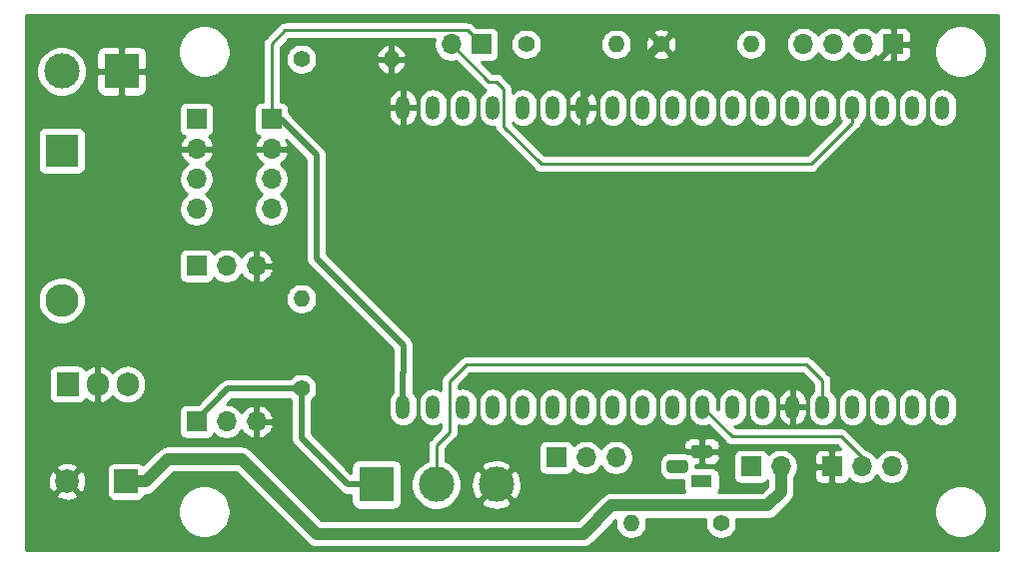
<source format=gbr>
%TF.GenerationSoftware,KiCad,Pcbnew,(5.1.9)-1*%
%TF.CreationDate,2021-03-23T13:14:46+01:00*%
%TF.ProjectId,EnvMonitor,456e764d-6f6e-4697-946f-722e6b696361,rev?*%
%TF.SameCoordinates,Original*%
%TF.FileFunction,Copper,L2,Bot*%
%TF.FilePolarity,Positive*%
%FSLAX46Y46*%
G04 Gerber Fmt 4.6, Leading zero omitted, Abs format (unit mm)*
G04 Created by KiCad (PCBNEW (5.1.9)-1) date 2021-03-23 13:14:46*
%MOMM*%
%LPD*%
G01*
G04 APERTURE LIST*
%TA.AperFunction,ComponentPad*%
%ADD10R,3.000000X3.000000*%
%TD*%
%TA.AperFunction,ComponentPad*%
%ADD11C,3.000000*%
%TD*%
%TA.AperFunction,ComponentPad*%
%ADD12O,1.700000X1.700000*%
%TD*%
%TA.AperFunction,ComponentPad*%
%ADD13R,1.700000X1.700000*%
%TD*%
%TA.AperFunction,ComponentPad*%
%ADD14O,1.200000X2.000000*%
%TD*%
%TA.AperFunction,ComponentPad*%
%ADD15C,1.400000*%
%TD*%
%TA.AperFunction,ComponentPad*%
%ADD16O,1.400000X1.400000*%
%TD*%
%TA.AperFunction,ComponentPad*%
%ADD17R,1.800000X1.100000*%
%TD*%
%TA.AperFunction,ComponentPad*%
%ADD18R,2.000000X2.000000*%
%TD*%
%TA.AperFunction,ComponentPad*%
%ADD19C,2.000000*%
%TD*%
%TA.AperFunction,ComponentPad*%
%ADD20R,2.800000X2.800000*%
%TD*%
%TA.AperFunction,ComponentPad*%
%ADD21O,2.800000X2.800000*%
%TD*%
%TA.AperFunction,ComponentPad*%
%ADD22R,1.905000X2.000000*%
%TD*%
%TA.AperFunction,ComponentPad*%
%ADD23O,1.905000X2.000000*%
%TD*%
%TA.AperFunction,Conductor*%
%ADD24C,0.250000*%
%TD*%
%TA.AperFunction,Conductor*%
%ADD25C,1.000000*%
%TD*%
%TA.AperFunction,Conductor*%
%ADD26C,0.500000*%
%TD*%
%TA.AperFunction,Conductor*%
%ADD27C,0.254000*%
%TD*%
%TA.AperFunction,Conductor*%
%ADD28C,0.100000*%
%TD*%
G04 APERTURE END LIST*
D10*
%TO.P,J10,1*%
%TO.N,GND*%
X292100000Y-568706000D03*
D11*
%TO.P,J10,2*%
%TO.N,+9V*%
X287020000Y-568706000D03*
%TD*%
D10*
%TO.P,J5,1*%
%TO.N,/VCC-DS18B20*%
X313690000Y-603758000D03*
D11*
%TO.P,J5,2*%
%TO.N,/GP13-1Wire*%
X318770000Y-603758000D03*
%TO.P,J5,3*%
%TO.N,GND*%
X323850000Y-603758000D03*
%TD*%
D12*
%TO.P,J8,4*%
%TO.N,/RxD*%
X349885000Y-566420000D03*
%TO.P,J8,3*%
%TO.N,/GP17-TxD*%
X352425000Y-566420000D03*
%TO.P,J8,2*%
%TO.N,+5V*%
X354965000Y-566420000D03*
D13*
%TO.P,J8,1*%
%TO.N,GND*%
X357505000Y-566420000D03*
%TD*%
D14*
%TO.P,U1,19*%
%TO.N,+5V*%
X361670001Y-597190001D03*
%TO.P,U1,20*%
%TO.N,Net-(U1-Pad20)*%
X361670001Y-571790001D03*
%TO.P,U1,18*%
%TO.N,Net-(U1-Pad18)*%
X359130001Y-597190001D03*
%TO.P,U1,21*%
%TO.N,Net-(U1-Pad21)*%
X359130001Y-571790001D03*
%TO.P,U1,17*%
%TO.N,Net-(U1-Pad17)*%
X356590001Y-597190001D03*
%TO.P,U1,22*%
%TO.N,Net-(U1-Pad22)*%
X356590001Y-571790001D03*
%TO.P,U1,16*%
%TO.N,Net-(U1-Pad16)*%
X354050001Y-597190001D03*
%TO.P,U1,23*%
%TO.N,/GP15-Btn*%
X354050001Y-571790001D03*
%TO.P,U1,15*%
%TO.N,/GP13-1Wire*%
X351510001Y-597190001D03*
%TO.P,U1,24*%
%TO.N,Net-(U1-Pad24)*%
X351510001Y-571790001D03*
%TO.P,U1,14*%
%TO.N,GND*%
X348970001Y-597190001D03*
%TO.P,U1,25*%
%TO.N,Net-(U1-Pad25)*%
X348970001Y-571790001D03*
%TO.P,U1,13*%
%TO.N,Net-(U1-Pad13)*%
X346430001Y-597190001D03*
%TO.P,U1,26*%
%TO.N,Net-(U1-Pad26)*%
X346430001Y-571790001D03*
%TO.P,U1,12*%
%TO.N,Net-(U1-Pad12)*%
X343890001Y-597190001D03*
%TO.P,U1,27*%
%TO.N,Net-(R4-Pad2)*%
X343890001Y-571790001D03*
%TO.P,U1,11*%
%TO.N,/GP27-Relay*%
X341350001Y-597190001D03*
%TO.P,U1,28*%
%TO.N,/GP17-TxD*%
X341350001Y-571790001D03*
%TO.P,U1,10*%
%TO.N,Net-(R1-Pad2)*%
X338810001Y-597190001D03*
%TO.P,U1,29*%
%TO.N,Net-(U1-Pad29)*%
X338810001Y-571790001D03*
%TO.P,U1,9*%
%TO.N,Net-(U1-Pad9)*%
X336270001Y-597190001D03*
%TO.P,U1,30*%
%TO.N,Net-(U1-Pad30)*%
X336270001Y-571790001D03*
%TO.P,U1,8*%
%TO.N,Net-(U1-Pad8)*%
X333730001Y-597190001D03*
%TO.P,U1,31*%
%TO.N,Net-(U1-Pad31)*%
X333730001Y-571790001D03*
%TO.P,U1,7*%
%TO.N,/GP32*%
X331190001Y-597190001D03*
%TO.P,U1,32*%
%TO.N,GND*%
X331190001Y-571790001D03*
%TO.P,U1,6*%
%TO.N,Net-(U1-Pad6)*%
X328650001Y-597190001D03*
%TO.P,U1,33*%
%TO.N,/GP21-SDA*%
X328650001Y-571790001D03*
%TO.P,U1,5*%
%TO.N,Net-(U1-Pad5)*%
X326110001Y-597190001D03*
%TO.P,U1,34*%
%TO.N,Net-(U1-Pad34)*%
X326110001Y-571790001D03*
%TO.P,U1,4*%
%TO.N,Net-(U1-Pad4)*%
X323570001Y-597190001D03*
%TO.P,U1,35*%
%TO.N,Net-(U1-Pad35)*%
X323570001Y-571790001D03*
%TO.P,U1,3*%
%TO.N,Net-(U1-Pad3)*%
X321030001Y-597190001D03*
%TO.P,U1,36*%
%TO.N,/GP22-SCL*%
X321030001Y-571790001D03*
%TO.P,U1,2*%
%TO.N,Net-(U1-Pad2)*%
X318490001Y-597190001D03*
%TO.P,U1,37*%
%TO.N,Net-(U1-Pad37)*%
X318490001Y-571790001D03*
%TO.P,U1,1*%
%TO.N,+3V3*%
X315950001Y-597190001D03*
%TO.P,U1,38*%
%TO.N,GND*%
X315950001Y-571790001D03*
%TD*%
D13*
%TO.P,J1,1*%
%TO.N,Net-(J1-Pad1)*%
X345440000Y-602234000D03*
D12*
%TO.P,J1,2*%
%TO.N,+5V*%
X347980000Y-602234000D03*
%TD*%
%TO.P,J2,3*%
%TO.N,+5V*%
X357378000Y-602234000D03*
%TO.P,J2,2*%
%TO.N,/GP27-Relay*%
X354838000Y-602234000D03*
D13*
%TO.P,J2,1*%
%TO.N,GND*%
X352298000Y-602234000D03*
%TD*%
%TO.P,J3,1*%
%TO.N,/VCC-DS18B20*%
X298450000Y-585216000D03*
D12*
%TO.P,J3,2*%
%TO.N,/GP13-1Wire*%
X300990000Y-585216000D03*
%TO.P,J3,3*%
%TO.N,GND*%
X303530000Y-585216000D03*
%TD*%
%TO.P,J4,3*%
%TO.N,GND*%
X303530000Y-598424000D03*
%TO.P,J4,2*%
%TO.N,/GP13-1Wire*%
X300990000Y-598424000D03*
D13*
%TO.P,J4,1*%
%TO.N,/VCC-DS18B20*%
X298450000Y-598424000D03*
%TD*%
D12*
%TO.P,J6,4*%
%TO.N,/GP21-SDA*%
X304800000Y-580390000D03*
%TO.P,J6,3*%
%TO.N,/GP22-SCL*%
X304800000Y-577850000D03*
%TO.P,J6,2*%
%TO.N,GND*%
X304800000Y-575310000D03*
D13*
%TO.P,J6,1*%
%TO.N,+3V3*%
X304800000Y-572770000D03*
%TD*%
%TO.P,J7,1*%
%TO.N,+3V3*%
X298450000Y-572770000D03*
D12*
%TO.P,J7,2*%
%TO.N,GND*%
X298450000Y-575310000D03*
%TO.P,J7,3*%
%TO.N,/GP22-SCL*%
X298450000Y-577850000D03*
%TO.P,J7,4*%
%TO.N,/GP21-SDA*%
X298450000Y-580390000D03*
%TD*%
D15*
%TO.P,R1,1*%
%TO.N,Net-(R1-Pad1)*%
X342900000Y-607060000D03*
D16*
%TO.P,R1,2*%
%TO.N,Net-(R1-Pad2)*%
X335280000Y-607060000D03*
%TD*%
%TO.P,R2,2*%
%TO.N,/GP13-1Wire*%
X307340000Y-588010000D03*
D15*
%TO.P,R2,1*%
%TO.N,/VCC-DS18B20*%
X307340000Y-595630000D03*
%TD*%
%TO.P,R3,1*%
%TO.N,/GP15-Btn*%
X307340000Y-567690000D03*
D16*
%TO.P,R3,2*%
%TO.N,GND*%
X314960000Y-567690000D03*
%TD*%
%TO.P,R4,2*%
%TO.N,Net-(R4-Pad2)*%
X334010000Y-566420000D03*
D15*
%TO.P,R4,1*%
%TO.N,/RxD*%
X326390000Y-566420000D03*
%TD*%
%TO.P,R5,1*%
%TO.N,GND*%
X337820000Y-566420000D03*
D16*
%TO.P,R5,2*%
%TO.N,Net-(R4-Pad2)*%
X345440000Y-566420000D03*
%TD*%
D12*
%TO.P,SW1,2*%
%TO.N,/GP15-Btn*%
X320040000Y-566420000D03*
D13*
%TO.P,SW1,1*%
%TO.N,+3V3*%
X322580000Y-566420000D03*
%TD*%
D17*
%TO.P,T1,1*%
%TO.N,Net-(J1-Pad1)*%
X341268000Y-603504000D03*
%TO.P,T1,3*%
%TO.N,GND*%
%TA.AperFunction,ComponentPad*%
G36*
G01*
X341893000Y-601514000D02*
X340643000Y-601514000D01*
G75*
G02*
X340368000Y-601239000I0J275000D01*
G01*
X340368000Y-600689000D01*
G75*
G02*
X340643000Y-600414000I275000J0D01*
G01*
X341893000Y-600414000D01*
G75*
G02*
X342168000Y-600689000I0J-275000D01*
G01*
X342168000Y-601239000D01*
G75*
G02*
X341893000Y-601514000I-275000J0D01*
G01*
G37*
%TD.AperFunction*%
%TO.P,T1,2*%
%TO.N,Net-(R1-Pad1)*%
%TA.AperFunction,ComponentPad*%
G36*
G01*
X339823000Y-602784000D02*
X338573000Y-602784000D01*
G75*
G02*
X338298000Y-602509000I0J275000D01*
G01*
X338298000Y-601959000D01*
G75*
G02*
X338573000Y-601684000I275000J0D01*
G01*
X339823000Y-601684000D01*
G75*
G02*
X340098000Y-601959000I0J-275000D01*
G01*
X340098000Y-602509000D01*
G75*
G02*
X339823000Y-602784000I-275000J0D01*
G01*
G37*
%TD.AperFunction*%
%TD*%
D12*
%TO.P,J9,3*%
%TO.N,/GP32*%
X334010000Y-601472000D03*
%TO.P,J9,2*%
%TO.N,/VCC-DS18B20*%
X331470000Y-601472000D03*
D13*
%TO.P,J9,1*%
%TO.N,+3V3*%
X328930000Y-601472000D03*
%TD*%
D18*
%TO.P,C1,1*%
%TO.N,+5V*%
X292481000Y-603504000D03*
D19*
%TO.P,C1,2*%
%TO.N,GND*%
X287481000Y-603504000D03*
%TD*%
D20*
%TO.P,D1,1*%
%TO.N,+9V*%
X287020000Y-575437000D03*
D21*
%TO.P,D1,2*%
%TO.N,Net-(D1-Pad2)*%
X287020000Y-588137000D03*
%TD*%
D22*
%TO.P,U2,1*%
%TO.N,Net-(D1-Pad2)*%
X287528000Y-595249000D03*
D23*
%TO.P,U2,2*%
%TO.N,GND*%
X290068000Y-595249000D03*
%TO.P,U2,3*%
%TO.N,+5V*%
X292608000Y-595249000D03*
%TD*%
D24*
%TO.N,+5V*%
X293243000Y-603504000D02*
X292481000Y-603504000D01*
D25*
X292481000Y-603504000D02*
X292862000Y-603504000D01*
X302260000Y-601599000D02*
X308610000Y-607949000D01*
X294132000Y-603504000D02*
X296037000Y-601599000D01*
X296037000Y-601599000D02*
X302260000Y-601599000D01*
X292481000Y-603504000D02*
X294132000Y-603504000D01*
X333629000Y-605536000D02*
X331216000Y-607949000D01*
X346837000Y-605536000D02*
X333629000Y-605536000D01*
X347980000Y-604393000D02*
X346837000Y-605536000D01*
X347980000Y-602234000D02*
X347980000Y-604393000D01*
X308610000Y-607949000D02*
X331216000Y-607949000D01*
D24*
%TO.N,GND*%
X357505000Y-567055000D02*
X357505000Y-566420000D01*
D26*
X331190001Y-571790001D02*
X331190001Y-571017999D01*
X331190001Y-571017999D02*
X332486000Y-569722000D01*
X332486000Y-569722000D02*
X334264000Y-569722000D01*
X337566000Y-566420000D02*
X337820000Y-566420000D01*
X334264000Y-569722000D02*
X337566000Y-566420000D01*
X337820000Y-566420000D02*
X339471000Y-568071000D01*
X339471000Y-568071000D02*
X355981000Y-568071000D01*
X357505000Y-566547000D02*
X357505000Y-566420000D01*
X355981000Y-568071000D02*
X357505000Y-566547000D01*
X290068000Y-593090000D02*
X290068000Y-595249000D01*
X291084000Y-592074000D02*
X290068000Y-593090000D01*
X298577000Y-592074000D02*
X291084000Y-592074000D01*
X303530000Y-587121000D02*
X298577000Y-592074000D01*
X303530000Y-585216000D02*
X303530000Y-587121000D01*
D24*
%TO.N,/GP27-Relay*%
X341350001Y-597890001D02*
X341350001Y-597190001D01*
X354838000Y-601472000D02*
X354838000Y-602234000D01*
X353060000Y-599694000D02*
X354838000Y-601472000D01*
X343854000Y-599694000D02*
X353060000Y-599694000D01*
X341350001Y-597190001D02*
X343854000Y-599694000D01*
%TO.N,+3V3*%
X321404999Y-565244999D02*
X322580000Y-566420000D01*
X306610001Y-565244999D02*
X321404999Y-565244999D01*
X304800000Y-572770000D02*
X304800000Y-568325000D01*
X306610001Y-565244999D02*
X305975001Y-565244999D01*
X305975001Y-565244999D02*
X304800000Y-566420000D01*
X304800000Y-566420000D02*
X304800000Y-566667002D01*
X304800000Y-566420000D02*
X304800000Y-568325000D01*
X305816000Y-572770000D02*
X304800000Y-572770000D01*
D26*
X315950001Y-597190001D02*
X315950001Y-594258999D01*
X315950001Y-594258999D02*
X315976000Y-594233000D01*
X315976000Y-594233000D02*
X315976000Y-591947000D01*
X315976000Y-591947000D02*
X308610000Y-584581000D01*
X308610000Y-584581000D02*
X308610000Y-575818000D01*
X305562000Y-572770000D02*
X304800000Y-572770000D01*
X308610000Y-575818000D02*
X305562000Y-572770000D01*
D24*
%TO.N,/GP13-1Wire*%
X318770000Y-603758000D02*
X318770000Y-600456000D01*
X318770000Y-600456000D02*
X319913000Y-599313000D01*
X319913000Y-599313000D02*
X319913000Y-594995000D01*
X319913000Y-594995000D02*
X321310000Y-593598000D01*
X321310000Y-593598000D02*
X350139000Y-593598000D01*
X351510001Y-594969001D02*
X351510001Y-597190001D01*
X350139000Y-593598000D02*
X351510001Y-594969001D01*
%TO.N,/GP15-Btn*%
X320040000Y-566420000D02*
X323225011Y-569605011D01*
X324495011Y-573415011D02*
X327660000Y-576580000D01*
X327660000Y-576580000D02*
X350520000Y-576580000D01*
X354050001Y-573049999D02*
X354050001Y-571790001D01*
X350520000Y-576580000D02*
X354050001Y-573049999D01*
X323225011Y-569605011D02*
X323839989Y-569605011D01*
X323839989Y-569605011D02*
X323850000Y-569595000D01*
X323850000Y-569595000D02*
X324485000Y-570230000D01*
X324495011Y-571006850D02*
X324495011Y-573394989D01*
X324485000Y-570996839D02*
X324495011Y-571006850D01*
X324485000Y-570230000D02*
X324485000Y-570996839D01*
D26*
%TO.N,/VCC-DS18B20*%
X307340000Y-595630000D02*
X307340000Y-599821000D01*
X307340000Y-599821000D02*
X311277000Y-603758000D01*
X311277000Y-603758000D02*
X313690000Y-603758000D01*
X307340000Y-595630000D02*
X301117000Y-595630000D01*
X298450000Y-598297000D02*
X298450000Y-598424000D01*
X301117000Y-595630000D02*
X298450000Y-598297000D01*
%TD*%
D27*
%TO.N,GND*%
X366370001Y-609321000D02*
X283997000Y-609321000D01*
X283997000Y-605823872D01*
X296850000Y-605823872D01*
X296850000Y-606264128D01*
X296935890Y-606695925D01*
X297104369Y-607102669D01*
X297348962Y-607468729D01*
X297660271Y-607780038D01*
X298026331Y-608024631D01*
X298433075Y-608193110D01*
X298864872Y-608279000D01*
X299305128Y-608279000D01*
X299736925Y-608193110D01*
X300143669Y-608024631D01*
X300509729Y-607780038D01*
X300821038Y-607468729D01*
X301065631Y-607102669D01*
X301234110Y-606695925D01*
X301320000Y-606264128D01*
X301320000Y-605823872D01*
X301234110Y-605392075D01*
X301065631Y-604985331D01*
X300821038Y-604619271D01*
X300509729Y-604307962D01*
X300143669Y-604063369D01*
X299736925Y-603894890D01*
X299305128Y-603809000D01*
X298864872Y-603809000D01*
X298433075Y-603894890D01*
X298026331Y-604063369D01*
X297660271Y-604307962D01*
X297348962Y-604619271D01*
X297104369Y-604985331D01*
X296935890Y-605392075D01*
X296850000Y-605823872D01*
X283997000Y-605823872D01*
X283997000Y-604639413D01*
X286525192Y-604639413D01*
X286620956Y-604903814D01*
X286910571Y-605044704D01*
X287222108Y-605126384D01*
X287543595Y-605145718D01*
X287862675Y-605101961D01*
X288167088Y-604996795D01*
X288341044Y-604903814D01*
X288436808Y-604639413D01*
X287481000Y-603683605D01*
X286525192Y-604639413D01*
X283997000Y-604639413D01*
X283997000Y-603566595D01*
X285839282Y-603566595D01*
X285883039Y-603885675D01*
X285988205Y-604190088D01*
X286081186Y-604364044D01*
X286345587Y-604459808D01*
X287301395Y-603504000D01*
X287660605Y-603504000D01*
X288616413Y-604459808D01*
X288880814Y-604364044D01*
X289021704Y-604074429D01*
X289103384Y-603762892D01*
X289122718Y-603441405D01*
X289078961Y-603122325D01*
X288973795Y-602817912D01*
X288880814Y-602643956D01*
X288616413Y-602548192D01*
X287660605Y-603504000D01*
X287301395Y-603504000D01*
X286345587Y-602548192D01*
X286081186Y-602643956D01*
X285940296Y-602933571D01*
X285858616Y-603245108D01*
X285839282Y-603566595D01*
X283997000Y-603566595D01*
X283997000Y-602368587D01*
X286525192Y-602368587D01*
X287481000Y-603324395D01*
X288301395Y-602504000D01*
X290842928Y-602504000D01*
X290842928Y-604504000D01*
X290855188Y-604628482D01*
X290891498Y-604748180D01*
X290950463Y-604858494D01*
X291029815Y-604955185D01*
X291126506Y-605034537D01*
X291236820Y-605093502D01*
X291356518Y-605129812D01*
X291481000Y-605142072D01*
X293481000Y-605142072D01*
X293605482Y-605129812D01*
X293725180Y-605093502D01*
X293835494Y-605034537D01*
X293932185Y-604955185D01*
X294011537Y-604858494D01*
X294070502Y-604748180D01*
X294102827Y-604641618D01*
X294132000Y-604644491D01*
X294187751Y-604639000D01*
X294187752Y-604639000D01*
X294354499Y-604622577D01*
X294568447Y-604557676D01*
X294765623Y-604452284D01*
X294938449Y-604310449D01*
X294973996Y-604267135D01*
X296507132Y-602734000D01*
X301789869Y-602734000D01*
X307768009Y-608712141D01*
X307803551Y-608755449D01*
X307976377Y-608897284D01*
X308173553Y-609002676D01*
X308337705Y-609052471D01*
X308387500Y-609067577D01*
X308609999Y-609089491D01*
X308665751Y-609084000D01*
X331160249Y-609084000D01*
X331216000Y-609089491D01*
X331271751Y-609084000D01*
X331271752Y-609084000D01*
X331438499Y-609067577D01*
X331652447Y-609002676D01*
X331849623Y-608897284D01*
X332022449Y-608755449D01*
X332057996Y-608712135D01*
X333970671Y-606799461D01*
X333945000Y-606928514D01*
X333945000Y-607191486D01*
X333996304Y-607449405D01*
X334096939Y-607692359D01*
X334243038Y-607911013D01*
X334428987Y-608096962D01*
X334647641Y-608243061D01*
X334890595Y-608343696D01*
X335148514Y-608395000D01*
X335411486Y-608395000D01*
X335669405Y-608343696D01*
X335912359Y-608243061D01*
X336131013Y-608096962D01*
X336316962Y-607911013D01*
X336463061Y-607692359D01*
X336563696Y-607449405D01*
X336615000Y-607191486D01*
X336615000Y-606928514D01*
X336563777Y-606671000D01*
X341616223Y-606671000D01*
X341565000Y-606928514D01*
X341565000Y-607191486D01*
X341616304Y-607449405D01*
X341716939Y-607692359D01*
X341863038Y-607911013D01*
X342048987Y-608096962D01*
X342267641Y-608243061D01*
X342510595Y-608343696D01*
X342768514Y-608395000D01*
X343031486Y-608395000D01*
X343289405Y-608343696D01*
X343532359Y-608243061D01*
X343751013Y-608096962D01*
X343936962Y-607911013D01*
X344083061Y-607692359D01*
X344183696Y-607449405D01*
X344235000Y-607191486D01*
X344235000Y-606928514D01*
X344183777Y-606671000D01*
X346781249Y-606671000D01*
X346837000Y-606676491D01*
X346892751Y-606671000D01*
X346892752Y-606671000D01*
X347059499Y-606654577D01*
X347273447Y-606589676D01*
X347470623Y-606484284D01*
X347643449Y-606342449D01*
X347678996Y-606299136D01*
X348154260Y-605823872D01*
X360985000Y-605823872D01*
X360985000Y-606264128D01*
X361070890Y-606695925D01*
X361239369Y-607102669D01*
X361483962Y-607468729D01*
X361795271Y-607780038D01*
X362161331Y-608024631D01*
X362568075Y-608193110D01*
X362999872Y-608279000D01*
X363440128Y-608279000D01*
X363871925Y-608193110D01*
X364278669Y-608024631D01*
X364644729Y-607780038D01*
X364956038Y-607468729D01*
X365200631Y-607102669D01*
X365369110Y-606695925D01*
X365455000Y-606264128D01*
X365455000Y-605823872D01*
X365369110Y-605392075D01*
X365200631Y-604985331D01*
X364956038Y-604619271D01*
X364644729Y-604307962D01*
X364278669Y-604063369D01*
X363871925Y-603894890D01*
X363440128Y-603809000D01*
X362999872Y-603809000D01*
X362568075Y-603894890D01*
X362161331Y-604063369D01*
X361795271Y-604307962D01*
X361483962Y-604619271D01*
X361239369Y-604985331D01*
X361070890Y-605392075D01*
X360985000Y-605823872D01*
X348154260Y-605823872D01*
X348743140Y-605234992D01*
X348786449Y-605199449D01*
X348928284Y-605026623D01*
X349033676Y-604829447D01*
X349098577Y-604615499D01*
X349111693Y-604482325D01*
X349120491Y-604393001D01*
X349115000Y-604337249D01*
X349115000Y-603199107D01*
X349133475Y-603180632D01*
X349198042Y-603084000D01*
X350809928Y-603084000D01*
X350822188Y-603208482D01*
X350858498Y-603328180D01*
X350917463Y-603438494D01*
X350996815Y-603535185D01*
X351093506Y-603614537D01*
X351203820Y-603673502D01*
X351323518Y-603709812D01*
X351448000Y-603722072D01*
X352012250Y-603719000D01*
X352171000Y-603560250D01*
X352171000Y-602361000D01*
X350971750Y-602361000D01*
X350813000Y-602519750D01*
X350809928Y-603084000D01*
X349198042Y-603084000D01*
X349295990Y-602937411D01*
X349407932Y-602667158D01*
X349465000Y-602380260D01*
X349465000Y-602087740D01*
X349407932Y-601800842D01*
X349295990Y-601530589D01*
X349198043Y-601384000D01*
X350809928Y-601384000D01*
X350813000Y-601948250D01*
X350971750Y-602107000D01*
X352171000Y-602107000D01*
X352171000Y-600907750D01*
X352012250Y-600749000D01*
X351448000Y-600745928D01*
X351323518Y-600758188D01*
X351203820Y-600794498D01*
X351093506Y-600853463D01*
X350996815Y-600932815D01*
X350917463Y-601029506D01*
X350858498Y-601139820D01*
X350822188Y-601259518D01*
X350809928Y-601384000D01*
X349198043Y-601384000D01*
X349133475Y-601287368D01*
X348926632Y-601080525D01*
X348683411Y-600918010D01*
X348413158Y-600806068D01*
X348126260Y-600749000D01*
X347833740Y-600749000D01*
X347546842Y-600806068D01*
X347276589Y-600918010D01*
X347033368Y-601080525D01*
X346901513Y-601212380D01*
X346879502Y-601139820D01*
X346820537Y-601029506D01*
X346741185Y-600932815D01*
X346644494Y-600853463D01*
X346534180Y-600794498D01*
X346414482Y-600758188D01*
X346290000Y-600745928D01*
X344590000Y-600745928D01*
X344465518Y-600758188D01*
X344345820Y-600794498D01*
X344235506Y-600853463D01*
X344138815Y-600932815D01*
X344059463Y-601029506D01*
X344000498Y-601139820D01*
X343964188Y-601259518D01*
X343951928Y-601384000D01*
X343951928Y-603084000D01*
X343964188Y-603208482D01*
X344000498Y-603328180D01*
X344059463Y-603438494D01*
X344138815Y-603535185D01*
X344235506Y-603614537D01*
X344345820Y-603673502D01*
X344465518Y-603709812D01*
X344590000Y-603722072D01*
X346290000Y-603722072D01*
X346414482Y-603709812D01*
X346534180Y-603673502D01*
X346644494Y-603614537D01*
X346741185Y-603535185D01*
X346820537Y-603438494D01*
X346845001Y-603392727D01*
X346845001Y-603922868D01*
X346366869Y-604401000D01*
X342702543Y-604401000D01*
X342757502Y-604298180D01*
X342793812Y-604178482D01*
X342806072Y-604054000D01*
X342806072Y-602954000D01*
X342793812Y-602829518D01*
X342757502Y-602709820D01*
X342698537Y-602599506D01*
X342619185Y-602502815D01*
X342522494Y-602423463D01*
X342412180Y-602364498D01*
X342292482Y-602328188D01*
X342168000Y-602315928D01*
X340736072Y-602315928D01*
X340736072Y-602150231D01*
X340982250Y-602149000D01*
X341141000Y-601990250D01*
X341141000Y-601091000D01*
X341395000Y-601091000D01*
X341395000Y-601990250D01*
X341553750Y-602149000D01*
X342168000Y-602152072D01*
X342292482Y-602139812D01*
X342412180Y-602103502D01*
X342522494Y-602044537D01*
X342619185Y-601965185D01*
X342698537Y-601868494D01*
X342757502Y-601758180D01*
X342793812Y-601638482D01*
X342806072Y-601514000D01*
X342803000Y-601249750D01*
X342644250Y-601091000D01*
X341395000Y-601091000D01*
X341141000Y-601091000D01*
X340091880Y-601091000D01*
X340001132Y-601063472D01*
X339823000Y-601045928D01*
X338573000Y-601045928D01*
X338394868Y-601063472D01*
X338223582Y-601115431D01*
X338065724Y-601199808D01*
X337927361Y-601313361D01*
X337813808Y-601451724D01*
X337729431Y-601609582D01*
X337677472Y-601780868D01*
X337659928Y-601959000D01*
X337659928Y-602509000D01*
X337677472Y-602687132D01*
X337729431Y-602858418D01*
X337813808Y-603016276D01*
X337927361Y-603154639D01*
X338065724Y-603268192D01*
X338223582Y-603352569D01*
X338394868Y-603404528D01*
X338573000Y-603422072D01*
X339729928Y-603422072D01*
X339729928Y-604054000D01*
X339742188Y-604178482D01*
X339778498Y-604298180D01*
X339833457Y-604401000D01*
X333684741Y-604401000D01*
X333628999Y-604395510D01*
X333573257Y-604401000D01*
X333573248Y-604401000D01*
X333406501Y-604417423D01*
X333192553Y-604482324D01*
X332995377Y-604587716D01*
X332822551Y-604729551D01*
X332787011Y-604772857D01*
X330745869Y-606814000D01*
X309080132Y-606814000D01*
X303101996Y-600835865D01*
X303066449Y-600792551D01*
X302893623Y-600650716D01*
X302696447Y-600545324D01*
X302482499Y-600480423D01*
X302315752Y-600464000D01*
X302315751Y-600464000D01*
X302260000Y-600458509D01*
X302204249Y-600464000D01*
X296092752Y-600464000D01*
X296037000Y-600458509D01*
X295981248Y-600464000D01*
X295814501Y-600480423D01*
X295600553Y-600545324D01*
X295403377Y-600650716D01*
X295230551Y-600792551D01*
X295195009Y-600835859D01*
X293952860Y-602078008D01*
X293932185Y-602052815D01*
X293835494Y-601973463D01*
X293725180Y-601914498D01*
X293605482Y-601878188D01*
X293481000Y-601865928D01*
X291481000Y-601865928D01*
X291356518Y-601878188D01*
X291236820Y-601914498D01*
X291126506Y-601973463D01*
X291029815Y-602052815D01*
X290950463Y-602149506D01*
X290891498Y-602259820D01*
X290855188Y-602379518D01*
X290842928Y-602504000D01*
X288301395Y-602504000D01*
X288436808Y-602368587D01*
X288341044Y-602104186D01*
X288051429Y-601963296D01*
X287739892Y-601881616D01*
X287418405Y-601862282D01*
X287099325Y-601906039D01*
X286794912Y-602011205D01*
X286620956Y-602104186D01*
X286525192Y-602368587D01*
X283997000Y-602368587D01*
X283997000Y-597574000D01*
X296961928Y-597574000D01*
X296961928Y-599274000D01*
X296974188Y-599398482D01*
X297010498Y-599518180D01*
X297069463Y-599628494D01*
X297148815Y-599725185D01*
X297245506Y-599804537D01*
X297355820Y-599863502D01*
X297475518Y-599899812D01*
X297600000Y-599912072D01*
X299300000Y-599912072D01*
X299424482Y-599899812D01*
X299544180Y-599863502D01*
X299654494Y-599804537D01*
X299751185Y-599725185D01*
X299830537Y-599628494D01*
X299889502Y-599518180D01*
X299911513Y-599445620D01*
X300043368Y-599577475D01*
X300286589Y-599739990D01*
X300556842Y-599851932D01*
X300843740Y-599909000D01*
X301136260Y-599909000D01*
X301423158Y-599851932D01*
X301693411Y-599739990D01*
X301936632Y-599577475D01*
X302143475Y-599370632D01*
X302265195Y-599188466D01*
X302334822Y-599305355D01*
X302529731Y-599521588D01*
X302763080Y-599695641D01*
X303025901Y-599820825D01*
X303173110Y-599865476D01*
X303403000Y-599744155D01*
X303403000Y-598551000D01*
X303657000Y-598551000D01*
X303657000Y-599744155D01*
X303886890Y-599865476D01*
X304034099Y-599820825D01*
X304296920Y-599695641D01*
X304530269Y-599521588D01*
X304725178Y-599305355D01*
X304874157Y-599055252D01*
X304971481Y-598780891D01*
X304850814Y-598551000D01*
X303657000Y-598551000D01*
X303403000Y-598551000D01*
X303383000Y-598551000D01*
X303383000Y-598297000D01*
X303403000Y-598297000D01*
X303403000Y-597103845D01*
X303657000Y-597103845D01*
X303657000Y-598297000D01*
X304850814Y-598297000D01*
X304971481Y-598067109D01*
X304874157Y-597792748D01*
X304725178Y-597542645D01*
X304530269Y-597326412D01*
X304296920Y-597152359D01*
X304034099Y-597027175D01*
X303886890Y-596982524D01*
X303657000Y-597103845D01*
X303403000Y-597103845D01*
X303173110Y-596982524D01*
X303025901Y-597027175D01*
X302763080Y-597152359D01*
X302529731Y-597326412D01*
X302334822Y-597542645D01*
X302265195Y-597659534D01*
X302143475Y-597477368D01*
X301936632Y-597270525D01*
X301693411Y-597108010D01*
X301423158Y-596996068D01*
X301136260Y-596939000D01*
X301059579Y-596939000D01*
X301483579Y-596515000D01*
X306337025Y-596515000D01*
X306455000Y-596632975D01*
X306455001Y-599777521D01*
X306450719Y-599821000D01*
X306467805Y-599994490D01*
X306518412Y-600161313D01*
X306600590Y-600315059D01*
X306683468Y-600416046D01*
X306683471Y-600416049D01*
X306711184Y-600449817D01*
X306744951Y-600477530D01*
X310620470Y-604353049D01*
X310648183Y-604386817D01*
X310681951Y-604414530D01*
X310681953Y-604414532D01*
X310685476Y-604417423D01*
X310782941Y-604497411D01*
X310936687Y-604579589D01*
X311103510Y-604630195D01*
X311233523Y-604643000D01*
X311233531Y-604643000D01*
X311277000Y-604647281D01*
X311320469Y-604643000D01*
X311551928Y-604643000D01*
X311551928Y-605258000D01*
X311564188Y-605382482D01*
X311600498Y-605502180D01*
X311659463Y-605612494D01*
X311738815Y-605709185D01*
X311835506Y-605788537D01*
X311945820Y-605847502D01*
X312065518Y-605883812D01*
X312190000Y-605896072D01*
X315190000Y-605896072D01*
X315314482Y-605883812D01*
X315434180Y-605847502D01*
X315544494Y-605788537D01*
X315641185Y-605709185D01*
X315720537Y-605612494D01*
X315779502Y-605502180D01*
X315815812Y-605382482D01*
X315828072Y-605258000D01*
X315828072Y-603547721D01*
X316635000Y-603547721D01*
X316635000Y-603968279D01*
X316717047Y-604380756D01*
X316877988Y-604769302D01*
X317111637Y-605118983D01*
X317409017Y-605416363D01*
X317758698Y-605650012D01*
X318147244Y-605810953D01*
X318559721Y-605893000D01*
X318980279Y-605893000D01*
X319392756Y-605810953D01*
X319781302Y-605650012D01*
X320130983Y-605416363D01*
X320297693Y-605249653D01*
X322537952Y-605249653D01*
X322693962Y-605565214D01*
X323068745Y-605756020D01*
X323473551Y-605870044D01*
X323892824Y-605902902D01*
X324310451Y-605853334D01*
X324710383Y-605723243D01*
X325006038Y-605565214D01*
X325162048Y-605249653D01*
X323850000Y-603937605D01*
X322537952Y-605249653D01*
X320297693Y-605249653D01*
X320428363Y-605118983D01*
X320662012Y-604769302D01*
X320822953Y-604380756D01*
X320905000Y-603968279D01*
X320905000Y-603800824D01*
X321705098Y-603800824D01*
X321754666Y-604218451D01*
X321884757Y-604618383D01*
X322042786Y-604914038D01*
X322358347Y-605070048D01*
X323670395Y-603758000D01*
X324029605Y-603758000D01*
X325341653Y-605070048D01*
X325657214Y-604914038D01*
X325848020Y-604539255D01*
X325962044Y-604134449D01*
X325994902Y-603715176D01*
X325945334Y-603297549D01*
X325815243Y-602897617D01*
X325657214Y-602601962D01*
X325341653Y-602445952D01*
X324029605Y-603758000D01*
X323670395Y-603758000D01*
X322358347Y-602445952D01*
X322042786Y-602601962D01*
X321851980Y-602976745D01*
X321737956Y-603381551D01*
X321705098Y-603800824D01*
X320905000Y-603800824D01*
X320905000Y-603547721D01*
X320822953Y-603135244D01*
X320662012Y-602746698D01*
X320428363Y-602397017D01*
X320297693Y-602266347D01*
X322537952Y-602266347D01*
X323850000Y-603578395D01*
X325162048Y-602266347D01*
X325006038Y-601950786D01*
X324631255Y-601759980D01*
X324226449Y-601645956D01*
X323807176Y-601613098D01*
X323389549Y-601662666D01*
X322989617Y-601792757D01*
X322693962Y-601950786D01*
X322537952Y-602266347D01*
X320297693Y-602266347D01*
X320130983Y-602099637D01*
X319781302Y-601865988D01*
X319530000Y-601761895D01*
X319530000Y-600770801D01*
X319678801Y-600622000D01*
X327441928Y-600622000D01*
X327441928Y-602322000D01*
X327454188Y-602446482D01*
X327490498Y-602566180D01*
X327549463Y-602676494D01*
X327628815Y-602773185D01*
X327725506Y-602852537D01*
X327835820Y-602911502D01*
X327955518Y-602947812D01*
X328080000Y-602960072D01*
X329780000Y-602960072D01*
X329904482Y-602947812D01*
X330024180Y-602911502D01*
X330134494Y-602852537D01*
X330231185Y-602773185D01*
X330310537Y-602676494D01*
X330369502Y-602566180D01*
X330391513Y-602493620D01*
X330523368Y-602625475D01*
X330766589Y-602787990D01*
X331036842Y-602899932D01*
X331323740Y-602957000D01*
X331616260Y-602957000D01*
X331903158Y-602899932D01*
X332173411Y-602787990D01*
X332416632Y-602625475D01*
X332623475Y-602418632D01*
X332740000Y-602244240D01*
X332856525Y-602418632D01*
X333063368Y-602625475D01*
X333306589Y-602787990D01*
X333576842Y-602899932D01*
X333863740Y-602957000D01*
X334156260Y-602957000D01*
X334443158Y-602899932D01*
X334713411Y-602787990D01*
X334956632Y-602625475D01*
X335163475Y-602418632D01*
X335325990Y-602175411D01*
X335437932Y-601905158D01*
X335495000Y-601618260D01*
X335495000Y-601325740D01*
X335437932Y-601038842D01*
X335325990Y-600768589D01*
X335163475Y-600525368D01*
X335052107Y-600414000D01*
X339729928Y-600414000D01*
X339733000Y-600678250D01*
X339891750Y-600837000D01*
X341141000Y-600837000D01*
X341141000Y-599937750D01*
X341395000Y-599937750D01*
X341395000Y-600837000D01*
X342644250Y-600837000D01*
X342803000Y-600678250D01*
X342806072Y-600414000D01*
X342793812Y-600289518D01*
X342757502Y-600169820D01*
X342698537Y-600059506D01*
X342619185Y-599962815D01*
X342522494Y-599883463D01*
X342412180Y-599824498D01*
X342292482Y-599788188D01*
X342168000Y-599775928D01*
X341553750Y-599779000D01*
X341395000Y-599937750D01*
X341141000Y-599937750D01*
X340982250Y-599779000D01*
X340368000Y-599775928D01*
X340243518Y-599788188D01*
X340123820Y-599824498D01*
X340013506Y-599883463D01*
X339916815Y-599962815D01*
X339837463Y-600059506D01*
X339778498Y-600169820D01*
X339742188Y-600289518D01*
X339729928Y-600414000D01*
X335052107Y-600414000D01*
X334956632Y-600318525D01*
X334713411Y-600156010D01*
X334443158Y-600044068D01*
X334156260Y-599987000D01*
X333863740Y-599987000D01*
X333576842Y-600044068D01*
X333306589Y-600156010D01*
X333063368Y-600318525D01*
X332856525Y-600525368D01*
X332740000Y-600699760D01*
X332623475Y-600525368D01*
X332416632Y-600318525D01*
X332173411Y-600156010D01*
X331903158Y-600044068D01*
X331616260Y-599987000D01*
X331323740Y-599987000D01*
X331036842Y-600044068D01*
X330766589Y-600156010D01*
X330523368Y-600318525D01*
X330391513Y-600450380D01*
X330369502Y-600377820D01*
X330310537Y-600267506D01*
X330231185Y-600170815D01*
X330134494Y-600091463D01*
X330024180Y-600032498D01*
X329904482Y-599996188D01*
X329780000Y-599983928D01*
X328080000Y-599983928D01*
X327955518Y-599996188D01*
X327835820Y-600032498D01*
X327725506Y-600091463D01*
X327628815Y-600170815D01*
X327549463Y-600267506D01*
X327490498Y-600377820D01*
X327454188Y-600497518D01*
X327441928Y-600622000D01*
X319678801Y-600622000D01*
X320424004Y-599876798D01*
X320453001Y-599853001D01*
X320479407Y-599820825D01*
X320547974Y-599737277D01*
X320618546Y-599605247D01*
X320656330Y-599480687D01*
X320662003Y-599461986D01*
X320673000Y-599350333D01*
X320673000Y-599350324D01*
X320676676Y-599313001D01*
X320673000Y-599275678D01*
X320673000Y-598772276D01*
X320787900Y-598807131D01*
X321030001Y-598830976D01*
X321272103Y-598807131D01*
X321504902Y-598736512D01*
X321719450Y-598621834D01*
X321907503Y-598467503D01*
X322061834Y-598279450D01*
X322176512Y-598064902D01*
X322247131Y-597832102D01*
X322265001Y-597650665D01*
X322265001Y-596729337D01*
X322335001Y-596729337D01*
X322335001Y-597650666D01*
X322352871Y-597832103D01*
X322423490Y-598064902D01*
X322538169Y-598279450D01*
X322692500Y-598467503D01*
X322880553Y-598621834D01*
X323095101Y-598736512D01*
X323327900Y-598807131D01*
X323570001Y-598830976D01*
X323812103Y-598807131D01*
X324044902Y-598736512D01*
X324259450Y-598621834D01*
X324447503Y-598467503D01*
X324601834Y-598279450D01*
X324716512Y-598064902D01*
X324787131Y-597832102D01*
X324805001Y-597650665D01*
X324805001Y-596729337D01*
X324875001Y-596729337D01*
X324875001Y-597650666D01*
X324892871Y-597832103D01*
X324963490Y-598064902D01*
X325078169Y-598279450D01*
X325232500Y-598467503D01*
X325420553Y-598621834D01*
X325635101Y-598736512D01*
X325867900Y-598807131D01*
X326110001Y-598830976D01*
X326352103Y-598807131D01*
X326584902Y-598736512D01*
X326799450Y-598621834D01*
X326987503Y-598467503D01*
X327141834Y-598279450D01*
X327256512Y-598064902D01*
X327327131Y-597832102D01*
X327345001Y-597650665D01*
X327345001Y-596729337D01*
X327415001Y-596729337D01*
X327415001Y-597650666D01*
X327432871Y-597832103D01*
X327503490Y-598064902D01*
X327618169Y-598279450D01*
X327772500Y-598467503D01*
X327960553Y-598621834D01*
X328175101Y-598736512D01*
X328407900Y-598807131D01*
X328650001Y-598830976D01*
X328892103Y-598807131D01*
X329124902Y-598736512D01*
X329339450Y-598621834D01*
X329527503Y-598467503D01*
X329681834Y-598279450D01*
X329796512Y-598064902D01*
X329867131Y-597832102D01*
X329885001Y-597650665D01*
X329885001Y-596729337D01*
X329955001Y-596729337D01*
X329955001Y-597650666D01*
X329972871Y-597832103D01*
X330043490Y-598064902D01*
X330158169Y-598279450D01*
X330312500Y-598467503D01*
X330500553Y-598621834D01*
X330715101Y-598736512D01*
X330947900Y-598807131D01*
X331190001Y-598830976D01*
X331432103Y-598807131D01*
X331664902Y-598736512D01*
X331879450Y-598621834D01*
X332067503Y-598467503D01*
X332221834Y-598279450D01*
X332336512Y-598064902D01*
X332407131Y-597832102D01*
X332425001Y-597650665D01*
X332425001Y-596729337D01*
X332495001Y-596729337D01*
X332495001Y-597650666D01*
X332512871Y-597832103D01*
X332583490Y-598064902D01*
X332698169Y-598279450D01*
X332852500Y-598467503D01*
X333040553Y-598621834D01*
X333255101Y-598736512D01*
X333487900Y-598807131D01*
X333730001Y-598830976D01*
X333972103Y-598807131D01*
X334204902Y-598736512D01*
X334419450Y-598621834D01*
X334607503Y-598467503D01*
X334761834Y-598279450D01*
X334876512Y-598064902D01*
X334947131Y-597832102D01*
X334965001Y-597650665D01*
X334965001Y-596729337D01*
X335035001Y-596729337D01*
X335035001Y-597650666D01*
X335052871Y-597832103D01*
X335123490Y-598064902D01*
X335238169Y-598279450D01*
X335392500Y-598467503D01*
X335580553Y-598621834D01*
X335795101Y-598736512D01*
X336027900Y-598807131D01*
X336270001Y-598830976D01*
X336512103Y-598807131D01*
X336744902Y-598736512D01*
X336959450Y-598621834D01*
X337147503Y-598467503D01*
X337301834Y-598279450D01*
X337416512Y-598064902D01*
X337487131Y-597832102D01*
X337505001Y-597650665D01*
X337505001Y-596729337D01*
X337575001Y-596729337D01*
X337575001Y-597650666D01*
X337592871Y-597832103D01*
X337663490Y-598064902D01*
X337778169Y-598279450D01*
X337932500Y-598467503D01*
X338120553Y-598621834D01*
X338335101Y-598736512D01*
X338567900Y-598807131D01*
X338810001Y-598830976D01*
X339052103Y-598807131D01*
X339284902Y-598736512D01*
X339499450Y-598621834D01*
X339687503Y-598467503D01*
X339841834Y-598279450D01*
X339956512Y-598064902D01*
X340027131Y-597832102D01*
X340045001Y-597650665D01*
X340045001Y-596729337D01*
X340115001Y-596729337D01*
X340115001Y-597650666D01*
X340132871Y-597832103D01*
X340203490Y-598064902D01*
X340318169Y-598279450D01*
X340472500Y-598467503D01*
X340660553Y-598621834D01*
X340875101Y-598736512D01*
X341107900Y-598807131D01*
X341350001Y-598830976D01*
X341592103Y-598807131D01*
X341822453Y-598737255D01*
X343290200Y-600205002D01*
X343313999Y-600234001D01*
X343429724Y-600328974D01*
X343561753Y-600399546D01*
X343705014Y-600443003D01*
X343816667Y-600454000D01*
X343816676Y-600454000D01*
X343853999Y-600457676D01*
X343891322Y-600454000D01*
X352745199Y-600454000D01*
X353037727Y-600746528D01*
X352583750Y-600749000D01*
X352425000Y-600907750D01*
X352425000Y-602107000D01*
X352445000Y-602107000D01*
X352445000Y-602361000D01*
X352425000Y-602361000D01*
X352425000Y-603560250D01*
X352583750Y-603719000D01*
X353148000Y-603722072D01*
X353272482Y-603709812D01*
X353392180Y-603673502D01*
X353502494Y-603614537D01*
X353599185Y-603535185D01*
X353678537Y-603438494D01*
X353737502Y-603328180D01*
X353759513Y-603255620D01*
X353891368Y-603387475D01*
X354134589Y-603549990D01*
X354404842Y-603661932D01*
X354691740Y-603719000D01*
X354984260Y-603719000D01*
X355271158Y-603661932D01*
X355541411Y-603549990D01*
X355784632Y-603387475D01*
X355991475Y-603180632D01*
X356108000Y-603006240D01*
X356224525Y-603180632D01*
X356431368Y-603387475D01*
X356674589Y-603549990D01*
X356944842Y-603661932D01*
X357231740Y-603719000D01*
X357524260Y-603719000D01*
X357811158Y-603661932D01*
X358081411Y-603549990D01*
X358324632Y-603387475D01*
X358531475Y-603180632D01*
X358693990Y-602937411D01*
X358805932Y-602667158D01*
X358863000Y-602380260D01*
X358863000Y-602087740D01*
X358805932Y-601800842D01*
X358693990Y-601530589D01*
X358531475Y-601287368D01*
X358324632Y-601080525D01*
X358081411Y-600918010D01*
X357811158Y-600806068D01*
X357524260Y-600749000D01*
X357231740Y-600749000D01*
X356944842Y-600806068D01*
X356674589Y-600918010D01*
X356431368Y-601080525D01*
X356224525Y-601287368D01*
X356108000Y-601461760D01*
X355991475Y-601287368D01*
X355784632Y-601080525D01*
X355541411Y-600918010D01*
X355271158Y-600806068D01*
X355240839Y-600800037D01*
X353623804Y-599183003D01*
X353600001Y-599153999D01*
X353484276Y-599059026D01*
X353352247Y-598988454D01*
X353208986Y-598944997D01*
X353097333Y-598934000D01*
X353097322Y-598934000D01*
X353060000Y-598930324D01*
X353022678Y-598934000D01*
X344168802Y-598934000D01*
X344050018Y-598815216D01*
X344132103Y-598807131D01*
X344364902Y-598736512D01*
X344579450Y-598621834D01*
X344767503Y-598467503D01*
X344921834Y-598279450D01*
X345036512Y-598064902D01*
X345107131Y-597832102D01*
X345125001Y-597650665D01*
X345125001Y-596729337D01*
X345195001Y-596729337D01*
X345195001Y-597650666D01*
X345212871Y-597832103D01*
X345283490Y-598064902D01*
X345398169Y-598279450D01*
X345552500Y-598467503D01*
X345740553Y-598621834D01*
X345955101Y-598736512D01*
X346187900Y-598807131D01*
X346430001Y-598830976D01*
X346672103Y-598807131D01*
X346904902Y-598736512D01*
X347119450Y-598621834D01*
X347307503Y-598467503D01*
X347461834Y-598279450D01*
X347576512Y-598064902D01*
X347647131Y-597832102D01*
X347665001Y-597650665D01*
X347665001Y-597317001D01*
X347735001Y-597317001D01*
X347735001Y-597717001D01*
X347783508Y-597955497D01*
X347877611Y-598179947D01*
X348013694Y-598381726D01*
X348186527Y-598553079D01*
X348389468Y-598687422D01*
X348614719Y-598779592D01*
X348652392Y-598783463D01*
X348843001Y-598658732D01*
X348843001Y-597317001D01*
X349097001Y-597317001D01*
X349097001Y-598658732D01*
X349287610Y-598783463D01*
X349325283Y-598779592D01*
X349550534Y-598687422D01*
X349753475Y-598553079D01*
X349926308Y-598381726D01*
X350062391Y-598179947D01*
X350156494Y-597955497D01*
X350205001Y-597717001D01*
X350205001Y-597317001D01*
X349097001Y-597317001D01*
X348843001Y-597317001D01*
X347735001Y-597317001D01*
X347665001Y-597317001D01*
X347665001Y-596729336D01*
X347658468Y-596663001D01*
X347735001Y-596663001D01*
X347735001Y-597063001D01*
X348843001Y-597063001D01*
X348843001Y-595721270D01*
X349097001Y-595721270D01*
X349097001Y-597063001D01*
X350205001Y-597063001D01*
X350205001Y-596663001D01*
X350156494Y-596424505D01*
X350062391Y-596200055D01*
X349926308Y-595998276D01*
X349753475Y-595826923D01*
X349550534Y-595692580D01*
X349325283Y-595600410D01*
X349287610Y-595596539D01*
X349097001Y-595721270D01*
X348843001Y-595721270D01*
X348652392Y-595596539D01*
X348614719Y-595600410D01*
X348389468Y-595692580D01*
X348186527Y-595826923D01*
X348013694Y-595998276D01*
X347877611Y-596200055D01*
X347783508Y-596424505D01*
X347735001Y-596663001D01*
X347658468Y-596663001D01*
X347647131Y-596547899D01*
X347576512Y-596315100D01*
X347461834Y-596100552D01*
X347307503Y-595912499D01*
X347119449Y-595758168D01*
X346904901Y-595643490D01*
X346672102Y-595572871D01*
X346430001Y-595549026D01*
X346187899Y-595572871D01*
X345955100Y-595643490D01*
X345740552Y-595758168D01*
X345552499Y-595912499D01*
X345398168Y-596100553D01*
X345283490Y-596315101D01*
X345212871Y-596547900D01*
X345195001Y-596729337D01*
X345125001Y-596729337D01*
X345125001Y-596729336D01*
X345107131Y-596547899D01*
X345036512Y-596315100D01*
X344921834Y-596100552D01*
X344767503Y-595912499D01*
X344579449Y-595758168D01*
X344364901Y-595643490D01*
X344132102Y-595572871D01*
X343890001Y-595549026D01*
X343647899Y-595572871D01*
X343415100Y-595643490D01*
X343200552Y-595758168D01*
X343012499Y-595912499D01*
X342858168Y-596100553D01*
X342743490Y-596315101D01*
X342672871Y-596547900D01*
X342655001Y-596729337D01*
X342655001Y-597420200D01*
X342585001Y-597350200D01*
X342585001Y-596729336D01*
X342567131Y-596547899D01*
X342496512Y-596315100D01*
X342381834Y-596100552D01*
X342227503Y-595912499D01*
X342039449Y-595758168D01*
X341824901Y-595643490D01*
X341592102Y-595572871D01*
X341350001Y-595549026D01*
X341107899Y-595572871D01*
X340875100Y-595643490D01*
X340660552Y-595758168D01*
X340472499Y-595912499D01*
X340318168Y-596100553D01*
X340203490Y-596315101D01*
X340132871Y-596547900D01*
X340115001Y-596729337D01*
X340045001Y-596729337D01*
X340045001Y-596729336D01*
X340027131Y-596547899D01*
X339956512Y-596315100D01*
X339841834Y-596100552D01*
X339687503Y-595912499D01*
X339499449Y-595758168D01*
X339284901Y-595643490D01*
X339052102Y-595572871D01*
X338810001Y-595549026D01*
X338567899Y-595572871D01*
X338335100Y-595643490D01*
X338120552Y-595758168D01*
X337932499Y-595912499D01*
X337778168Y-596100553D01*
X337663490Y-596315101D01*
X337592871Y-596547900D01*
X337575001Y-596729337D01*
X337505001Y-596729337D01*
X337505001Y-596729336D01*
X337487131Y-596547899D01*
X337416512Y-596315100D01*
X337301834Y-596100552D01*
X337147503Y-595912499D01*
X336959449Y-595758168D01*
X336744901Y-595643490D01*
X336512102Y-595572871D01*
X336270001Y-595549026D01*
X336027899Y-595572871D01*
X335795100Y-595643490D01*
X335580552Y-595758168D01*
X335392499Y-595912499D01*
X335238168Y-596100553D01*
X335123490Y-596315101D01*
X335052871Y-596547900D01*
X335035001Y-596729337D01*
X334965001Y-596729337D01*
X334965001Y-596729336D01*
X334947131Y-596547899D01*
X334876512Y-596315100D01*
X334761834Y-596100552D01*
X334607503Y-595912499D01*
X334419449Y-595758168D01*
X334204901Y-595643490D01*
X333972102Y-595572871D01*
X333730001Y-595549026D01*
X333487899Y-595572871D01*
X333255100Y-595643490D01*
X333040552Y-595758168D01*
X332852499Y-595912499D01*
X332698168Y-596100553D01*
X332583490Y-596315101D01*
X332512871Y-596547900D01*
X332495001Y-596729337D01*
X332425001Y-596729337D01*
X332425001Y-596729336D01*
X332407131Y-596547899D01*
X332336512Y-596315100D01*
X332221834Y-596100552D01*
X332067503Y-595912499D01*
X331879449Y-595758168D01*
X331664901Y-595643490D01*
X331432102Y-595572871D01*
X331190001Y-595549026D01*
X330947899Y-595572871D01*
X330715100Y-595643490D01*
X330500552Y-595758168D01*
X330312499Y-595912499D01*
X330158168Y-596100553D01*
X330043490Y-596315101D01*
X329972871Y-596547900D01*
X329955001Y-596729337D01*
X329885001Y-596729337D01*
X329885001Y-596729336D01*
X329867131Y-596547899D01*
X329796512Y-596315100D01*
X329681834Y-596100552D01*
X329527503Y-595912499D01*
X329339449Y-595758168D01*
X329124901Y-595643490D01*
X328892102Y-595572871D01*
X328650001Y-595549026D01*
X328407899Y-595572871D01*
X328175100Y-595643490D01*
X327960552Y-595758168D01*
X327772499Y-595912499D01*
X327618168Y-596100553D01*
X327503490Y-596315101D01*
X327432871Y-596547900D01*
X327415001Y-596729337D01*
X327345001Y-596729337D01*
X327345001Y-596729336D01*
X327327131Y-596547899D01*
X327256512Y-596315100D01*
X327141834Y-596100552D01*
X326987503Y-595912499D01*
X326799449Y-595758168D01*
X326584901Y-595643490D01*
X326352102Y-595572871D01*
X326110001Y-595549026D01*
X325867899Y-595572871D01*
X325635100Y-595643490D01*
X325420552Y-595758168D01*
X325232499Y-595912499D01*
X325078168Y-596100553D01*
X324963490Y-596315101D01*
X324892871Y-596547900D01*
X324875001Y-596729337D01*
X324805001Y-596729337D01*
X324805001Y-596729336D01*
X324787131Y-596547899D01*
X324716512Y-596315100D01*
X324601834Y-596100552D01*
X324447503Y-595912499D01*
X324259449Y-595758168D01*
X324044901Y-595643490D01*
X323812102Y-595572871D01*
X323570001Y-595549026D01*
X323327899Y-595572871D01*
X323095100Y-595643490D01*
X322880552Y-595758168D01*
X322692499Y-595912499D01*
X322538168Y-596100553D01*
X322423490Y-596315101D01*
X322352871Y-596547900D01*
X322335001Y-596729337D01*
X322265001Y-596729337D01*
X322265001Y-596729336D01*
X322247131Y-596547899D01*
X322176512Y-596315100D01*
X322061834Y-596100552D01*
X321907503Y-595912499D01*
X321719449Y-595758168D01*
X321504901Y-595643490D01*
X321272102Y-595572871D01*
X321030001Y-595549026D01*
X320787899Y-595572871D01*
X320673000Y-595607725D01*
X320673000Y-595309801D01*
X321624802Y-594358000D01*
X349824199Y-594358000D01*
X350750001Y-595283803D01*
X350750001Y-595816067D01*
X350632499Y-595912499D01*
X350478168Y-596100553D01*
X350363490Y-596315101D01*
X350292871Y-596547900D01*
X350275001Y-596729337D01*
X350275001Y-597650666D01*
X350292871Y-597832103D01*
X350363490Y-598064902D01*
X350478169Y-598279450D01*
X350632500Y-598467503D01*
X350820553Y-598621834D01*
X351035101Y-598736512D01*
X351267900Y-598807131D01*
X351510001Y-598830976D01*
X351752103Y-598807131D01*
X351984902Y-598736512D01*
X352199450Y-598621834D01*
X352387503Y-598467503D01*
X352541834Y-598279450D01*
X352656512Y-598064902D01*
X352727131Y-597832102D01*
X352745001Y-597650665D01*
X352745001Y-596729337D01*
X352815001Y-596729337D01*
X352815001Y-597650666D01*
X352832871Y-597832103D01*
X352903490Y-598064902D01*
X353018169Y-598279450D01*
X353172500Y-598467503D01*
X353360553Y-598621834D01*
X353575101Y-598736512D01*
X353807900Y-598807131D01*
X354050001Y-598830976D01*
X354292103Y-598807131D01*
X354524902Y-598736512D01*
X354739450Y-598621834D01*
X354927503Y-598467503D01*
X355081834Y-598279450D01*
X355196512Y-598064902D01*
X355267131Y-597832102D01*
X355285001Y-597650665D01*
X355285001Y-596729337D01*
X355355001Y-596729337D01*
X355355001Y-597650666D01*
X355372871Y-597832103D01*
X355443490Y-598064902D01*
X355558169Y-598279450D01*
X355712500Y-598467503D01*
X355900553Y-598621834D01*
X356115101Y-598736512D01*
X356347900Y-598807131D01*
X356590001Y-598830976D01*
X356832103Y-598807131D01*
X357064902Y-598736512D01*
X357279450Y-598621834D01*
X357467503Y-598467503D01*
X357621834Y-598279450D01*
X357736512Y-598064902D01*
X357807131Y-597832102D01*
X357825001Y-597650665D01*
X357825001Y-596729337D01*
X357895001Y-596729337D01*
X357895001Y-597650666D01*
X357912871Y-597832103D01*
X357983490Y-598064902D01*
X358098169Y-598279450D01*
X358252500Y-598467503D01*
X358440553Y-598621834D01*
X358655101Y-598736512D01*
X358887900Y-598807131D01*
X359130001Y-598830976D01*
X359372103Y-598807131D01*
X359604902Y-598736512D01*
X359819450Y-598621834D01*
X360007503Y-598467503D01*
X360161834Y-598279450D01*
X360276512Y-598064902D01*
X360347131Y-597832102D01*
X360365001Y-597650665D01*
X360365001Y-596729337D01*
X360435001Y-596729337D01*
X360435001Y-597650666D01*
X360452871Y-597832103D01*
X360523490Y-598064902D01*
X360638169Y-598279450D01*
X360792500Y-598467503D01*
X360980553Y-598621834D01*
X361195101Y-598736512D01*
X361427900Y-598807131D01*
X361670001Y-598830976D01*
X361912103Y-598807131D01*
X362144902Y-598736512D01*
X362359450Y-598621834D01*
X362547503Y-598467503D01*
X362701834Y-598279450D01*
X362816512Y-598064902D01*
X362887131Y-597832102D01*
X362905001Y-597650665D01*
X362905001Y-596729336D01*
X362887131Y-596547899D01*
X362816512Y-596315100D01*
X362701834Y-596100552D01*
X362547503Y-595912499D01*
X362359449Y-595758168D01*
X362144901Y-595643490D01*
X361912102Y-595572871D01*
X361670001Y-595549026D01*
X361427899Y-595572871D01*
X361195100Y-595643490D01*
X360980552Y-595758168D01*
X360792499Y-595912499D01*
X360638168Y-596100553D01*
X360523490Y-596315101D01*
X360452871Y-596547900D01*
X360435001Y-596729337D01*
X360365001Y-596729337D01*
X360365001Y-596729336D01*
X360347131Y-596547899D01*
X360276512Y-596315100D01*
X360161834Y-596100552D01*
X360007503Y-595912499D01*
X359819449Y-595758168D01*
X359604901Y-595643490D01*
X359372102Y-595572871D01*
X359130001Y-595549026D01*
X358887899Y-595572871D01*
X358655100Y-595643490D01*
X358440552Y-595758168D01*
X358252499Y-595912499D01*
X358098168Y-596100553D01*
X357983490Y-596315101D01*
X357912871Y-596547900D01*
X357895001Y-596729337D01*
X357825001Y-596729337D01*
X357825001Y-596729336D01*
X357807131Y-596547899D01*
X357736512Y-596315100D01*
X357621834Y-596100552D01*
X357467503Y-595912499D01*
X357279449Y-595758168D01*
X357064901Y-595643490D01*
X356832102Y-595572871D01*
X356590001Y-595549026D01*
X356347899Y-595572871D01*
X356115100Y-595643490D01*
X355900552Y-595758168D01*
X355712499Y-595912499D01*
X355558168Y-596100553D01*
X355443490Y-596315101D01*
X355372871Y-596547900D01*
X355355001Y-596729337D01*
X355285001Y-596729337D01*
X355285001Y-596729336D01*
X355267131Y-596547899D01*
X355196512Y-596315100D01*
X355081834Y-596100552D01*
X354927503Y-595912499D01*
X354739449Y-595758168D01*
X354524901Y-595643490D01*
X354292102Y-595572871D01*
X354050001Y-595549026D01*
X353807899Y-595572871D01*
X353575100Y-595643490D01*
X353360552Y-595758168D01*
X353172499Y-595912499D01*
X353018168Y-596100553D01*
X352903490Y-596315101D01*
X352832871Y-596547900D01*
X352815001Y-596729337D01*
X352745001Y-596729337D01*
X352745001Y-596729336D01*
X352727131Y-596547899D01*
X352656512Y-596315100D01*
X352541834Y-596100552D01*
X352387503Y-595912499D01*
X352270001Y-595816068D01*
X352270001Y-595006323D01*
X352273677Y-594969000D01*
X352270001Y-594931677D01*
X352270001Y-594931668D01*
X352259004Y-594820015D01*
X352215547Y-594676754D01*
X352144975Y-594544725D01*
X352050002Y-594429000D01*
X352021005Y-594405203D01*
X350702804Y-593087003D01*
X350679001Y-593057999D01*
X350563276Y-592963026D01*
X350431247Y-592892454D01*
X350287986Y-592848997D01*
X350176333Y-592838000D01*
X350176322Y-592838000D01*
X350139000Y-592834324D01*
X350101678Y-592838000D01*
X321347322Y-592838000D01*
X321309999Y-592834324D01*
X321272676Y-592838000D01*
X321272667Y-592838000D01*
X321161014Y-592848997D01*
X321017753Y-592892454D01*
X320885724Y-592963026D01*
X320769999Y-593057999D01*
X320746201Y-593086997D01*
X319401998Y-594431201D01*
X319373000Y-594454999D01*
X319349202Y-594483997D01*
X319349201Y-594483998D01*
X319278026Y-594570724D01*
X319207454Y-594702754D01*
X319192195Y-594753058D01*
X319163998Y-594846014D01*
X319159608Y-594890589D01*
X319149324Y-594995000D01*
X319153001Y-595032332D01*
X319153001Y-595744031D01*
X318964901Y-595643490D01*
X318732102Y-595572871D01*
X318490001Y-595549026D01*
X318247899Y-595572871D01*
X318015100Y-595643490D01*
X317800552Y-595758168D01*
X317612499Y-595912499D01*
X317458168Y-596100553D01*
X317343490Y-596315101D01*
X317272871Y-596547900D01*
X317255001Y-596729337D01*
X317255001Y-597650666D01*
X317272871Y-597832103D01*
X317343490Y-598064902D01*
X317458169Y-598279450D01*
X317612500Y-598467503D01*
X317800553Y-598621834D01*
X318015101Y-598736512D01*
X318247900Y-598807131D01*
X318490001Y-598830976D01*
X318732103Y-598807131D01*
X318964902Y-598736512D01*
X319153000Y-598635972D01*
X319153000Y-598998198D01*
X318258998Y-599892201D01*
X318230000Y-599915999D01*
X318206202Y-599944997D01*
X318206201Y-599944998D01*
X318135026Y-600031724D01*
X318064454Y-600163754D01*
X318020998Y-600307015D01*
X318006324Y-600456000D01*
X318010001Y-600493332D01*
X318010001Y-601761895D01*
X317758698Y-601865988D01*
X317409017Y-602099637D01*
X317111637Y-602397017D01*
X316877988Y-602746698D01*
X316717047Y-603135244D01*
X316635000Y-603547721D01*
X315828072Y-603547721D01*
X315828072Y-602258000D01*
X315815812Y-602133518D01*
X315779502Y-602013820D01*
X315720537Y-601903506D01*
X315641185Y-601806815D01*
X315544494Y-601727463D01*
X315434180Y-601668498D01*
X315314482Y-601632188D01*
X315190000Y-601619928D01*
X312190000Y-601619928D01*
X312065518Y-601632188D01*
X311945820Y-601668498D01*
X311835506Y-601727463D01*
X311738815Y-601806815D01*
X311659463Y-601903506D01*
X311600498Y-602013820D01*
X311564188Y-602133518D01*
X311551928Y-602258000D01*
X311551928Y-602781349D01*
X308225000Y-599454422D01*
X308225000Y-596632975D01*
X308376962Y-596481013D01*
X308523061Y-596262359D01*
X308623696Y-596019405D01*
X308675000Y-595761486D01*
X308675000Y-595498514D01*
X308623696Y-595240595D01*
X308523061Y-594997641D01*
X308376962Y-594778987D01*
X308191013Y-594593038D01*
X307972359Y-594446939D01*
X307729405Y-594346304D01*
X307471486Y-594295000D01*
X307208514Y-594295000D01*
X306950595Y-594346304D01*
X306707641Y-594446939D01*
X306488987Y-594593038D01*
X306337025Y-594745000D01*
X301160469Y-594745000D01*
X301117000Y-594740719D01*
X301073531Y-594745000D01*
X301073523Y-594745000D01*
X300943510Y-594757805D01*
X300776686Y-594808411D01*
X300622941Y-594890589D01*
X300521953Y-594973468D01*
X300521951Y-594973470D01*
X300488183Y-595001183D01*
X300460470Y-595034951D01*
X298559494Y-596935928D01*
X297600000Y-596935928D01*
X297475518Y-596948188D01*
X297355820Y-596984498D01*
X297245506Y-597043463D01*
X297148815Y-597122815D01*
X297069463Y-597219506D01*
X297010498Y-597329820D01*
X296974188Y-597449518D01*
X296961928Y-597574000D01*
X283997000Y-597574000D01*
X283997000Y-594249000D01*
X285937428Y-594249000D01*
X285937428Y-596249000D01*
X285949688Y-596373482D01*
X285985998Y-596493180D01*
X286044963Y-596603494D01*
X286124315Y-596700185D01*
X286221006Y-596779537D01*
X286331320Y-596838502D01*
X286451018Y-596874812D01*
X286575500Y-596887072D01*
X288480500Y-596887072D01*
X288604982Y-596874812D01*
X288724680Y-596838502D01*
X288834994Y-596779537D01*
X288931685Y-596700185D01*
X289011037Y-596603494D01*
X289060059Y-596511781D01*
X289201077Y-596624969D01*
X289476906Y-596768571D01*
X289695020Y-596839563D01*
X289941000Y-596719594D01*
X289941000Y-595376000D01*
X289921000Y-595376000D01*
X289921000Y-595122000D01*
X289941000Y-595122000D01*
X289941000Y-593778406D01*
X290195000Y-593778406D01*
X290195000Y-595122000D01*
X290215000Y-595122000D01*
X290215000Y-595376000D01*
X290195000Y-595376000D01*
X290195000Y-596719594D01*
X290440980Y-596839563D01*
X290659094Y-596768571D01*
X290934923Y-596624969D01*
X291177437Y-596430315D01*
X291332837Y-596245101D01*
X291480037Y-596424463D01*
X291721766Y-596622845D01*
X291997552Y-596770255D01*
X292296797Y-596861030D01*
X292608000Y-596891681D01*
X292919204Y-596861030D01*
X293218449Y-596770255D01*
X293494235Y-596622845D01*
X293735963Y-596424463D01*
X293934345Y-596182734D01*
X294081755Y-595906948D01*
X294172530Y-595607703D01*
X294195500Y-595374485D01*
X294195500Y-595123514D01*
X294172530Y-594890296D01*
X294081755Y-594591051D01*
X293934345Y-594315265D01*
X293735963Y-594073537D01*
X293494234Y-593875155D01*
X293218448Y-593727745D01*
X292919203Y-593636970D01*
X292608000Y-593606319D01*
X292296796Y-593636970D01*
X291997551Y-593727745D01*
X291721765Y-593875155D01*
X291480037Y-594073537D01*
X291332838Y-594252900D01*
X291177437Y-594067685D01*
X290934923Y-593873031D01*
X290659094Y-593729429D01*
X290440980Y-593658437D01*
X290195000Y-593778406D01*
X289941000Y-593778406D01*
X289695020Y-593658437D01*
X289476906Y-593729429D01*
X289201077Y-593873031D01*
X289060059Y-593986219D01*
X289011037Y-593894506D01*
X288931685Y-593797815D01*
X288834994Y-593718463D01*
X288724680Y-593659498D01*
X288604982Y-593623188D01*
X288480500Y-593610928D01*
X286575500Y-593610928D01*
X286451018Y-593623188D01*
X286331320Y-593659498D01*
X286221006Y-593718463D01*
X286124315Y-593797815D01*
X286044963Y-593894506D01*
X285985998Y-594004820D01*
X285949688Y-594124518D01*
X285937428Y-594249000D01*
X283997000Y-594249000D01*
X283997000Y-587936570D01*
X284985000Y-587936570D01*
X284985000Y-588337430D01*
X285063204Y-588730587D01*
X285216607Y-589100934D01*
X285439313Y-589434237D01*
X285722763Y-589717687D01*
X286056066Y-589940393D01*
X286426413Y-590093796D01*
X286819570Y-590172000D01*
X287220430Y-590172000D01*
X287613587Y-590093796D01*
X287983934Y-589940393D01*
X288317237Y-589717687D01*
X288600687Y-589434237D01*
X288823393Y-589100934D01*
X288976796Y-588730587D01*
X289055000Y-588337430D01*
X289055000Y-587936570D01*
X289043452Y-587878514D01*
X306005000Y-587878514D01*
X306005000Y-588141486D01*
X306056304Y-588399405D01*
X306156939Y-588642359D01*
X306303038Y-588861013D01*
X306488987Y-589046962D01*
X306707641Y-589193061D01*
X306950595Y-589293696D01*
X307208514Y-589345000D01*
X307471486Y-589345000D01*
X307729405Y-589293696D01*
X307972359Y-589193061D01*
X308191013Y-589046962D01*
X308376962Y-588861013D01*
X308523061Y-588642359D01*
X308623696Y-588399405D01*
X308675000Y-588141486D01*
X308675000Y-587878514D01*
X308623696Y-587620595D01*
X308523061Y-587377641D01*
X308376962Y-587158987D01*
X308191013Y-586973038D01*
X307972359Y-586826939D01*
X307729405Y-586726304D01*
X307471486Y-586675000D01*
X307208514Y-586675000D01*
X306950595Y-586726304D01*
X306707641Y-586826939D01*
X306488987Y-586973038D01*
X306303038Y-587158987D01*
X306156939Y-587377641D01*
X306056304Y-587620595D01*
X306005000Y-587878514D01*
X289043452Y-587878514D01*
X288976796Y-587543413D01*
X288823393Y-587173066D01*
X288600687Y-586839763D01*
X288317237Y-586556313D01*
X287983934Y-586333607D01*
X287613587Y-586180204D01*
X287220430Y-586102000D01*
X286819570Y-586102000D01*
X286426413Y-586180204D01*
X286056066Y-586333607D01*
X285722763Y-586556313D01*
X285439313Y-586839763D01*
X285216607Y-587173066D01*
X285063204Y-587543413D01*
X284985000Y-587936570D01*
X283997000Y-587936570D01*
X283997000Y-584366000D01*
X296961928Y-584366000D01*
X296961928Y-586066000D01*
X296974188Y-586190482D01*
X297010498Y-586310180D01*
X297069463Y-586420494D01*
X297148815Y-586517185D01*
X297245506Y-586596537D01*
X297355820Y-586655502D01*
X297475518Y-586691812D01*
X297600000Y-586704072D01*
X299300000Y-586704072D01*
X299424482Y-586691812D01*
X299544180Y-586655502D01*
X299654494Y-586596537D01*
X299751185Y-586517185D01*
X299830537Y-586420494D01*
X299889502Y-586310180D01*
X299911513Y-586237620D01*
X300043368Y-586369475D01*
X300286589Y-586531990D01*
X300556842Y-586643932D01*
X300843740Y-586701000D01*
X301136260Y-586701000D01*
X301423158Y-586643932D01*
X301693411Y-586531990D01*
X301936632Y-586369475D01*
X302143475Y-586162632D01*
X302265195Y-585980466D01*
X302334822Y-586097355D01*
X302529731Y-586313588D01*
X302763080Y-586487641D01*
X303025901Y-586612825D01*
X303173110Y-586657476D01*
X303403000Y-586536155D01*
X303403000Y-585343000D01*
X303657000Y-585343000D01*
X303657000Y-586536155D01*
X303886890Y-586657476D01*
X304034099Y-586612825D01*
X304296920Y-586487641D01*
X304530269Y-586313588D01*
X304725178Y-586097355D01*
X304874157Y-585847252D01*
X304971481Y-585572891D01*
X304850814Y-585343000D01*
X303657000Y-585343000D01*
X303403000Y-585343000D01*
X303383000Y-585343000D01*
X303383000Y-585089000D01*
X303403000Y-585089000D01*
X303403000Y-583895845D01*
X303657000Y-583895845D01*
X303657000Y-585089000D01*
X304850814Y-585089000D01*
X304971481Y-584859109D01*
X304874157Y-584584748D01*
X304725178Y-584334645D01*
X304530269Y-584118412D01*
X304296920Y-583944359D01*
X304034099Y-583819175D01*
X303886890Y-583774524D01*
X303657000Y-583895845D01*
X303403000Y-583895845D01*
X303173110Y-583774524D01*
X303025901Y-583819175D01*
X302763080Y-583944359D01*
X302529731Y-584118412D01*
X302334822Y-584334645D01*
X302265195Y-584451534D01*
X302143475Y-584269368D01*
X301936632Y-584062525D01*
X301693411Y-583900010D01*
X301423158Y-583788068D01*
X301136260Y-583731000D01*
X300843740Y-583731000D01*
X300556842Y-583788068D01*
X300286589Y-583900010D01*
X300043368Y-584062525D01*
X299911513Y-584194380D01*
X299889502Y-584121820D01*
X299830537Y-584011506D01*
X299751185Y-583914815D01*
X299654494Y-583835463D01*
X299544180Y-583776498D01*
X299424482Y-583740188D01*
X299300000Y-583727928D01*
X297600000Y-583727928D01*
X297475518Y-583740188D01*
X297355820Y-583776498D01*
X297245506Y-583835463D01*
X297148815Y-583914815D01*
X297069463Y-584011506D01*
X297010498Y-584121820D01*
X296974188Y-584241518D01*
X296961928Y-584366000D01*
X283997000Y-584366000D01*
X283997000Y-577703740D01*
X296965000Y-577703740D01*
X296965000Y-577996260D01*
X297022068Y-578283158D01*
X297134010Y-578553411D01*
X297296525Y-578796632D01*
X297503368Y-579003475D01*
X297677760Y-579120000D01*
X297503368Y-579236525D01*
X297296525Y-579443368D01*
X297134010Y-579686589D01*
X297022068Y-579956842D01*
X296965000Y-580243740D01*
X296965000Y-580536260D01*
X297022068Y-580823158D01*
X297134010Y-581093411D01*
X297296525Y-581336632D01*
X297503368Y-581543475D01*
X297746589Y-581705990D01*
X298016842Y-581817932D01*
X298303740Y-581875000D01*
X298596260Y-581875000D01*
X298883158Y-581817932D01*
X299153411Y-581705990D01*
X299396632Y-581543475D01*
X299603475Y-581336632D01*
X299765990Y-581093411D01*
X299877932Y-580823158D01*
X299935000Y-580536260D01*
X299935000Y-580243740D01*
X299877932Y-579956842D01*
X299765990Y-579686589D01*
X299603475Y-579443368D01*
X299396632Y-579236525D01*
X299222240Y-579120000D01*
X299396632Y-579003475D01*
X299603475Y-578796632D01*
X299765990Y-578553411D01*
X299877932Y-578283158D01*
X299935000Y-577996260D01*
X299935000Y-577703740D01*
X303315000Y-577703740D01*
X303315000Y-577996260D01*
X303372068Y-578283158D01*
X303484010Y-578553411D01*
X303646525Y-578796632D01*
X303853368Y-579003475D01*
X304027760Y-579120000D01*
X303853368Y-579236525D01*
X303646525Y-579443368D01*
X303484010Y-579686589D01*
X303372068Y-579956842D01*
X303315000Y-580243740D01*
X303315000Y-580536260D01*
X303372068Y-580823158D01*
X303484010Y-581093411D01*
X303646525Y-581336632D01*
X303853368Y-581543475D01*
X304096589Y-581705990D01*
X304366842Y-581817932D01*
X304653740Y-581875000D01*
X304946260Y-581875000D01*
X305233158Y-581817932D01*
X305503411Y-581705990D01*
X305746632Y-581543475D01*
X305953475Y-581336632D01*
X306115990Y-581093411D01*
X306227932Y-580823158D01*
X306285000Y-580536260D01*
X306285000Y-580243740D01*
X306227932Y-579956842D01*
X306115990Y-579686589D01*
X305953475Y-579443368D01*
X305746632Y-579236525D01*
X305572240Y-579120000D01*
X305746632Y-579003475D01*
X305953475Y-578796632D01*
X306115990Y-578553411D01*
X306227932Y-578283158D01*
X306285000Y-577996260D01*
X306285000Y-577703740D01*
X306227932Y-577416842D01*
X306115990Y-577146589D01*
X305953475Y-576903368D01*
X305746632Y-576696525D01*
X305564466Y-576574805D01*
X305681355Y-576505178D01*
X305897588Y-576310269D01*
X306071641Y-576076920D01*
X306196825Y-575814099D01*
X306241476Y-575666890D01*
X306120155Y-575437000D01*
X304927000Y-575437000D01*
X304927000Y-575457000D01*
X304673000Y-575457000D01*
X304673000Y-575437000D01*
X303479845Y-575437000D01*
X303358524Y-575666890D01*
X303403175Y-575814099D01*
X303528359Y-576076920D01*
X303702412Y-576310269D01*
X303918645Y-576505178D01*
X304035534Y-576574805D01*
X303853368Y-576696525D01*
X303646525Y-576903368D01*
X303484010Y-577146589D01*
X303372068Y-577416842D01*
X303315000Y-577703740D01*
X299935000Y-577703740D01*
X299877932Y-577416842D01*
X299765990Y-577146589D01*
X299603475Y-576903368D01*
X299396632Y-576696525D01*
X299214466Y-576574805D01*
X299331355Y-576505178D01*
X299547588Y-576310269D01*
X299721641Y-576076920D01*
X299846825Y-575814099D01*
X299891476Y-575666890D01*
X299770155Y-575437000D01*
X298577000Y-575437000D01*
X298577000Y-575457000D01*
X298323000Y-575457000D01*
X298323000Y-575437000D01*
X297129845Y-575437000D01*
X297008524Y-575666890D01*
X297053175Y-575814099D01*
X297178359Y-576076920D01*
X297352412Y-576310269D01*
X297568645Y-576505178D01*
X297685534Y-576574805D01*
X297503368Y-576696525D01*
X297296525Y-576903368D01*
X297134010Y-577146589D01*
X297022068Y-577416842D01*
X296965000Y-577703740D01*
X283997000Y-577703740D01*
X283997000Y-574037000D01*
X284981928Y-574037000D01*
X284981928Y-576837000D01*
X284994188Y-576961482D01*
X285030498Y-577081180D01*
X285089463Y-577191494D01*
X285168815Y-577288185D01*
X285265506Y-577367537D01*
X285375820Y-577426502D01*
X285495518Y-577462812D01*
X285620000Y-577475072D01*
X288420000Y-577475072D01*
X288544482Y-577462812D01*
X288664180Y-577426502D01*
X288774494Y-577367537D01*
X288871185Y-577288185D01*
X288950537Y-577191494D01*
X289009502Y-577081180D01*
X289045812Y-576961482D01*
X289058072Y-576837000D01*
X289058072Y-574037000D01*
X289045812Y-573912518D01*
X289009502Y-573792820D01*
X288950537Y-573682506D01*
X288871185Y-573585815D01*
X288774494Y-573506463D01*
X288664180Y-573447498D01*
X288544482Y-573411188D01*
X288420000Y-573398928D01*
X285620000Y-573398928D01*
X285495518Y-573411188D01*
X285375820Y-573447498D01*
X285265506Y-573506463D01*
X285168815Y-573585815D01*
X285089463Y-573682506D01*
X285030498Y-573792820D01*
X284994188Y-573912518D01*
X284981928Y-574037000D01*
X283997000Y-574037000D01*
X283997000Y-571920000D01*
X296961928Y-571920000D01*
X296961928Y-573620000D01*
X296974188Y-573744482D01*
X297010498Y-573864180D01*
X297069463Y-573974494D01*
X297148815Y-574071185D01*
X297245506Y-574150537D01*
X297355820Y-574209502D01*
X297436466Y-574233966D01*
X297352412Y-574309731D01*
X297178359Y-574543080D01*
X297053175Y-574805901D01*
X297008524Y-574953110D01*
X297129845Y-575183000D01*
X298323000Y-575183000D01*
X298323000Y-575163000D01*
X298577000Y-575163000D01*
X298577000Y-575183000D01*
X299770155Y-575183000D01*
X299891476Y-574953110D01*
X299846825Y-574805901D01*
X299721641Y-574543080D01*
X299547588Y-574309731D01*
X299463534Y-574233966D01*
X299544180Y-574209502D01*
X299654494Y-574150537D01*
X299751185Y-574071185D01*
X299830537Y-573974494D01*
X299889502Y-573864180D01*
X299925812Y-573744482D01*
X299938072Y-573620000D01*
X299938072Y-571920000D01*
X303311928Y-571920000D01*
X303311928Y-573620000D01*
X303324188Y-573744482D01*
X303360498Y-573864180D01*
X303419463Y-573974494D01*
X303498815Y-574071185D01*
X303595506Y-574150537D01*
X303705820Y-574209502D01*
X303786466Y-574233966D01*
X303702412Y-574309731D01*
X303528359Y-574543080D01*
X303403175Y-574805901D01*
X303358524Y-574953110D01*
X303479845Y-575183000D01*
X304673000Y-575183000D01*
X304673000Y-575163000D01*
X304927000Y-575163000D01*
X304927000Y-575183000D01*
X306120155Y-575183000D01*
X306241476Y-574953110D01*
X306196825Y-574805901D01*
X306071641Y-574543080D01*
X306036826Y-574496405D01*
X307725001Y-576184580D01*
X307725000Y-584537531D01*
X307720719Y-584581000D01*
X307725000Y-584624469D01*
X307725000Y-584624476D01*
X307737805Y-584754489D01*
X307788411Y-584921312D01*
X307870589Y-585075058D01*
X307981183Y-585209817D01*
X308014956Y-585237534D01*
X315091001Y-592313580D01*
X315091000Y-594042015D01*
X315077806Y-594085509D01*
X315060720Y-594258999D01*
X315065002Y-594302478D01*
X315065001Y-595921635D01*
X314918168Y-596100553D01*
X314803490Y-596315101D01*
X314732871Y-596547900D01*
X314715001Y-596729337D01*
X314715001Y-597650666D01*
X314732871Y-597832103D01*
X314803490Y-598064902D01*
X314918169Y-598279450D01*
X315072500Y-598467503D01*
X315260553Y-598621834D01*
X315475101Y-598736512D01*
X315707900Y-598807131D01*
X315950001Y-598830976D01*
X316192103Y-598807131D01*
X316424902Y-598736512D01*
X316639450Y-598621834D01*
X316827503Y-598467503D01*
X316981834Y-598279450D01*
X317096512Y-598064902D01*
X317167131Y-597832102D01*
X317185001Y-597650665D01*
X317185001Y-596729336D01*
X317167131Y-596547899D01*
X317096512Y-596315100D01*
X316981834Y-596100552D01*
X316835001Y-595921635D01*
X316835001Y-594449984D01*
X316848195Y-594406490D01*
X316861000Y-594276477D01*
X316861000Y-594276467D01*
X316865281Y-594233001D01*
X316861000Y-594189535D01*
X316861000Y-591990465D01*
X316865281Y-591946999D01*
X316861000Y-591903533D01*
X316861000Y-591903523D01*
X316848195Y-591773510D01*
X316797589Y-591606687D01*
X316715411Y-591452941D01*
X316604817Y-591318183D01*
X316571049Y-591290470D01*
X309495000Y-584214422D01*
X309495000Y-575861469D01*
X309499281Y-575818000D01*
X309495000Y-575774531D01*
X309495000Y-575774523D01*
X309482195Y-575644510D01*
X309431589Y-575477687D01*
X309349411Y-575323941D01*
X309238817Y-575189183D01*
X309205049Y-575161470D01*
X306521640Y-572478061D01*
X306521546Y-572477753D01*
X306450974Y-572345724D01*
X306356001Y-572229999D01*
X306288072Y-572174251D01*
X306288072Y-571920000D01*
X306287777Y-571917001D01*
X314715001Y-571917001D01*
X314715001Y-572317001D01*
X314763508Y-572555497D01*
X314857611Y-572779947D01*
X314993694Y-572981726D01*
X315166527Y-573153079D01*
X315369468Y-573287422D01*
X315594719Y-573379592D01*
X315632392Y-573383463D01*
X315823001Y-573258732D01*
X315823001Y-571917001D01*
X316077001Y-571917001D01*
X316077001Y-573258732D01*
X316267610Y-573383463D01*
X316305283Y-573379592D01*
X316530534Y-573287422D01*
X316733475Y-573153079D01*
X316906308Y-572981726D01*
X317042391Y-572779947D01*
X317136494Y-572555497D01*
X317185001Y-572317001D01*
X317185001Y-571917001D01*
X316077001Y-571917001D01*
X315823001Y-571917001D01*
X314715001Y-571917001D01*
X306287777Y-571917001D01*
X306275812Y-571795518D01*
X306239502Y-571675820D01*
X306180537Y-571565506D01*
X306101185Y-571468815D01*
X306004494Y-571389463D01*
X305894180Y-571330498D01*
X305774482Y-571294188D01*
X305650000Y-571281928D01*
X305560000Y-571281928D01*
X305560000Y-571263001D01*
X314715001Y-571263001D01*
X314715001Y-571663001D01*
X315823001Y-571663001D01*
X315823001Y-570321270D01*
X316077001Y-570321270D01*
X316077001Y-571663001D01*
X317185001Y-571663001D01*
X317185001Y-571329337D01*
X317255001Y-571329337D01*
X317255001Y-572250666D01*
X317272871Y-572432103D01*
X317343490Y-572664902D01*
X317458169Y-572879450D01*
X317612500Y-573067503D01*
X317800553Y-573221834D01*
X318015101Y-573336512D01*
X318247900Y-573407131D01*
X318490001Y-573430976D01*
X318732103Y-573407131D01*
X318964902Y-573336512D01*
X319179450Y-573221834D01*
X319367503Y-573067503D01*
X319521834Y-572879450D01*
X319636512Y-572664902D01*
X319707131Y-572432102D01*
X319725001Y-572250665D01*
X319725001Y-571329337D01*
X319795001Y-571329337D01*
X319795001Y-572250666D01*
X319812871Y-572432103D01*
X319883490Y-572664902D01*
X319998169Y-572879450D01*
X320152500Y-573067503D01*
X320340553Y-573221834D01*
X320555101Y-573336512D01*
X320787900Y-573407131D01*
X321030001Y-573430976D01*
X321272103Y-573407131D01*
X321504902Y-573336512D01*
X321719450Y-573221834D01*
X321907503Y-573067503D01*
X322061834Y-572879450D01*
X322176512Y-572664902D01*
X322247131Y-572432102D01*
X322265001Y-572250665D01*
X322265001Y-571329336D01*
X322247131Y-571147899D01*
X322176512Y-570915100D01*
X322061834Y-570700552D01*
X321907503Y-570512499D01*
X321719449Y-570358168D01*
X321504901Y-570243490D01*
X321272102Y-570172871D01*
X321030001Y-570149026D01*
X320787899Y-570172871D01*
X320555100Y-570243490D01*
X320340552Y-570358168D01*
X320152499Y-570512499D01*
X319998168Y-570700553D01*
X319883490Y-570915101D01*
X319812871Y-571147900D01*
X319795001Y-571329337D01*
X319725001Y-571329337D01*
X319725001Y-571329336D01*
X319707131Y-571147899D01*
X319636512Y-570915100D01*
X319521834Y-570700552D01*
X319367503Y-570512499D01*
X319179449Y-570358168D01*
X318964901Y-570243490D01*
X318732102Y-570172871D01*
X318490001Y-570149026D01*
X318247899Y-570172871D01*
X318015100Y-570243490D01*
X317800552Y-570358168D01*
X317612499Y-570512499D01*
X317458168Y-570700553D01*
X317343490Y-570915101D01*
X317272871Y-571147900D01*
X317255001Y-571329337D01*
X317185001Y-571329337D01*
X317185001Y-571263001D01*
X317136494Y-571024505D01*
X317042391Y-570800055D01*
X316906308Y-570598276D01*
X316733475Y-570426923D01*
X316530534Y-570292580D01*
X316305283Y-570200410D01*
X316267610Y-570196539D01*
X316077001Y-570321270D01*
X315823001Y-570321270D01*
X315632392Y-570196539D01*
X315594719Y-570200410D01*
X315369468Y-570292580D01*
X315166527Y-570426923D01*
X314993694Y-570598276D01*
X314857611Y-570800055D01*
X314763508Y-571024505D01*
X314715001Y-571263001D01*
X305560000Y-571263001D01*
X305560000Y-567558514D01*
X306005000Y-567558514D01*
X306005000Y-567821486D01*
X306056304Y-568079405D01*
X306156939Y-568322359D01*
X306303038Y-568541013D01*
X306488987Y-568726962D01*
X306707641Y-568873061D01*
X306950595Y-568973696D01*
X307208514Y-569025000D01*
X307471486Y-569025000D01*
X307729405Y-568973696D01*
X307972359Y-568873061D01*
X308191013Y-568726962D01*
X308376962Y-568541013D01*
X308523061Y-568322359D01*
X308623696Y-568079405D01*
X308634850Y-568023329D01*
X313667284Y-568023329D01*
X313699953Y-568131044D01*
X313810208Y-568368392D01*
X313964649Y-568579670D01*
X314157340Y-568756759D01*
X314380877Y-568892853D01*
X314626670Y-568982722D01*
X314833000Y-568860201D01*
X314833000Y-567817000D01*
X315087000Y-567817000D01*
X315087000Y-568860201D01*
X315293330Y-568982722D01*
X315539123Y-568892853D01*
X315762660Y-568756759D01*
X315955351Y-568579670D01*
X316109792Y-568368392D01*
X316220047Y-568131044D01*
X316252716Y-568023329D01*
X316129374Y-567817000D01*
X315087000Y-567817000D01*
X314833000Y-567817000D01*
X313790626Y-567817000D01*
X313667284Y-568023329D01*
X308634850Y-568023329D01*
X308675000Y-567821486D01*
X308675000Y-567558514D01*
X308634851Y-567356671D01*
X313667284Y-567356671D01*
X313790626Y-567563000D01*
X314833000Y-567563000D01*
X314833000Y-566519799D01*
X315087000Y-566519799D01*
X315087000Y-567563000D01*
X316129374Y-567563000D01*
X316252716Y-567356671D01*
X316220047Y-567248956D01*
X316109792Y-567011608D01*
X315955351Y-566800330D01*
X315762660Y-566623241D01*
X315539123Y-566487147D01*
X315293330Y-566397278D01*
X315087000Y-566519799D01*
X314833000Y-566519799D01*
X314626670Y-566397278D01*
X314380877Y-566487147D01*
X314157340Y-566623241D01*
X313964649Y-566800330D01*
X313810208Y-567011608D01*
X313699953Y-567248956D01*
X313667284Y-567356671D01*
X308634851Y-567356671D01*
X308623696Y-567300595D01*
X308523061Y-567057641D01*
X308376962Y-566838987D01*
X308191013Y-566653038D01*
X307972359Y-566506939D01*
X307729405Y-566406304D01*
X307471486Y-566355000D01*
X307208514Y-566355000D01*
X306950595Y-566406304D01*
X306707641Y-566506939D01*
X306488987Y-566653038D01*
X306303038Y-566838987D01*
X306156939Y-567057641D01*
X306056304Y-567300595D01*
X306005000Y-567558514D01*
X305560000Y-567558514D01*
X305560000Y-566734801D01*
X306289803Y-566004999D01*
X318608456Y-566004999D01*
X318555000Y-566273740D01*
X318555000Y-566566260D01*
X318612068Y-566853158D01*
X318724010Y-567123411D01*
X318886525Y-567366632D01*
X319093368Y-567573475D01*
X319336589Y-567735990D01*
X319606842Y-567847932D01*
X319893740Y-567905000D01*
X320186260Y-567905000D01*
X320406408Y-567861209D01*
X322661212Y-570116014D01*
X322685010Y-570145012D01*
X322800735Y-570239985D01*
X322932764Y-570310557D01*
X322956280Y-570317690D01*
X322880552Y-570358168D01*
X322692499Y-570512499D01*
X322538168Y-570700553D01*
X322423490Y-570915101D01*
X322352871Y-571147900D01*
X322335001Y-571329337D01*
X322335001Y-572250666D01*
X322352871Y-572432103D01*
X322423490Y-572664902D01*
X322538169Y-572879450D01*
X322692500Y-573067503D01*
X322880553Y-573221834D01*
X323095101Y-573336512D01*
X323327900Y-573407131D01*
X323570001Y-573430976D01*
X323731342Y-573415085D01*
X323746009Y-573563996D01*
X323789465Y-573707257D01*
X323860037Y-573839287D01*
X323931212Y-573926013D01*
X327096201Y-577091003D01*
X327119999Y-577120001D01*
X327235724Y-577214974D01*
X327367753Y-577285546D01*
X327511014Y-577329003D01*
X327622667Y-577340000D01*
X327622676Y-577340000D01*
X327659999Y-577343676D01*
X327697322Y-577340000D01*
X350482678Y-577340000D01*
X350520000Y-577343676D01*
X350557322Y-577340000D01*
X350557333Y-577340000D01*
X350668986Y-577329003D01*
X350812247Y-577285546D01*
X350944276Y-577214974D01*
X351060001Y-577120001D01*
X351083804Y-577090997D01*
X354561005Y-573613797D01*
X354590002Y-573590000D01*
X354684975Y-573474275D01*
X354755547Y-573342246D01*
X354799004Y-573198985D01*
X354801793Y-573170671D01*
X354927503Y-573067503D01*
X355081834Y-572879450D01*
X355196512Y-572664902D01*
X355267131Y-572432102D01*
X355285001Y-572250665D01*
X355285001Y-571329337D01*
X355355001Y-571329337D01*
X355355001Y-572250666D01*
X355372871Y-572432103D01*
X355443490Y-572664902D01*
X355558169Y-572879450D01*
X355712500Y-573067503D01*
X355900553Y-573221834D01*
X356115101Y-573336512D01*
X356347900Y-573407131D01*
X356590001Y-573430976D01*
X356832103Y-573407131D01*
X357064902Y-573336512D01*
X357279450Y-573221834D01*
X357467503Y-573067503D01*
X357621834Y-572879450D01*
X357736512Y-572664902D01*
X357807131Y-572432102D01*
X357825001Y-572250665D01*
X357825001Y-571329337D01*
X357895001Y-571329337D01*
X357895001Y-572250666D01*
X357912871Y-572432103D01*
X357983490Y-572664902D01*
X358098169Y-572879450D01*
X358252500Y-573067503D01*
X358440553Y-573221834D01*
X358655101Y-573336512D01*
X358887900Y-573407131D01*
X359130001Y-573430976D01*
X359372103Y-573407131D01*
X359604902Y-573336512D01*
X359819450Y-573221834D01*
X360007503Y-573067503D01*
X360161834Y-572879450D01*
X360276512Y-572664902D01*
X360347131Y-572432102D01*
X360365001Y-572250665D01*
X360365001Y-571329337D01*
X360435001Y-571329337D01*
X360435001Y-572250666D01*
X360452871Y-572432103D01*
X360523490Y-572664902D01*
X360638169Y-572879450D01*
X360792500Y-573067503D01*
X360980553Y-573221834D01*
X361195101Y-573336512D01*
X361427900Y-573407131D01*
X361670001Y-573430976D01*
X361912103Y-573407131D01*
X362144902Y-573336512D01*
X362359450Y-573221834D01*
X362547503Y-573067503D01*
X362701834Y-572879450D01*
X362816512Y-572664902D01*
X362887131Y-572432102D01*
X362905001Y-572250665D01*
X362905001Y-571329336D01*
X362887131Y-571147899D01*
X362816512Y-570915100D01*
X362701834Y-570700552D01*
X362547503Y-570512499D01*
X362359449Y-570358168D01*
X362144901Y-570243490D01*
X361912102Y-570172871D01*
X361670001Y-570149026D01*
X361427899Y-570172871D01*
X361195100Y-570243490D01*
X360980552Y-570358168D01*
X360792499Y-570512499D01*
X360638168Y-570700553D01*
X360523490Y-570915101D01*
X360452871Y-571147900D01*
X360435001Y-571329337D01*
X360365001Y-571329337D01*
X360365001Y-571329336D01*
X360347131Y-571147899D01*
X360276512Y-570915100D01*
X360161834Y-570700552D01*
X360007503Y-570512499D01*
X359819449Y-570358168D01*
X359604901Y-570243490D01*
X359372102Y-570172871D01*
X359130001Y-570149026D01*
X358887899Y-570172871D01*
X358655100Y-570243490D01*
X358440552Y-570358168D01*
X358252499Y-570512499D01*
X358098168Y-570700553D01*
X357983490Y-570915101D01*
X357912871Y-571147900D01*
X357895001Y-571329337D01*
X357825001Y-571329337D01*
X357825001Y-571329336D01*
X357807131Y-571147899D01*
X357736512Y-570915100D01*
X357621834Y-570700552D01*
X357467503Y-570512499D01*
X357279449Y-570358168D01*
X357064901Y-570243490D01*
X356832102Y-570172871D01*
X356590001Y-570149026D01*
X356347899Y-570172871D01*
X356115100Y-570243490D01*
X355900552Y-570358168D01*
X355712499Y-570512499D01*
X355558168Y-570700553D01*
X355443490Y-570915101D01*
X355372871Y-571147900D01*
X355355001Y-571329337D01*
X355285001Y-571329337D01*
X355285001Y-571329336D01*
X355267131Y-571147899D01*
X355196512Y-570915100D01*
X355081834Y-570700552D01*
X354927503Y-570512499D01*
X354739449Y-570358168D01*
X354524901Y-570243490D01*
X354292102Y-570172871D01*
X354050001Y-570149026D01*
X353807899Y-570172871D01*
X353575100Y-570243490D01*
X353360552Y-570358168D01*
X353172499Y-570512499D01*
X353018168Y-570700553D01*
X352903490Y-570915101D01*
X352832871Y-571147900D01*
X352815001Y-571329337D01*
X352815001Y-572250666D01*
X352832871Y-572432103D01*
X352903490Y-572664902D01*
X353018169Y-572879450D01*
X353075676Y-572949522D01*
X350205199Y-575820000D01*
X327974802Y-575820000D01*
X325255011Y-573100210D01*
X325255011Y-573085977D01*
X325420553Y-573221834D01*
X325635101Y-573336512D01*
X325867900Y-573407131D01*
X326110001Y-573430976D01*
X326352103Y-573407131D01*
X326584902Y-573336512D01*
X326799450Y-573221834D01*
X326987503Y-573067503D01*
X327141834Y-572879450D01*
X327256512Y-572664902D01*
X327327131Y-572432102D01*
X327345001Y-572250665D01*
X327345001Y-571329337D01*
X327415001Y-571329337D01*
X327415001Y-572250666D01*
X327432871Y-572432103D01*
X327503490Y-572664902D01*
X327618169Y-572879450D01*
X327772500Y-573067503D01*
X327960553Y-573221834D01*
X328175101Y-573336512D01*
X328407900Y-573407131D01*
X328650001Y-573430976D01*
X328892103Y-573407131D01*
X329124902Y-573336512D01*
X329339450Y-573221834D01*
X329527503Y-573067503D01*
X329681834Y-572879450D01*
X329796512Y-572664902D01*
X329867131Y-572432102D01*
X329885001Y-572250665D01*
X329885001Y-571917001D01*
X329955001Y-571917001D01*
X329955001Y-572317001D01*
X330003508Y-572555497D01*
X330097611Y-572779947D01*
X330233694Y-572981726D01*
X330406527Y-573153079D01*
X330609468Y-573287422D01*
X330834719Y-573379592D01*
X330872392Y-573383463D01*
X331063001Y-573258732D01*
X331063001Y-571917001D01*
X331317001Y-571917001D01*
X331317001Y-573258732D01*
X331507610Y-573383463D01*
X331545283Y-573379592D01*
X331770534Y-573287422D01*
X331973475Y-573153079D01*
X332146308Y-572981726D01*
X332282391Y-572779947D01*
X332376494Y-572555497D01*
X332425001Y-572317001D01*
X332425001Y-571917001D01*
X331317001Y-571917001D01*
X331063001Y-571917001D01*
X329955001Y-571917001D01*
X329885001Y-571917001D01*
X329885001Y-571329336D01*
X329878468Y-571263001D01*
X329955001Y-571263001D01*
X329955001Y-571663001D01*
X331063001Y-571663001D01*
X331063001Y-570321270D01*
X331317001Y-570321270D01*
X331317001Y-571663001D01*
X332425001Y-571663001D01*
X332425001Y-571329337D01*
X332495001Y-571329337D01*
X332495001Y-572250666D01*
X332512871Y-572432103D01*
X332583490Y-572664902D01*
X332698169Y-572879450D01*
X332852500Y-573067503D01*
X333040553Y-573221834D01*
X333255101Y-573336512D01*
X333487900Y-573407131D01*
X333730001Y-573430976D01*
X333972103Y-573407131D01*
X334204902Y-573336512D01*
X334419450Y-573221834D01*
X334607503Y-573067503D01*
X334761834Y-572879450D01*
X334876512Y-572664902D01*
X334947131Y-572432102D01*
X334965001Y-572250665D01*
X334965001Y-571329337D01*
X335035001Y-571329337D01*
X335035001Y-572250666D01*
X335052871Y-572432103D01*
X335123490Y-572664902D01*
X335238169Y-572879450D01*
X335392500Y-573067503D01*
X335580553Y-573221834D01*
X335795101Y-573336512D01*
X336027900Y-573407131D01*
X336270001Y-573430976D01*
X336512103Y-573407131D01*
X336744902Y-573336512D01*
X336959450Y-573221834D01*
X337147503Y-573067503D01*
X337301834Y-572879450D01*
X337416512Y-572664902D01*
X337487131Y-572432102D01*
X337505001Y-572250665D01*
X337505001Y-571329337D01*
X337575001Y-571329337D01*
X337575001Y-572250666D01*
X337592871Y-572432103D01*
X337663490Y-572664902D01*
X337778169Y-572879450D01*
X337932500Y-573067503D01*
X338120553Y-573221834D01*
X338335101Y-573336512D01*
X338567900Y-573407131D01*
X338810001Y-573430976D01*
X339052103Y-573407131D01*
X339284902Y-573336512D01*
X339499450Y-573221834D01*
X339687503Y-573067503D01*
X339841834Y-572879450D01*
X339956512Y-572664902D01*
X340027131Y-572432102D01*
X340045001Y-572250665D01*
X340045001Y-571329337D01*
X340115001Y-571329337D01*
X340115001Y-572250666D01*
X340132871Y-572432103D01*
X340203490Y-572664902D01*
X340318169Y-572879450D01*
X340472500Y-573067503D01*
X340660553Y-573221834D01*
X340875101Y-573336512D01*
X341107900Y-573407131D01*
X341350001Y-573430976D01*
X341592103Y-573407131D01*
X341824902Y-573336512D01*
X342039450Y-573221834D01*
X342227503Y-573067503D01*
X342381834Y-572879450D01*
X342496512Y-572664902D01*
X342567131Y-572432102D01*
X342585001Y-572250665D01*
X342585001Y-571329337D01*
X342655001Y-571329337D01*
X342655001Y-572250666D01*
X342672871Y-572432103D01*
X342743490Y-572664902D01*
X342858169Y-572879450D01*
X343012500Y-573067503D01*
X343200553Y-573221834D01*
X343415101Y-573336512D01*
X343647900Y-573407131D01*
X343890001Y-573430976D01*
X344132103Y-573407131D01*
X344364902Y-573336512D01*
X344579450Y-573221834D01*
X344767503Y-573067503D01*
X344921834Y-572879450D01*
X345036512Y-572664902D01*
X345107131Y-572432102D01*
X345125001Y-572250665D01*
X345125001Y-571329337D01*
X345195001Y-571329337D01*
X345195001Y-572250666D01*
X345212871Y-572432103D01*
X345283490Y-572664902D01*
X345398169Y-572879450D01*
X345552500Y-573067503D01*
X345740553Y-573221834D01*
X345955101Y-573336512D01*
X346187900Y-573407131D01*
X346430001Y-573430976D01*
X346672103Y-573407131D01*
X346904902Y-573336512D01*
X347119450Y-573221834D01*
X347307503Y-573067503D01*
X347461834Y-572879450D01*
X347576512Y-572664902D01*
X347647131Y-572432102D01*
X347665001Y-572250665D01*
X347665001Y-571329337D01*
X347735001Y-571329337D01*
X347735001Y-572250666D01*
X347752871Y-572432103D01*
X347823490Y-572664902D01*
X347938169Y-572879450D01*
X348092500Y-573067503D01*
X348280553Y-573221834D01*
X348495101Y-573336512D01*
X348727900Y-573407131D01*
X348970001Y-573430976D01*
X349212103Y-573407131D01*
X349444902Y-573336512D01*
X349659450Y-573221834D01*
X349847503Y-573067503D01*
X350001834Y-572879450D01*
X350116512Y-572664902D01*
X350187131Y-572432102D01*
X350205001Y-572250665D01*
X350205001Y-571329337D01*
X350275001Y-571329337D01*
X350275001Y-572250666D01*
X350292871Y-572432103D01*
X350363490Y-572664902D01*
X350478169Y-572879450D01*
X350632500Y-573067503D01*
X350820553Y-573221834D01*
X351035101Y-573336512D01*
X351267900Y-573407131D01*
X351510001Y-573430976D01*
X351752103Y-573407131D01*
X351984902Y-573336512D01*
X352199450Y-573221834D01*
X352387503Y-573067503D01*
X352541834Y-572879450D01*
X352656512Y-572664902D01*
X352727131Y-572432102D01*
X352745001Y-572250665D01*
X352745001Y-571329336D01*
X352727131Y-571147899D01*
X352656512Y-570915100D01*
X352541834Y-570700552D01*
X352387503Y-570512499D01*
X352199449Y-570358168D01*
X351984901Y-570243490D01*
X351752102Y-570172871D01*
X351510001Y-570149026D01*
X351267899Y-570172871D01*
X351035100Y-570243490D01*
X350820552Y-570358168D01*
X350632499Y-570512499D01*
X350478168Y-570700553D01*
X350363490Y-570915101D01*
X350292871Y-571147900D01*
X350275001Y-571329337D01*
X350205001Y-571329337D01*
X350205001Y-571329336D01*
X350187131Y-571147899D01*
X350116512Y-570915100D01*
X350001834Y-570700552D01*
X349847503Y-570512499D01*
X349659449Y-570358168D01*
X349444901Y-570243490D01*
X349212102Y-570172871D01*
X348970001Y-570149026D01*
X348727899Y-570172871D01*
X348495100Y-570243490D01*
X348280552Y-570358168D01*
X348092499Y-570512499D01*
X347938168Y-570700553D01*
X347823490Y-570915101D01*
X347752871Y-571147900D01*
X347735001Y-571329337D01*
X347665001Y-571329337D01*
X347665001Y-571329336D01*
X347647131Y-571147899D01*
X347576512Y-570915100D01*
X347461834Y-570700552D01*
X347307503Y-570512499D01*
X347119449Y-570358168D01*
X346904901Y-570243490D01*
X346672102Y-570172871D01*
X346430001Y-570149026D01*
X346187899Y-570172871D01*
X345955100Y-570243490D01*
X345740552Y-570358168D01*
X345552499Y-570512499D01*
X345398168Y-570700553D01*
X345283490Y-570915101D01*
X345212871Y-571147900D01*
X345195001Y-571329337D01*
X345125001Y-571329337D01*
X345125001Y-571329336D01*
X345107131Y-571147899D01*
X345036512Y-570915100D01*
X344921834Y-570700552D01*
X344767503Y-570512499D01*
X344579449Y-570358168D01*
X344364901Y-570243490D01*
X344132102Y-570172871D01*
X343890001Y-570149026D01*
X343647899Y-570172871D01*
X343415100Y-570243490D01*
X343200552Y-570358168D01*
X343012499Y-570512499D01*
X342858168Y-570700553D01*
X342743490Y-570915101D01*
X342672871Y-571147900D01*
X342655001Y-571329337D01*
X342585001Y-571329337D01*
X342585001Y-571329336D01*
X342567131Y-571147899D01*
X342496512Y-570915100D01*
X342381834Y-570700552D01*
X342227503Y-570512499D01*
X342039449Y-570358168D01*
X341824901Y-570243490D01*
X341592102Y-570172871D01*
X341350001Y-570149026D01*
X341107899Y-570172871D01*
X340875100Y-570243490D01*
X340660552Y-570358168D01*
X340472499Y-570512499D01*
X340318168Y-570700553D01*
X340203490Y-570915101D01*
X340132871Y-571147900D01*
X340115001Y-571329337D01*
X340045001Y-571329337D01*
X340045001Y-571329336D01*
X340027131Y-571147899D01*
X339956512Y-570915100D01*
X339841834Y-570700552D01*
X339687503Y-570512499D01*
X339499449Y-570358168D01*
X339284901Y-570243490D01*
X339052102Y-570172871D01*
X338810001Y-570149026D01*
X338567899Y-570172871D01*
X338335100Y-570243490D01*
X338120552Y-570358168D01*
X337932499Y-570512499D01*
X337778168Y-570700553D01*
X337663490Y-570915101D01*
X337592871Y-571147900D01*
X337575001Y-571329337D01*
X337505001Y-571329337D01*
X337505001Y-571329336D01*
X337487131Y-571147899D01*
X337416512Y-570915100D01*
X337301834Y-570700552D01*
X337147503Y-570512499D01*
X336959449Y-570358168D01*
X336744901Y-570243490D01*
X336512102Y-570172871D01*
X336270001Y-570149026D01*
X336027899Y-570172871D01*
X335795100Y-570243490D01*
X335580552Y-570358168D01*
X335392499Y-570512499D01*
X335238168Y-570700553D01*
X335123490Y-570915101D01*
X335052871Y-571147900D01*
X335035001Y-571329337D01*
X334965001Y-571329337D01*
X334965001Y-571329336D01*
X334947131Y-571147899D01*
X334876512Y-570915100D01*
X334761834Y-570700552D01*
X334607503Y-570512499D01*
X334419449Y-570358168D01*
X334204901Y-570243490D01*
X333972102Y-570172871D01*
X333730001Y-570149026D01*
X333487899Y-570172871D01*
X333255100Y-570243490D01*
X333040552Y-570358168D01*
X332852499Y-570512499D01*
X332698168Y-570700553D01*
X332583490Y-570915101D01*
X332512871Y-571147900D01*
X332495001Y-571329337D01*
X332425001Y-571329337D01*
X332425001Y-571263001D01*
X332376494Y-571024505D01*
X332282391Y-570800055D01*
X332146308Y-570598276D01*
X331973475Y-570426923D01*
X331770534Y-570292580D01*
X331545283Y-570200410D01*
X331507610Y-570196539D01*
X331317001Y-570321270D01*
X331063001Y-570321270D01*
X330872392Y-570196539D01*
X330834719Y-570200410D01*
X330609468Y-570292580D01*
X330406527Y-570426923D01*
X330233694Y-570598276D01*
X330097611Y-570800055D01*
X330003508Y-571024505D01*
X329955001Y-571263001D01*
X329878468Y-571263001D01*
X329867131Y-571147899D01*
X329796512Y-570915100D01*
X329681834Y-570700552D01*
X329527503Y-570512499D01*
X329339449Y-570358168D01*
X329124901Y-570243490D01*
X328892102Y-570172871D01*
X328650001Y-570149026D01*
X328407899Y-570172871D01*
X328175100Y-570243490D01*
X327960552Y-570358168D01*
X327772499Y-570512499D01*
X327618168Y-570700553D01*
X327503490Y-570915101D01*
X327432871Y-571147900D01*
X327415001Y-571329337D01*
X327345001Y-571329337D01*
X327345001Y-571329336D01*
X327327131Y-571147899D01*
X327256512Y-570915100D01*
X327141834Y-570700552D01*
X326987503Y-570512499D01*
X326799449Y-570358168D01*
X326584901Y-570243490D01*
X326352102Y-570172871D01*
X326110001Y-570149026D01*
X325867899Y-570172871D01*
X325635100Y-570243490D01*
X325420552Y-570358168D01*
X325245000Y-570502240D01*
X325245000Y-570267333D01*
X325248677Y-570230000D01*
X325234003Y-570081014D01*
X325190546Y-569937753D01*
X325119974Y-569805724D01*
X325048799Y-569718997D01*
X325025001Y-569689999D01*
X324996004Y-569666202D01*
X324413803Y-569084002D01*
X324390001Y-569054999D01*
X324274276Y-568960026D01*
X324142246Y-568889454D01*
X323998986Y-568845997D01*
X323850000Y-568831324D01*
X323711027Y-568845011D01*
X323539813Y-568845011D01*
X322602874Y-567908072D01*
X323430000Y-567908072D01*
X323554482Y-567895812D01*
X323674180Y-567859502D01*
X323784494Y-567800537D01*
X323881185Y-567721185D01*
X323960537Y-567624494D01*
X324019502Y-567514180D01*
X324055812Y-567394482D01*
X324068072Y-567270000D01*
X324068072Y-566288514D01*
X325055000Y-566288514D01*
X325055000Y-566551486D01*
X325106304Y-566809405D01*
X325206939Y-567052359D01*
X325353038Y-567271013D01*
X325538987Y-567456962D01*
X325757641Y-567603061D01*
X326000595Y-567703696D01*
X326258514Y-567755000D01*
X326521486Y-567755000D01*
X326779405Y-567703696D01*
X327022359Y-567603061D01*
X327241013Y-567456962D01*
X327426962Y-567271013D01*
X327573061Y-567052359D01*
X327673696Y-566809405D01*
X327725000Y-566551486D01*
X327725000Y-566288514D01*
X332675000Y-566288514D01*
X332675000Y-566551486D01*
X332726304Y-566809405D01*
X332826939Y-567052359D01*
X332973038Y-567271013D01*
X333158987Y-567456962D01*
X333377641Y-567603061D01*
X333620595Y-567703696D01*
X333878514Y-567755000D01*
X334141486Y-567755000D01*
X334399405Y-567703696D01*
X334642359Y-567603061D01*
X334861013Y-567456962D01*
X334976706Y-567341269D01*
X337078336Y-567341269D01*
X337137797Y-567575037D01*
X337376242Y-567685934D01*
X337631740Y-567748183D01*
X337894473Y-567759390D01*
X338154344Y-567719125D01*
X338401366Y-567628935D01*
X338502203Y-567575037D01*
X338561664Y-567341269D01*
X337820000Y-566599605D01*
X337078336Y-567341269D01*
X334976706Y-567341269D01*
X335046962Y-567271013D01*
X335193061Y-567052359D01*
X335293696Y-566809405D01*
X335345000Y-566551486D01*
X335345000Y-566494473D01*
X336480610Y-566494473D01*
X336520875Y-566754344D01*
X336611065Y-567001366D01*
X336664963Y-567102203D01*
X336898731Y-567161664D01*
X337640395Y-566420000D01*
X337999605Y-566420000D01*
X338741269Y-567161664D01*
X338975037Y-567102203D01*
X339085934Y-566863758D01*
X339148183Y-566608260D01*
X339159390Y-566345527D01*
X339150557Y-566288514D01*
X344105000Y-566288514D01*
X344105000Y-566551486D01*
X344156304Y-566809405D01*
X344256939Y-567052359D01*
X344403038Y-567271013D01*
X344588987Y-567456962D01*
X344807641Y-567603061D01*
X345050595Y-567703696D01*
X345308514Y-567755000D01*
X345571486Y-567755000D01*
X345829405Y-567703696D01*
X346072359Y-567603061D01*
X346291013Y-567456962D01*
X346476962Y-567271013D01*
X346623061Y-567052359D01*
X346723696Y-566809405D01*
X346775000Y-566551486D01*
X346775000Y-566288514D01*
X346772062Y-566273740D01*
X348400000Y-566273740D01*
X348400000Y-566566260D01*
X348457068Y-566853158D01*
X348569010Y-567123411D01*
X348731525Y-567366632D01*
X348938368Y-567573475D01*
X349181589Y-567735990D01*
X349451842Y-567847932D01*
X349738740Y-567905000D01*
X350031260Y-567905000D01*
X350318158Y-567847932D01*
X350588411Y-567735990D01*
X350831632Y-567573475D01*
X351038475Y-567366632D01*
X351155000Y-567192240D01*
X351271525Y-567366632D01*
X351478368Y-567573475D01*
X351721589Y-567735990D01*
X351991842Y-567847932D01*
X352278740Y-567905000D01*
X352571260Y-567905000D01*
X352858158Y-567847932D01*
X353128411Y-567735990D01*
X353371632Y-567573475D01*
X353578475Y-567366632D01*
X353695000Y-567192240D01*
X353811525Y-567366632D01*
X354018368Y-567573475D01*
X354261589Y-567735990D01*
X354531842Y-567847932D01*
X354818740Y-567905000D01*
X355111260Y-567905000D01*
X355398158Y-567847932D01*
X355668411Y-567735990D01*
X355911632Y-567573475D01*
X356043487Y-567441620D01*
X356065498Y-567514180D01*
X356124463Y-567624494D01*
X356203815Y-567721185D01*
X356300506Y-567800537D01*
X356410820Y-567859502D01*
X356530518Y-567895812D01*
X356655000Y-567908072D01*
X357219250Y-567905000D01*
X357378000Y-567746250D01*
X357378000Y-566547000D01*
X357632000Y-566547000D01*
X357632000Y-567746250D01*
X357790750Y-567905000D01*
X358355000Y-567908072D01*
X358479482Y-567895812D01*
X358599180Y-567859502D01*
X358709494Y-567800537D01*
X358806185Y-567721185D01*
X358885537Y-567624494D01*
X358944502Y-567514180D01*
X358980812Y-567394482D01*
X358993072Y-567270000D01*
X358990703Y-566834872D01*
X360985000Y-566834872D01*
X360985000Y-567275128D01*
X361070890Y-567706925D01*
X361239369Y-568113669D01*
X361483962Y-568479729D01*
X361795271Y-568791038D01*
X362161331Y-569035631D01*
X362568075Y-569204110D01*
X362999872Y-569290000D01*
X363440128Y-569290000D01*
X363871925Y-569204110D01*
X364278669Y-569035631D01*
X364644729Y-568791038D01*
X364956038Y-568479729D01*
X365200631Y-568113669D01*
X365369110Y-567706925D01*
X365455000Y-567275128D01*
X365455000Y-566834872D01*
X365369110Y-566403075D01*
X365200631Y-565996331D01*
X364956038Y-565630271D01*
X364644729Y-565318962D01*
X364278669Y-565074369D01*
X363871925Y-564905890D01*
X363440128Y-564820000D01*
X362999872Y-564820000D01*
X362568075Y-564905890D01*
X362161331Y-565074369D01*
X361795271Y-565318962D01*
X361483962Y-565630271D01*
X361239369Y-565996331D01*
X361070890Y-566403075D01*
X360985000Y-566834872D01*
X358990703Y-566834872D01*
X358990000Y-566705750D01*
X358831250Y-566547000D01*
X357632000Y-566547000D01*
X357378000Y-566547000D01*
X357358000Y-566547000D01*
X357358000Y-566293000D01*
X357378000Y-566293000D01*
X357378000Y-565093750D01*
X357632000Y-565093750D01*
X357632000Y-566293000D01*
X358831250Y-566293000D01*
X358990000Y-566134250D01*
X358993072Y-565570000D01*
X358980812Y-565445518D01*
X358944502Y-565325820D01*
X358885537Y-565215506D01*
X358806185Y-565118815D01*
X358709494Y-565039463D01*
X358599180Y-564980498D01*
X358479482Y-564944188D01*
X358355000Y-564931928D01*
X357790750Y-564935000D01*
X357632000Y-565093750D01*
X357378000Y-565093750D01*
X357219250Y-564935000D01*
X356655000Y-564931928D01*
X356530518Y-564944188D01*
X356410820Y-564980498D01*
X356300506Y-565039463D01*
X356203815Y-565118815D01*
X356124463Y-565215506D01*
X356065498Y-565325820D01*
X356043487Y-565398380D01*
X355911632Y-565266525D01*
X355668411Y-565104010D01*
X355398158Y-564992068D01*
X355111260Y-564935000D01*
X354818740Y-564935000D01*
X354531842Y-564992068D01*
X354261589Y-565104010D01*
X354018368Y-565266525D01*
X353811525Y-565473368D01*
X353695000Y-565647760D01*
X353578475Y-565473368D01*
X353371632Y-565266525D01*
X353128411Y-565104010D01*
X352858158Y-564992068D01*
X352571260Y-564935000D01*
X352278740Y-564935000D01*
X351991842Y-564992068D01*
X351721589Y-565104010D01*
X351478368Y-565266525D01*
X351271525Y-565473368D01*
X351155000Y-565647760D01*
X351038475Y-565473368D01*
X350831632Y-565266525D01*
X350588411Y-565104010D01*
X350318158Y-564992068D01*
X350031260Y-564935000D01*
X349738740Y-564935000D01*
X349451842Y-564992068D01*
X349181589Y-565104010D01*
X348938368Y-565266525D01*
X348731525Y-565473368D01*
X348569010Y-565716589D01*
X348457068Y-565986842D01*
X348400000Y-566273740D01*
X346772062Y-566273740D01*
X346723696Y-566030595D01*
X346623061Y-565787641D01*
X346476962Y-565568987D01*
X346291013Y-565383038D01*
X346072359Y-565236939D01*
X345829405Y-565136304D01*
X345571486Y-565085000D01*
X345308514Y-565085000D01*
X345050595Y-565136304D01*
X344807641Y-565236939D01*
X344588987Y-565383038D01*
X344403038Y-565568987D01*
X344256939Y-565787641D01*
X344156304Y-566030595D01*
X344105000Y-566288514D01*
X339150557Y-566288514D01*
X339119125Y-566085656D01*
X339028935Y-565838634D01*
X338975037Y-565737797D01*
X338741269Y-565678336D01*
X337999605Y-566420000D01*
X337640395Y-566420000D01*
X336898731Y-565678336D01*
X336664963Y-565737797D01*
X336554066Y-565976242D01*
X336491817Y-566231740D01*
X336480610Y-566494473D01*
X335345000Y-566494473D01*
X335345000Y-566288514D01*
X335293696Y-566030595D01*
X335193061Y-565787641D01*
X335046962Y-565568987D01*
X334976706Y-565498731D01*
X337078336Y-565498731D01*
X337820000Y-566240395D01*
X338561664Y-565498731D01*
X338502203Y-565264963D01*
X338263758Y-565154066D01*
X338008260Y-565091817D01*
X337745527Y-565080610D01*
X337485656Y-565120875D01*
X337238634Y-565211065D01*
X337137797Y-565264963D01*
X337078336Y-565498731D01*
X334976706Y-565498731D01*
X334861013Y-565383038D01*
X334642359Y-565236939D01*
X334399405Y-565136304D01*
X334141486Y-565085000D01*
X333878514Y-565085000D01*
X333620595Y-565136304D01*
X333377641Y-565236939D01*
X333158987Y-565383038D01*
X332973038Y-565568987D01*
X332826939Y-565787641D01*
X332726304Y-566030595D01*
X332675000Y-566288514D01*
X327725000Y-566288514D01*
X327673696Y-566030595D01*
X327573061Y-565787641D01*
X327426962Y-565568987D01*
X327241013Y-565383038D01*
X327022359Y-565236939D01*
X326779405Y-565136304D01*
X326521486Y-565085000D01*
X326258514Y-565085000D01*
X326000595Y-565136304D01*
X325757641Y-565236939D01*
X325538987Y-565383038D01*
X325353038Y-565568987D01*
X325206939Y-565787641D01*
X325106304Y-566030595D01*
X325055000Y-566288514D01*
X324068072Y-566288514D01*
X324068072Y-565570000D01*
X324055812Y-565445518D01*
X324019502Y-565325820D01*
X323960537Y-565215506D01*
X323881185Y-565118815D01*
X323784494Y-565039463D01*
X323674180Y-564980498D01*
X323554482Y-564944188D01*
X323430000Y-564931928D01*
X322166729Y-564931928D01*
X321968803Y-564734002D01*
X321945000Y-564704998D01*
X321829275Y-564610025D01*
X321697246Y-564539453D01*
X321553985Y-564495996D01*
X321442332Y-564484999D01*
X321442321Y-564484999D01*
X321404999Y-564481323D01*
X321367677Y-564484999D01*
X306012323Y-564484999D01*
X305975000Y-564481323D01*
X305937677Y-564484999D01*
X305937668Y-564484999D01*
X305826015Y-564495996D01*
X305682754Y-564539453D01*
X305550725Y-564610025D01*
X305435000Y-564704998D01*
X305411202Y-564733996D01*
X304289003Y-565856196D01*
X304259999Y-565879999D01*
X304204871Y-565947174D01*
X304165026Y-565995724D01*
X304146387Y-566030595D01*
X304094454Y-566127754D01*
X304050997Y-566271015D01*
X304040000Y-566382668D01*
X304040000Y-566382678D01*
X304036324Y-566420000D01*
X304040000Y-566457323D01*
X304040001Y-568287667D01*
X304040000Y-571281928D01*
X303950000Y-571281928D01*
X303825518Y-571294188D01*
X303705820Y-571330498D01*
X303595506Y-571389463D01*
X303498815Y-571468815D01*
X303419463Y-571565506D01*
X303360498Y-571675820D01*
X303324188Y-571795518D01*
X303311928Y-571920000D01*
X299938072Y-571920000D01*
X299925812Y-571795518D01*
X299889502Y-571675820D01*
X299830537Y-571565506D01*
X299751185Y-571468815D01*
X299654494Y-571389463D01*
X299544180Y-571330498D01*
X299424482Y-571294188D01*
X299300000Y-571281928D01*
X297600000Y-571281928D01*
X297475518Y-571294188D01*
X297355820Y-571330498D01*
X297245506Y-571389463D01*
X297148815Y-571468815D01*
X297069463Y-571565506D01*
X297010498Y-571675820D01*
X296974188Y-571795518D01*
X296961928Y-571920000D01*
X283997000Y-571920000D01*
X283997000Y-568495721D01*
X284885000Y-568495721D01*
X284885000Y-568916279D01*
X284967047Y-569328756D01*
X285127988Y-569717302D01*
X285361637Y-570066983D01*
X285659017Y-570364363D01*
X286008698Y-570598012D01*
X286397244Y-570758953D01*
X286809721Y-570841000D01*
X287230279Y-570841000D01*
X287642756Y-570758953D01*
X288031302Y-570598012D01*
X288380983Y-570364363D01*
X288539346Y-570206000D01*
X289961928Y-570206000D01*
X289974188Y-570330482D01*
X290010498Y-570450180D01*
X290069463Y-570560494D01*
X290148815Y-570657185D01*
X290245506Y-570736537D01*
X290355820Y-570795502D01*
X290475518Y-570831812D01*
X290600000Y-570844072D01*
X291814250Y-570841000D01*
X291973000Y-570682250D01*
X291973000Y-568833000D01*
X292227000Y-568833000D01*
X292227000Y-570682250D01*
X292385750Y-570841000D01*
X293600000Y-570844072D01*
X293724482Y-570831812D01*
X293844180Y-570795502D01*
X293954494Y-570736537D01*
X294051185Y-570657185D01*
X294130537Y-570560494D01*
X294189502Y-570450180D01*
X294225812Y-570330482D01*
X294238072Y-570206000D01*
X294235000Y-568991750D01*
X294076250Y-568833000D01*
X292227000Y-568833000D01*
X291973000Y-568833000D01*
X290123750Y-568833000D01*
X289965000Y-568991750D01*
X289961928Y-570206000D01*
X288539346Y-570206000D01*
X288678363Y-570066983D01*
X288912012Y-569717302D01*
X289072953Y-569328756D01*
X289155000Y-568916279D01*
X289155000Y-568495721D01*
X289072953Y-568083244D01*
X288912012Y-567694698D01*
X288678363Y-567345017D01*
X288539346Y-567206000D01*
X289961928Y-567206000D01*
X289965000Y-568420250D01*
X290123750Y-568579000D01*
X291973000Y-568579000D01*
X291973000Y-566729750D01*
X292227000Y-566729750D01*
X292227000Y-568579000D01*
X294076250Y-568579000D01*
X294235000Y-568420250D01*
X294238072Y-567206000D01*
X294225812Y-567081518D01*
X294189502Y-566961820D01*
X294130537Y-566851506D01*
X294116886Y-566834872D01*
X296850000Y-566834872D01*
X296850000Y-567275128D01*
X296935890Y-567706925D01*
X297104369Y-568113669D01*
X297348962Y-568479729D01*
X297660271Y-568791038D01*
X298026331Y-569035631D01*
X298433075Y-569204110D01*
X298864872Y-569290000D01*
X299305128Y-569290000D01*
X299736925Y-569204110D01*
X300143669Y-569035631D01*
X300509729Y-568791038D01*
X300821038Y-568479729D01*
X301065631Y-568113669D01*
X301234110Y-567706925D01*
X301320000Y-567275128D01*
X301320000Y-566834872D01*
X301234110Y-566403075D01*
X301065631Y-565996331D01*
X300821038Y-565630271D01*
X300509729Y-565318962D01*
X300143669Y-565074369D01*
X299736925Y-564905890D01*
X299305128Y-564820000D01*
X298864872Y-564820000D01*
X298433075Y-564905890D01*
X298026331Y-565074369D01*
X297660271Y-565318962D01*
X297348962Y-565630271D01*
X297104369Y-565996331D01*
X296935890Y-566403075D01*
X296850000Y-566834872D01*
X294116886Y-566834872D01*
X294051185Y-566754815D01*
X293954494Y-566675463D01*
X293844180Y-566616498D01*
X293724482Y-566580188D01*
X293600000Y-566567928D01*
X292385750Y-566571000D01*
X292227000Y-566729750D01*
X291973000Y-566729750D01*
X291814250Y-566571000D01*
X290600000Y-566567928D01*
X290475518Y-566580188D01*
X290355820Y-566616498D01*
X290245506Y-566675463D01*
X290148815Y-566754815D01*
X290069463Y-566851506D01*
X290010498Y-566961820D01*
X289974188Y-567081518D01*
X289961928Y-567206000D01*
X288539346Y-567206000D01*
X288380983Y-567047637D01*
X288031302Y-566813988D01*
X287642756Y-566653047D01*
X287230279Y-566571000D01*
X286809721Y-566571000D01*
X286397244Y-566653047D01*
X286008698Y-566813988D01*
X285659017Y-567047637D01*
X285361637Y-567345017D01*
X285127988Y-567694698D01*
X284967047Y-568083244D01*
X284885000Y-568495721D01*
X283997000Y-568495721D01*
X283997000Y-563905000D01*
X366370000Y-563905000D01*
X366370001Y-609321000D01*
%TA.AperFunction,Conductor*%
D28*
G36*
X366370001Y-609321000D02*
G01*
X283997000Y-609321000D01*
X283997000Y-605823872D01*
X296850000Y-605823872D01*
X296850000Y-606264128D01*
X296935890Y-606695925D01*
X297104369Y-607102669D01*
X297348962Y-607468729D01*
X297660271Y-607780038D01*
X298026331Y-608024631D01*
X298433075Y-608193110D01*
X298864872Y-608279000D01*
X299305128Y-608279000D01*
X299736925Y-608193110D01*
X300143669Y-608024631D01*
X300509729Y-607780038D01*
X300821038Y-607468729D01*
X301065631Y-607102669D01*
X301234110Y-606695925D01*
X301320000Y-606264128D01*
X301320000Y-605823872D01*
X301234110Y-605392075D01*
X301065631Y-604985331D01*
X300821038Y-604619271D01*
X300509729Y-604307962D01*
X300143669Y-604063369D01*
X299736925Y-603894890D01*
X299305128Y-603809000D01*
X298864872Y-603809000D01*
X298433075Y-603894890D01*
X298026331Y-604063369D01*
X297660271Y-604307962D01*
X297348962Y-604619271D01*
X297104369Y-604985331D01*
X296935890Y-605392075D01*
X296850000Y-605823872D01*
X283997000Y-605823872D01*
X283997000Y-604639413D01*
X286525192Y-604639413D01*
X286620956Y-604903814D01*
X286910571Y-605044704D01*
X287222108Y-605126384D01*
X287543595Y-605145718D01*
X287862675Y-605101961D01*
X288167088Y-604996795D01*
X288341044Y-604903814D01*
X288436808Y-604639413D01*
X287481000Y-603683605D01*
X286525192Y-604639413D01*
X283997000Y-604639413D01*
X283997000Y-603566595D01*
X285839282Y-603566595D01*
X285883039Y-603885675D01*
X285988205Y-604190088D01*
X286081186Y-604364044D01*
X286345587Y-604459808D01*
X287301395Y-603504000D01*
X287660605Y-603504000D01*
X288616413Y-604459808D01*
X288880814Y-604364044D01*
X289021704Y-604074429D01*
X289103384Y-603762892D01*
X289122718Y-603441405D01*
X289078961Y-603122325D01*
X288973795Y-602817912D01*
X288880814Y-602643956D01*
X288616413Y-602548192D01*
X287660605Y-603504000D01*
X287301395Y-603504000D01*
X286345587Y-602548192D01*
X286081186Y-602643956D01*
X285940296Y-602933571D01*
X285858616Y-603245108D01*
X285839282Y-603566595D01*
X283997000Y-603566595D01*
X283997000Y-602368587D01*
X286525192Y-602368587D01*
X287481000Y-603324395D01*
X288301395Y-602504000D01*
X290842928Y-602504000D01*
X290842928Y-604504000D01*
X290855188Y-604628482D01*
X290891498Y-604748180D01*
X290950463Y-604858494D01*
X291029815Y-604955185D01*
X291126506Y-605034537D01*
X291236820Y-605093502D01*
X291356518Y-605129812D01*
X291481000Y-605142072D01*
X293481000Y-605142072D01*
X293605482Y-605129812D01*
X293725180Y-605093502D01*
X293835494Y-605034537D01*
X293932185Y-604955185D01*
X294011537Y-604858494D01*
X294070502Y-604748180D01*
X294102827Y-604641618D01*
X294132000Y-604644491D01*
X294187751Y-604639000D01*
X294187752Y-604639000D01*
X294354499Y-604622577D01*
X294568447Y-604557676D01*
X294765623Y-604452284D01*
X294938449Y-604310449D01*
X294973996Y-604267135D01*
X296507132Y-602734000D01*
X301789869Y-602734000D01*
X307768009Y-608712141D01*
X307803551Y-608755449D01*
X307976377Y-608897284D01*
X308173553Y-609002676D01*
X308337705Y-609052471D01*
X308387500Y-609067577D01*
X308609999Y-609089491D01*
X308665751Y-609084000D01*
X331160249Y-609084000D01*
X331216000Y-609089491D01*
X331271751Y-609084000D01*
X331271752Y-609084000D01*
X331438499Y-609067577D01*
X331652447Y-609002676D01*
X331849623Y-608897284D01*
X332022449Y-608755449D01*
X332057996Y-608712135D01*
X333970671Y-606799461D01*
X333945000Y-606928514D01*
X333945000Y-607191486D01*
X333996304Y-607449405D01*
X334096939Y-607692359D01*
X334243038Y-607911013D01*
X334428987Y-608096962D01*
X334647641Y-608243061D01*
X334890595Y-608343696D01*
X335148514Y-608395000D01*
X335411486Y-608395000D01*
X335669405Y-608343696D01*
X335912359Y-608243061D01*
X336131013Y-608096962D01*
X336316962Y-607911013D01*
X336463061Y-607692359D01*
X336563696Y-607449405D01*
X336615000Y-607191486D01*
X336615000Y-606928514D01*
X336563777Y-606671000D01*
X341616223Y-606671000D01*
X341565000Y-606928514D01*
X341565000Y-607191486D01*
X341616304Y-607449405D01*
X341716939Y-607692359D01*
X341863038Y-607911013D01*
X342048987Y-608096962D01*
X342267641Y-608243061D01*
X342510595Y-608343696D01*
X342768514Y-608395000D01*
X343031486Y-608395000D01*
X343289405Y-608343696D01*
X343532359Y-608243061D01*
X343751013Y-608096962D01*
X343936962Y-607911013D01*
X344083061Y-607692359D01*
X344183696Y-607449405D01*
X344235000Y-607191486D01*
X344235000Y-606928514D01*
X344183777Y-606671000D01*
X346781249Y-606671000D01*
X346837000Y-606676491D01*
X346892751Y-606671000D01*
X346892752Y-606671000D01*
X347059499Y-606654577D01*
X347273447Y-606589676D01*
X347470623Y-606484284D01*
X347643449Y-606342449D01*
X347678996Y-606299136D01*
X348154260Y-605823872D01*
X360985000Y-605823872D01*
X360985000Y-606264128D01*
X361070890Y-606695925D01*
X361239369Y-607102669D01*
X361483962Y-607468729D01*
X361795271Y-607780038D01*
X362161331Y-608024631D01*
X362568075Y-608193110D01*
X362999872Y-608279000D01*
X363440128Y-608279000D01*
X363871925Y-608193110D01*
X364278669Y-608024631D01*
X364644729Y-607780038D01*
X364956038Y-607468729D01*
X365200631Y-607102669D01*
X365369110Y-606695925D01*
X365455000Y-606264128D01*
X365455000Y-605823872D01*
X365369110Y-605392075D01*
X365200631Y-604985331D01*
X364956038Y-604619271D01*
X364644729Y-604307962D01*
X364278669Y-604063369D01*
X363871925Y-603894890D01*
X363440128Y-603809000D01*
X362999872Y-603809000D01*
X362568075Y-603894890D01*
X362161331Y-604063369D01*
X361795271Y-604307962D01*
X361483962Y-604619271D01*
X361239369Y-604985331D01*
X361070890Y-605392075D01*
X360985000Y-605823872D01*
X348154260Y-605823872D01*
X348743140Y-605234992D01*
X348786449Y-605199449D01*
X348928284Y-605026623D01*
X349033676Y-604829447D01*
X349098577Y-604615499D01*
X349111693Y-604482325D01*
X349120491Y-604393001D01*
X349115000Y-604337249D01*
X349115000Y-603199107D01*
X349133475Y-603180632D01*
X349198042Y-603084000D01*
X350809928Y-603084000D01*
X350822188Y-603208482D01*
X350858498Y-603328180D01*
X350917463Y-603438494D01*
X350996815Y-603535185D01*
X351093506Y-603614537D01*
X351203820Y-603673502D01*
X351323518Y-603709812D01*
X351448000Y-603722072D01*
X352012250Y-603719000D01*
X352171000Y-603560250D01*
X352171000Y-602361000D01*
X350971750Y-602361000D01*
X350813000Y-602519750D01*
X350809928Y-603084000D01*
X349198042Y-603084000D01*
X349295990Y-602937411D01*
X349407932Y-602667158D01*
X349465000Y-602380260D01*
X349465000Y-602087740D01*
X349407932Y-601800842D01*
X349295990Y-601530589D01*
X349198043Y-601384000D01*
X350809928Y-601384000D01*
X350813000Y-601948250D01*
X350971750Y-602107000D01*
X352171000Y-602107000D01*
X352171000Y-600907750D01*
X352012250Y-600749000D01*
X351448000Y-600745928D01*
X351323518Y-600758188D01*
X351203820Y-600794498D01*
X351093506Y-600853463D01*
X350996815Y-600932815D01*
X350917463Y-601029506D01*
X350858498Y-601139820D01*
X350822188Y-601259518D01*
X350809928Y-601384000D01*
X349198043Y-601384000D01*
X349133475Y-601287368D01*
X348926632Y-601080525D01*
X348683411Y-600918010D01*
X348413158Y-600806068D01*
X348126260Y-600749000D01*
X347833740Y-600749000D01*
X347546842Y-600806068D01*
X347276589Y-600918010D01*
X347033368Y-601080525D01*
X346901513Y-601212380D01*
X346879502Y-601139820D01*
X346820537Y-601029506D01*
X346741185Y-600932815D01*
X346644494Y-600853463D01*
X346534180Y-600794498D01*
X346414482Y-600758188D01*
X346290000Y-600745928D01*
X344590000Y-600745928D01*
X344465518Y-600758188D01*
X344345820Y-600794498D01*
X344235506Y-600853463D01*
X344138815Y-600932815D01*
X344059463Y-601029506D01*
X344000498Y-601139820D01*
X343964188Y-601259518D01*
X343951928Y-601384000D01*
X343951928Y-603084000D01*
X343964188Y-603208482D01*
X344000498Y-603328180D01*
X344059463Y-603438494D01*
X344138815Y-603535185D01*
X344235506Y-603614537D01*
X344345820Y-603673502D01*
X344465518Y-603709812D01*
X344590000Y-603722072D01*
X346290000Y-603722072D01*
X346414482Y-603709812D01*
X346534180Y-603673502D01*
X346644494Y-603614537D01*
X346741185Y-603535185D01*
X346820537Y-603438494D01*
X346845001Y-603392727D01*
X346845001Y-603922868D01*
X346366869Y-604401000D01*
X342702543Y-604401000D01*
X342757502Y-604298180D01*
X342793812Y-604178482D01*
X342806072Y-604054000D01*
X342806072Y-602954000D01*
X342793812Y-602829518D01*
X342757502Y-602709820D01*
X342698537Y-602599506D01*
X342619185Y-602502815D01*
X342522494Y-602423463D01*
X342412180Y-602364498D01*
X342292482Y-602328188D01*
X342168000Y-602315928D01*
X340736072Y-602315928D01*
X340736072Y-602150231D01*
X340982250Y-602149000D01*
X341141000Y-601990250D01*
X341141000Y-601091000D01*
X341395000Y-601091000D01*
X341395000Y-601990250D01*
X341553750Y-602149000D01*
X342168000Y-602152072D01*
X342292482Y-602139812D01*
X342412180Y-602103502D01*
X342522494Y-602044537D01*
X342619185Y-601965185D01*
X342698537Y-601868494D01*
X342757502Y-601758180D01*
X342793812Y-601638482D01*
X342806072Y-601514000D01*
X342803000Y-601249750D01*
X342644250Y-601091000D01*
X341395000Y-601091000D01*
X341141000Y-601091000D01*
X340091880Y-601091000D01*
X340001132Y-601063472D01*
X339823000Y-601045928D01*
X338573000Y-601045928D01*
X338394868Y-601063472D01*
X338223582Y-601115431D01*
X338065724Y-601199808D01*
X337927361Y-601313361D01*
X337813808Y-601451724D01*
X337729431Y-601609582D01*
X337677472Y-601780868D01*
X337659928Y-601959000D01*
X337659928Y-602509000D01*
X337677472Y-602687132D01*
X337729431Y-602858418D01*
X337813808Y-603016276D01*
X337927361Y-603154639D01*
X338065724Y-603268192D01*
X338223582Y-603352569D01*
X338394868Y-603404528D01*
X338573000Y-603422072D01*
X339729928Y-603422072D01*
X339729928Y-604054000D01*
X339742188Y-604178482D01*
X339778498Y-604298180D01*
X339833457Y-604401000D01*
X333684741Y-604401000D01*
X333628999Y-604395510D01*
X333573257Y-604401000D01*
X333573248Y-604401000D01*
X333406501Y-604417423D01*
X333192553Y-604482324D01*
X332995377Y-604587716D01*
X332822551Y-604729551D01*
X332787011Y-604772857D01*
X330745869Y-606814000D01*
X309080132Y-606814000D01*
X303101996Y-600835865D01*
X303066449Y-600792551D01*
X302893623Y-600650716D01*
X302696447Y-600545324D01*
X302482499Y-600480423D01*
X302315752Y-600464000D01*
X302315751Y-600464000D01*
X302260000Y-600458509D01*
X302204249Y-600464000D01*
X296092752Y-600464000D01*
X296037000Y-600458509D01*
X295981248Y-600464000D01*
X295814501Y-600480423D01*
X295600553Y-600545324D01*
X295403377Y-600650716D01*
X295230551Y-600792551D01*
X295195009Y-600835859D01*
X293952860Y-602078008D01*
X293932185Y-602052815D01*
X293835494Y-601973463D01*
X293725180Y-601914498D01*
X293605482Y-601878188D01*
X293481000Y-601865928D01*
X291481000Y-601865928D01*
X291356518Y-601878188D01*
X291236820Y-601914498D01*
X291126506Y-601973463D01*
X291029815Y-602052815D01*
X290950463Y-602149506D01*
X290891498Y-602259820D01*
X290855188Y-602379518D01*
X290842928Y-602504000D01*
X288301395Y-602504000D01*
X288436808Y-602368587D01*
X288341044Y-602104186D01*
X288051429Y-601963296D01*
X287739892Y-601881616D01*
X287418405Y-601862282D01*
X287099325Y-601906039D01*
X286794912Y-602011205D01*
X286620956Y-602104186D01*
X286525192Y-602368587D01*
X283997000Y-602368587D01*
X283997000Y-597574000D01*
X296961928Y-597574000D01*
X296961928Y-599274000D01*
X296974188Y-599398482D01*
X297010498Y-599518180D01*
X297069463Y-599628494D01*
X297148815Y-599725185D01*
X297245506Y-599804537D01*
X297355820Y-599863502D01*
X297475518Y-599899812D01*
X297600000Y-599912072D01*
X299300000Y-599912072D01*
X299424482Y-599899812D01*
X299544180Y-599863502D01*
X299654494Y-599804537D01*
X299751185Y-599725185D01*
X299830537Y-599628494D01*
X299889502Y-599518180D01*
X299911513Y-599445620D01*
X300043368Y-599577475D01*
X300286589Y-599739990D01*
X300556842Y-599851932D01*
X300843740Y-599909000D01*
X301136260Y-599909000D01*
X301423158Y-599851932D01*
X301693411Y-599739990D01*
X301936632Y-599577475D01*
X302143475Y-599370632D01*
X302265195Y-599188466D01*
X302334822Y-599305355D01*
X302529731Y-599521588D01*
X302763080Y-599695641D01*
X303025901Y-599820825D01*
X303173110Y-599865476D01*
X303403000Y-599744155D01*
X303403000Y-598551000D01*
X303657000Y-598551000D01*
X303657000Y-599744155D01*
X303886890Y-599865476D01*
X304034099Y-599820825D01*
X304296920Y-599695641D01*
X304530269Y-599521588D01*
X304725178Y-599305355D01*
X304874157Y-599055252D01*
X304971481Y-598780891D01*
X304850814Y-598551000D01*
X303657000Y-598551000D01*
X303403000Y-598551000D01*
X303383000Y-598551000D01*
X303383000Y-598297000D01*
X303403000Y-598297000D01*
X303403000Y-597103845D01*
X303657000Y-597103845D01*
X303657000Y-598297000D01*
X304850814Y-598297000D01*
X304971481Y-598067109D01*
X304874157Y-597792748D01*
X304725178Y-597542645D01*
X304530269Y-597326412D01*
X304296920Y-597152359D01*
X304034099Y-597027175D01*
X303886890Y-596982524D01*
X303657000Y-597103845D01*
X303403000Y-597103845D01*
X303173110Y-596982524D01*
X303025901Y-597027175D01*
X302763080Y-597152359D01*
X302529731Y-597326412D01*
X302334822Y-597542645D01*
X302265195Y-597659534D01*
X302143475Y-597477368D01*
X301936632Y-597270525D01*
X301693411Y-597108010D01*
X301423158Y-596996068D01*
X301136260Y-596939000D01*
X301059579Y-596939000D01*
X301483579Y-596515000D01*
X306337025Y-596515000D01*
X306455000Y-596632975D01*
X306455001Y-599777521D01*
X306450719Y-599821000D01*
X306467805Y-599994490D01*
X306518412Y-600161313D01*
X306600590Y-600315059D01*
X306683468Y-600416046D01*
X306683471Y-600416049D01*
X306711184Y-600449817D01*
X306744951Y-600477530D01*
X310620470Y-604353049D01*
X310648183Y-604386817D01*
X310681951Y-604414530D01*
X310681953Y-604414532D01*
X310685476Y-604417423D01*
X310782941Y-604497411D01*
X310936687Y-604579589D01*
X311103510Y-604630195D01*
X311233523Y-604643000D01*
X311233531Y-604643000D01*
X311277000Y-604647281D01*
X311320469Y-604643000D01*
X311551928Y-604643000D01*
X311551928Y-605258000D01*
X311564188Y-605382482D01*
X311600498Y-605502180D01*
X311659463Y-605612494D01*
X311738815Y-605709185D01*
X311835506Y-605788537D01*
X311945820Y-605847502D01*
X312065518Y-605883812D01*
X312190000Y-605896072D01*
X315190000Y-605896072D01*
X315314482Y-605883812D01*
X315434180Y-605847502D01*
X315544494Y-605788537D01*
X315641185Y-605709185D01*
X315720537Y-605612494D01*
X315779502Y-605502180D01*
X315815812Y-605382482D01*
X315828072Y-605258000D01*
X315828072Y-603547721D01*
X316635000Y-603547721D01*
X316635000Y-603968279D01*
X316717047Y-604380756D01*
X316877988Y-604769302D01*
X317111637Y-605118983D01*
X317409017Y-605416363D01*
X317758698Y-605650012D01*
X318147244Y-605810953D01*
X318559721Y-605893000D01*
X318980279Y-605893000D01*
X319392756Y-605810953D01*
X319781302Y-605650012D01*
X320130983Y-605416363D01*
X320297693Y-605249653D01*
X322537952Y-605249653D01*
X322693962Y-605565214D01*
X323068745Y-605756020D01*
X323473551Y-605870044D01*
X323892824Y-605902902D01*
X324310451Y-605853334D01*
X324710383Y-605723243D01*
X325006038Y-605565214D01*
X325162048Y-605249653D01*
X323850000Y-603937605D01*
X322537952Y-605249653D01*
X320297693Y-605249653D01*
X320428363Y-605118983D01*
X320662012Y-604769302D01*
X320822953Y-604380756D01*
X320905000Y-603968279D01*
X320905000Y-603800824D01*
X321705098Y-603800824D01*
X321754666Y-604218451D01*
X321884757Y-604618383D01*
X322042786Y-604914038D01*
X322358347Y-605070048D01*
X323670395Y-603758000D01*
X324029605Y-603758000D01*
X325341653Y-605070048D01*
X325657214Y-604914038D01*
X325848020Y-604539255D01*
X325962044Y-604134449D01*
X325994902Y-603715176D01*
X325945334Y-603297549D01*
X325815243Y-602897617D01*
X325657214Y-602601962D01*
X325341653Y-602445952D01*
X324029605Y-603758000D01*
X323670395Y-603758000D01*
X322358347Y-602445952D01*
X322042786Y-602601962D01*
X321851980Y-602976745D01*
X321737956Y-603381551D01*
X321705098Y-603800824D01*
X320905000Y-603800824D01*
X320905000Y-603547721D01*
X320822953Y-603135244D01*
X320662012Y-602746698D01*
X320428363Y-602397017D01*
X320297693Y-602266347D01*
X322537952Y-602266347D01*
X323850000Y-603578395D01*
X325162048Y-602266347D01*
X325006038Y-601950786D01*
X324631255Y-601759980D01*
X324226449Y-601645956D01*
X323807176Y-601613098D01*
X323389549Y-601662666D01*
X322989617Y-601792757D01*
X322693962Y-601950786D01*
X322537952Y-602266347D01*
X320297693Y-602266347D01*
X320130983Y-602099637D01*
X319781302Y-601865988D01*
X319530000Y-601761895D01*
X319530000Y-600770801D01*
X319678801Y-600622000D01*
X327441928Y-600622000D01*
X327441928Y-602322000D01*
X327454188Y-602446482D01*
X327490498Y-602566180D01*
X327549463Y-602676494D01*
X327628815Y-602773185D01*
X327725506Y-602852537D01*
X327835820Y-602911502D01*
X327955518Y-602947812D01*
X328080000Y-602960072D01*
X329780000Y-602960072D01*
X329904482Y-602947812D01*
X330024180Y-602911502D01*
X330134494Y-602852537D01*
X330231185Y-602773185D01*
X330310537Y-602676494D01*
X330369502Y-602566180D01*
X330391513Y-602493620D01*
X330523368Y-602625475D01*
X330766589Y-602787990D01*
X331036842Y-602899932D01*
X331323740Y-602957000D01*
X331616260Y-602957000D01*
X331903158Y-602899932D01*
X332173411Y-602787990D01*
X332416632Y-602625475D01*
X332623475Y-602418632D01*
X332740000Y-602244240D01*
X332856525Y-602418632D01*
X333063368Y-602625475D01*
X333306589Y-602787990D01*
X333576842Y-602899932D01*
X333863740Y-602957000D01*
X334156260Y-602957000D01*
X334443158Y-602899932D01*
X334713411Y-602787990D01*
X334956632Y-602625475D01*
X335163475Y-602418632D01*
X335325990Y-602175411D01*
X335437932Y-601905158D01*
X335495000Y-601618260D01*
X335495000Y-601325740D01*
X335437932Y-601038842D01*
X335325990Y-600768589D01*
X335163475Y-600525368D01*
X335052107Y-600414000D01*
X339729928Y-600414000D01*
X339733000Y-600678250D01*
X339891750Y-600837000D01*
X341141000Y-600837000D01*
X341141000Y-599937750D01*
X341395000Y-599937750D01*
X341395000Y-600837000D01*
X342644250Y-600837000D01*
X342803000Y-600678250D01*
X342806072Y-600414000D01*
X342793812Y-600289518D01*
X342757502Y-600169820D01*
X342698537Y-600059506D01*
X342619185Y-599962815D01*
X342522494Y-599883463D01*
X342412180Y-599824498D01*
X342292482Y-599788188D01*
X342168000Y-599775928D01*
X341553750Y-599779000D01*
X341395000Y-599937750D01*
X341141000Y-599937750D01*
X340982250Y-599779000D01*
X340368000Y-599775928D01*
X340243518Y-599788188D01*
X340123820Y-599824498D01*
X340013506Y-599883463D01*
X339916815Y-599962815D01*
X339837463Y-600059506D01*
X339778498Y-600169820D01*
X339742188Y-600289518D01*
X339729928Y-600414000D01*
X335052107Y-600414000D01*
X334956632Y-600318525D01*
X334713411Y-600156010D01*
X334443158Y-600044068D01*
X334156260Y-599987000D01*
X333863740Y-599987000D01*
X333576842Y-600044068D01*
X333306589Y-600156010D01*
X333063368Y-600318525D01*
X332856525Y-600525368D01*
X332740000Y-600699760D01*
X332623475Y-600525368D01*
X332416632Y-600318525D01*
X332173411Y-600156010D01*
X331903158Y-600044068D01*
X331616260Y-599987000D01*
X331323740Y-599987000D01*
X331036842Y-600044068D01*
X330766589Y-600156010D01*
X330523368Y-600318525D01*
X330391513Y-600450380D01*
X330369502Y-600377820D01*
X330310537Y-600267506D01*
X330231185Y-600170815D01*
X330134494Y-600091463D01*
X330024180Y-600032498D01*
X329904482Y-599996188D01*
X329780000Y-599983928D01*
X328080000Y-599983928D01*
X327955518Y-599996188D01*
X327835820Y-600032498D01*
X327725506Y-600091463D01*
X327628815Y-600170815D01*
X327549463Y-600267506D01*
X327490498Y-600377820D01*
X327454188Y-600497518D01*
X327441928Y-600622000D01*
X319678801Y-600622000D01*
X320424004Y-599876798D01*
X320453001Y-599853001D01*
X320479407Y-599820825D01*
X320547974Y-599737277D01*
X320618546Y-599605247D01*
X320656330Y-599480687D01*
X320662003Y-599461986D01*
X320673000Y-599350333D01*
X320673000Y-599350324D01*
X320676676Y-599313001D01*
X320673000Y-599275678D01*
X320673000Y-598772276D01*
X320787900Y-598807131D01*
X321030001Y-598830976D01*
X321272103Y-598807131D01*
X321504902Y-598736512D01*
X321719450Y-598621834D01*
X321907503Y-598467503D01*
X322061834Y-598279450D01*
X322176512Y-598064902D01*
X322247131Y-597832102D01*
X322265001Y-597650665D01*
X322265001Y-596729337D01*
X322335001Y-596729337D01*
X322335001Y-597650666D01*
X322352871Y-597832103D01*
X322423490Y-598064902D01*
X322538169Y-598279450D01*
X322692500Y-598467503D01*
X322880553Y-598621834D01*
X323095101Y-598736512D01*
X323327900Y-598807131D01*
X323570001Y-598830976D01*
X323812103Y-598807131D01*
X324044902Y-598736512D01*
X324259450Y-598621834D01*
X324447503Y-598467503D01*
X324601834Y-598279450D01*
X324716512Y-598064902D01*
X324787131Y-597832102D01*
X324805001Y-597650665D01*
X324805001Y-596729337D01*
X324875001Y-596729337D01*
X324875001Y-597650666D01*
X324892871Y-597832103D01*
X324963490Y-598064902D01*
X325078169Y-598279450D01*
X325232500Y-598467503D01*
X325420553Y-598621834D01*
X325635101Y-598736512D01*
X325867900Y-598807131D01*
X326110001Y-598830976D01*
X326352103Y-598807131D01*
X326584902Y-598736512D01*
X326799450Y-598621834D01*
X326987503Y-598467503D01*
X327141834Y-598279450D01*
X327256512Y-598064902D01*
X327327131Y-597832102D01*
X327345001Y-597650665D01*
X327345001Y-596729337D01*
X327415001Y-596729337D01*
X327415001Y-597650666D01*
X327432871Y-597832103D01*
X327503490Y-598064902D01*
X327618169Y-598279450D01*
X327772500Y-598467503D01*
X327960553Y-598621834D01*
X328175101Y-598736512D01*
X328407900Y-598807131D01*
X328650001Y-598830976D01*
X328892103Y-598807131D01*
X329124902Y-598736512D01*
X329339450Y-598621834D01*
X329527503Y-598467503D01*
X329681834Y-598279450D01*
X329796512Y-598064902D01*
X329867131Y-597832102D01*
X329885001Y-597650665D01*
X329885001Y-596729337D01*
X329955001Y-596729337D01*
X329955001Y-597650666D01*
X329972871Y-597832103D01*
X330043490Y-598064902D01*
X330158169Y-598279450D01*
X330312500Y-598467503D01*
X330500553Y-598621834D01*
X330715101Y-598736512D01*
X330947900Y-598807131D01*
X331190001Y-598830976D01*
X331432103Y-598807131D01*
X331664902Y-598736512D01*
X331879450Y-598621834D01*
X332067503Y-598467503D01*
X332221834Y-598279450D01*
X332336512Y-598064902D01*
X332407131Y-597832102D01*
X332425001Y-597650665D01*
X332425001Y-596729337D01*
X332495001Y-596729337D01*
X332495001Y-597650666D01*
X332512871Y-597832103D01*
X332583490Y-598064902D01*
X332698169Y-598279450D01*
X332852500Y-598467503D01*
X333040553Y-598621834D01*
X333255101Y-598736512D01*
X333487900Y-598807131D01*
X333730001Y-598830976D01*
X333972103Y-598807131D01*
X334204902Y-598736512D01*
X334419450Y-598621834D01*
X334607503Y-598467503D01*
X334761834Y-598279450D01*
X334876512Y-598064902D01*
X334947131Y-597832102D01*
X334965001Y-597650665D01*
X334965001Y-596729337D01*
X335035001Y-596729337D01*
X335035001Y-597650666D01*
X335052871Y-597832103D01*
X335123490Y-598064902D01*
X335238169Y-598279450D01*
X335392500Y-598467503D01*
X335580553Y-598621834D01*
X335795101Y-598736512D01*
X336027900Y-598807131D01*
X336270001Y-598830976D01*
X336512103Y-598807131D01*
X336744902Y-598736512D01*
X336959450Y-598621834D01*
X337147503Y-598467503D01*
X337301834Y-598279450D01*
X337416512Y-598064902D01*
X337487131Y-597832102D01*
X337505001Y-597650665D01*
X337505001Y-596729337D01*
X337575001Y-596729337D01*
X337575001Y-597650666D01*
X337592871Y-597832103D01*
X337663490Y-598064902D01*
X337778169Y-598279450D01*
X337932500Y-598467503D01*
X338120553Y-598621834D01*
X338335101Y-598736512D01*
X338567900Y-598807131D01*
X338810001Y-598830976D01*
X339052103Y-598807131D01*
X339284902Y-598736512D01*
X339499450Y-598621834D01*
X339687503Y-598467503D01*
X339841834Y-598279450D01*
X339956512Y-598064902D01*
X340027131Y-597832102D01*
X340045001Y-597650665D01*
X340045001Y-596729337D01*
X340115001Y-596729337D01*
X340115001Y-597650666D01*
X340132871Y-597832103D01*
X340203490Y-598064902D01*
X340318169Y-598279450D01*
X340472500Y-598467503D01*
X340660553Y-598621834D01*
X340875101Y-598736512D01*
X341107900Y-598807131D01*
X341350001Y-598830976D01*
X341592103Y-598807131D01*
X341822453Y-598737255D01*
X343290200Y-600205002D01*
X343313999Y-600234001D01*
X343429724Y-600328974D01*
X343561753Y-600399546D01*
X343705014Y-600443003D01*
X343816667Y-600454000D01*
X343816676Y-600454000D01*
X343853999Y-600457676D01*
X343891322Y-600454000D01*
X352745199Y-600454000D01*
X353037727Y-600746528D01*
X352583750Y-600749000D01*
X352425000Y-600907750D01*
X352425000Y-602107000D01*
X352445000Y-602107000D01*
X352445000Y-602361000D01*
X352425000Y-602361000D01*
X352425000Y-603560250D01*
X352583750Y-603719000D01*
X353148000Y-603722072D01*
X353272482Y-603709812D01*
X353392180Y-603673502D01*
X353502494Y-603614537D01*
X353599185Y-603535185D01*
X353678537Y-603438494D01*
X353737502Y-603328180D01*
X353759513Y-603255620D01*
X353891368Y-603387475D01*
X354134589Y-603549990D01*
X354404842Y-603661932D01*
X354691740Y-603719000D01*
X354984260Y-603719000D01*
X355271158Y-603661932D01*
X355541411Y-603549990D01*
X355784632Y-603387475D01*
X355991475Y-603180632D01*
X356108000Y-603006240D01*
X356224525Y-603180632D01*
X356431368Y-603387475D01*
X356674589Y-603549990D01*
X356944842Y-603661932D01*
X357231740Y-603719000D01*
X357524260Y-603719000D01*
X357811158Y-603661932D01*
X358081411Y-603549990D01*
X358324632Y-603387475D01*
X358531475Y-603180632D01*
X358693990Y-602937411D01*
X358805932Y-602667158D01*
X358863000Y-602380260D01*
X358863000Y-602087740D01*
X358805932Y-601800842D01*
X358693990Y-601530589D01*
X358531475Y-601287368D01*
X358324632Y-601080525D01*
X358081411Y-600918010D01*
X357811158Y-600806068D01*
X357524260Y-600749000D01*
X357231740Y-600749000D01*
X356944842Y-600806068D01*
X356674589Y-600918010D01*
X356431368Y-601080525D01*
X356224525Y-601287368D01*
X356108000Y-601461760D01*
X355991475Y-601287368D01*
X355784632Y-601080525D01*
X355541411Y-600918010D01*
X355271158Y-600806068D01*
X355240839Y-600800037D01*
X353623804Y-599183003D01*
X353600001Y-599153999D01*
X353484276Y-599059026D01*
X353352247Y-598988454D01*
X353208986Y-598944997D01*
X353097333Y-598934000D01*
X353097322Y-598934000D01*
X353060000Y-598930324D01*
X353022678Y-598934000D01*
X344168802Y-598934000D01*
X344050018Y-598815216D01*
X344132103Y-598807131D01*
X344364902Y-598736512D01*
X344579450Y-598621834D01*
X344767503Y-598467503D01*
X344921834Y-598279450D01*
X345036512Y-598064902D01*
X345107131Y-597832102D01*
X345125001Y-597650665D01*
X345125001Y-596729337D01*
X345195001Y-596729337D01*
X345195001Y-597650666D01*
X345212871Y-597832103D01*
X345283490Y-598064902D01*
X345398169Y-598279450D01*
X345552500Y-598467503D01*
X345740553Y-598621834D01*
X345955101Y-598736512D01*
X346187900Y-598807131D01*
X346430001Y-598830976D01*
X346672103Y-598807131D01*
X346904902Y-598736512D01*
X347119450Y-598621834D01*
X347307503Y-598467503D01*
X347461834Y-598279450D01*
X347576512Y-598064902D01*
X347647131Y-597832102D01*
X347665001Y-597650665D01*
X347665001Y-597317001D01*
X347735001Y-597317001D01*
X347735001Y-597717001D01*
X347783508Y-597955497D01*
X347877611Y-598179947D01*
X348013694Y-598381726D01*
X348186527Y-598553079D01*
X348389468Y-598687422D01*
X348614719Y-598779592D01*
X348652392Y-598783463D01*
X348843001Y-598658732D01*
X348843001Y-597317001D01*
X349097001Y-597317001D01*
X349097001Y-598658732D01*
X349287610Y-598783463D01*
X349325283Y-598779592D01*
X349550534Y-598687422D01*
X349753475Y-598553079D01*
X349926308Y-598381726D01*
X350062391Y-598179947D01*
X350156494Y-597955497D01*
X350205001Y-597717001D01*
X350205001Y-597317001D01*
X349097001Y-597317001D01*
X348843001Y-597317001D01*
X347735001Y-597317001D01*
X347665001Y-597317001D01*
X347665001Y-596729336D01*
X347658468Y-596663001D01*
X347735001Y-596663001D01*
X347735001Y-597063001D01*
X348843001Y-597063001D01*
X348843001Y-595721270D01*
X349097001Y-595721270D01*
X349097001Y-597063001D01*
X350205001Y-597063001D01*
X350205001Y-596663001D01*
X350156494Y-596424505D01*
X350062391Y-596200055D01*
X349926308Y-595998276D01*
X349753475Y-595826923D01*
X349550534Y-595692580D01*
X349325283Y-595600410D01*
X349287610Y-595596539D01*
X349097001Y-595721270D01*
X348843001Y-595721270D01*
X348652392Y-595596539D01*
X348614719Y-595600410D01*
X348389468Y-595692580D01*
X348186527Y-595826923D01*
X348013694Y-595998276D01*
X347877611Y-596200055D01*
X347783508Y-596424505D01*
X347735001Y-596663001D01*
X347658468Y-596663001D01*
X347647131Y-596547899D01*
X347576512Y-596315100D01*
X347461834Y-596100552D01*
X347307503Y-595912499D01*
X347119449Y-595758168D01*
X346904901Y-595643490D01*
X346672102Y-595572871D01*
X346430001Y-595549026D01*
X346187899Y-595572871D01*
X345955100Y-595643490D01*
X345740552Y-595758168D01*
X345552499Y-595912499D01*
X345398168Y-596100553D01*
X345283490Y-596315101D01*
X345212871Y-596547900D01*
X345195001Y-596729337D01*
X345125001Y-596729337D01*
X345125001Y-596729336D01*
X345107131Y-596547899D01*
X345036512Y-596315100D01*
X344921834Y-596100552D01*
X344767503Y-595912499D01*
X344579449Y-595758168D01*
X344364901Y-595643490D01*
X344132102Y-595572871D01*
X343890001Y-595549026D01*
X343647899Y-595572871D01*
X343415100Y-595643490D01*
X343200552Y-595758168D01*
X343012499Y-595912499D01*
X342858168Y-596100553D01*
X342743490Y-596315101D01*
X342672871Y-596547900D01*
X342655001Y-596729337D01*
X342655001Y-597420200D01*
X342585001Y-597350200D01*
X342585001Y-596729336D01*
X342567131Y-596547899D01*
X342496512Y-596315100D01*
X342381834Y-596100552D01*
X342227503Y-595912499D01*
X342039449Y-595758168D01*
X341824901Y-595643490D01*
X341592102Y-595572871D01*
X341350001Y-595549026D01*
X341107899Y-595572871D01*
X340875100Y-595643490D01*
X340660552Y-595758168D01*
X340472499Y-595912499D01*
X340318168Y-596100553D01*
X340203490Y-596315101D01*
X340132871Y-596547900D01*
X340115001Y-596729337D01*
X340045001Y-596729337D01*
X340045001Y-596729336D01*
X340027131Y-596547899D01*
X339956512Y-596315100D01*
X339841834Y-596100552D01*
X339687503Y-595912499D01*
X339499449Y-595758168D01*
X339284901Y-595643490D01*
X339052102Y-595572871D01*
X338810001Y-595549026D01*
X338567899Y-595572871D01*
X338335100Y-595643490D01*
X338120552Y-595758168D01*
X337932499Y-595912499D01*
X337778168Y-596100553D01*
X337663490Y-596315101D01*
X337592871Y-596547900D01*
X337575001Y-596729337D01*
X337505001Y-596729337D01*
X337505001Y-596729336D01*
X337487131Y-596547899D01*
X337416512Y-596315100D01*
X337301834Y-596100552D01*
X337147503Y-595912499D01*
X336959449Y-595758168D01*
X336744901Y-595643490D01*
X336512102Y-595572871D01*
X336270001Y-595549026D01*
X336027899Y-595572871D01*
X335795100Y-595643490D01*
X335580552Y-595758168D01*
X335392499Y-595912499D01*
X335238168Y-596100553D01*
X335123490Y-596315101D01*
X335052871Y-596547900D01*
X335035001Y-596729337D01*
X334965001Y-596729337D01*
X334965001Y-596729336D01*
X334947131Y-596547899D01*
X334876512Y-596315100D01*
X334761834Y-596100552D01*
X334607503Y-595912499D01*
X334419449Y-595758168D01*
X334204901Y-595643490D01*
X333972102Y-595572871D01*
X333730001Y-595549026D01*
X333487899Y-595572871D01*
X333255100Y-595643490D01*
X333040552Y-595758168D01*
X332852499Y-595912499D01*
X332698168Y-596100553D01*
X332583490Y-596315101D01*
X332512871Y-596547900D01*
X332495001Y-596729337D01*
X332425001Y-596729337D01*
X332425001Y-596729336D01*
X332407131Y-596547899D01*
X332336512Y-596315100D01*
X332221834Y-596100552D01*
X332067503Y-595912499D01*
X331879449Y-595758168D01*
X331664901Y-595643490D01*
X331432102Y-595572871D01*
X331190001Y-595549026D01*
X330947899Y-595572871D01*
X330715100Y-595643490D01*
X330500552Y-595758168D01*
X330312499Y-595912499D01*
X330158168Y-596100553D01*
X330043490Y-596315101D01*
X329972871Y-596547900D01*
X329955001Y-596729337D01*
X329885001Y-596729337D01*
X329885001Y-596729336D01*
X329867131Y-596547899D01*
X329796512Y-596315100D01*
X329681834Y-596100552D01*
X329527503Y-595912499D01*
X329339449Y-595758168D01*
X329124901Y-595643490D01*
X328892102Y-595572871D01*
X328650001Y-595549026D01*
X328407899Y-595572871D01*
X328175100Y-595643490D01*
X327960552Y-595758168D01*
X327772499Y-595912499D01*
X327618168Y-596100553D01*
X327503490Y-596315101D01*
X327432871Y-596547900D01*
X327415001Y-596729337D01*
X327345001Y-596729337D01*
X327345001Y-596729336D01*
X327327131Y-596547899D01*
X327256512Y-596315100D01*
X327141834Y-596100552D01*
X326987503Y-595912499D01*
X326799449Y-595758168D01*
X326584901Y-595643490D01*
X326352102Y-595572871D01*
X326110001Y-595549026D01*
X325867899Y-595572871D01*
X325635100Y-595643490D01*
X325420552Y-595758168D01*
X325232499Y-595912499D01*
X325078168Y-596100553D01*
X324963490Y-596315101D01*
X324892871Y-596547900D01*
X324875001Y-596729337D01*
X324805001Y-596729337D01*
X324805001Y-596729336D01*
X324787131Y-596547899D01*
X324716512Y-596315100D01*
X324601834Y-596100552D01*
X324447503Y-595912499D01*
X324259449Y-595758168D01*
X324044901Y-595643490D01*
X323812102Y-595572871D01*
X323570001Y-595549026D01*
X323327899Y-595572871D01*
X323095100Y-595643490D01*
X322880552Y-595758168D01*
X322692499Y-595912499D01*
X322538168Y-596100553D01*
X322423490Y-596315101D01*
X322352871Y-596547900D01*
X322335001Y-596729337D01*
X322265001Y-596729337D01*
X322265001Y-596729336D01*
X322247131Y-596547899D01*
X322176512Y-596315100D01*
X322061834Y-596100552D01*
X321907503Y-595912499D01*
X321719449Y-595758168D01*
X321504901Y-595643490D01*
X321272102Y-595572871D01*
X321030001Y-595549026D01*
X320787899Y-595572871D01*
X320673000Y-595607725D01*
X320673000Y-595309801D01*
X321624802Y-594358000D01*
X349824199Y-594358000D01*
X350750001Y-595283803D01*
X350750001Y-595816067D01*
X350632499Y-595912499D01*
X350478168Y-596100553D01*
X350363490Y-596315101D01*
X350292871Y-596547900D01*
X350275001Y-596729337D01*
X350275001Y-597650666D01*
X350292871Y-597832103D01*
X350363490Y-598064902D01*
X350478169Y-598279450D01*
X350632500Y-598467503D01*
X350820553Y-598621834D01*
X351035101Y-598736512D01*
X351267900Y-598807131D01*
X351510001Y-598830976D01*
X351752103Y-598807131D01*
X351984902Y-598736512D01*
X352199450Y-598621834D01*
X352387503Y-598467503D01*
X352541834Y-598279450D01*
X352656512Y-598064902D01*
X352727131Y-597832102D01*
X352745001Y-597650665D01*
X352745001Y-596729337D01*
X352815001Y-596729337D01*
X352815001Y-597650666D01*
X352832871Y-597832103D01*
X352903490Y-598064902D01*
X353018169Y-598279450D01*
X353172500Y-598467503D01*
X353360553Y-598621834D01*
X353575101Y-598736512D01*
X353807900Y-598807131D01*
X354050001Y-598830976D01*
X354292103Y-598807131D01*
X354524902Y-598736512D01*
X354739450Y-598621834D01*
X354927503Y-598467503D01*
X355081834Y-598279450D01*
X355196512Y-598064902D01*
X355267131Y-597832102D01*
X355285001Y-597650665D01*
X355285001Y-596729337D01*
X355355001Y-596729337D01*
X355355001Y-597650666D01*
X355372871Y-597832103D01*
X355443490Y-598064902D01*
X355558169Y-598279450D01*
X355712500Y-598467503D01*
X355900553Y-598621834D01*
X356115101Y-598736512D01*
X356347900Y-598807131D01*
X356590001Y-598830976D01*
X356832103Y-598807131D01*
X357064902Y-598736512D01*
X357279450Y-598621834D01*
X357467503Y-598467503D01*
X357621834Y-598279450D01*
X357736512Y-598064902D01*
X357807131Y-597832102D01*
X357825001Y-597650665D01*
X357825001Y-596729337D01*
X357895001Y-596729337D01*
X357895001Y-597650666D01*
X357912871Y-597832103D01*
X357983490Y-598064902D01*
X358098169Y-598279450D01*
X358252500Y-598467503D01*
X358440553Y-598621834D01*
X358655101Y-598736512D01*
X358887900Y-598807131D01*
X359130001Y-598830976D01*
X359372103Y-598807131D01*
X359604902Y-598736512D01*
X359819450Y-598621834D01*
X360007503Y-598467503D01*
X360161834Y-598279450D01*
X360276512Y-598064902D01*
X360347131Y-597832102D01*
X360365001Y-597650665D01*
X360365001Y-596729337D01*
X360435001Y-596729337D01*
X360435001Y-597650666D01*
X360452871Y-597832103D01*
X360523490Y-598064902D01*
X360638169Y-598279450D01*
X360792500Y-598467503D01*
X360980553Y-598621834D01*
X361195101Y-598736512D01*
X361427900Y-598807131D01*
X361670001Y-598830976D01*
X361912103Y-598807131D01*
X362144902Y-598736512D01*
X362359450Y-598621834D01*
X362547503Y-598467503D01*
X362701834Y-598279450D01*
X362816512Y-598064902D01*
X362887131Y-597832102D01*
X362905001Y-597650665D01*
X362905001Y-596729336D01*
X362887131Y-596547899D01*
X362816512Y-596315100D01*
X362701834Y-596100552D01*
X362547503Y-595912499D01*
X362359449Y-595758168D01*
X362144901Y-595643490D01*
X361912102Y-595572871D01*
X361670001Y-595549026D01*
X361427899Y-595572871D01*
X361195100Y-595643490D01*
X360980552Y-595758168D01*
X360792499Y-595912499D01*
X360638168Y-596100553D01*
X360523490Y-596315101D01*
X360452871Y-596547900D01*
X360435001Y-596729337D01*
X360365001Y-596729337D01*
X360365001Y-596729336D01*
X360347131Y-596547899D01*
X360276512Y-596315100D01*
X360161834Y-596100552D01*
X360007503Y-595912499D01*
X359819449Y-595758168D01*
X359604901Y-595643490D01*
X359372102Y-595572871D01*
X359130001Y-595549026D01*
X358887899Y-595572871D01*
X358655100Y-595643490D01*
X358440552Y-595758168D01*
X358252499Y-595912499D01*
X358098168Y-596100553D01*
X357983490Y-596315101D01*
X357912871Y-596547900D01*
X357895001Y-596729337D01*
X357825001Y-596729337D01*
X357825001Y-596729336D01*
X357807131Y-596547899D01*
X357736512Y-596315100D01*
X357621834Y-596100552D01*
X357467503Y-595912499D01*
X357279449Y-595758168D01*
X357064901Y-595643490D01*
X356832102Y-595572871D01*
X356590001Y-595549026D01*
X356347899Y-595572871D01*
X356115100Y-595643490D01*
X355900552Y-595758168D01*
X355712499Y-595912499D01*
X355558168Y-596100553D01*
X355443490Y-596315101D01*
X355372871Y-596547900D01*
X355355001Y-596729337D01*
X355285001Y-596729337D01*
X355285001Y-596729336D01*
X355267131Y-596547899D01*
X355196512Y-596315100D01*
X355081834Y-596100552D01*
X354927503Y-595912499D01*
X354739449Y-595758168D01*
X354524901Y-595643490D01*
X354292102Y-595572871D01*
X354050001Y-595549026D01*
X353807899Y-595572871D01*
X353575100Y-595643490D01*
X353360552Y-595758168D01*
X353172499Y-595912499D01*
X353018168Y-596100553D01*
X352903490Y-596315101D01*
X352832871Y-596547900D01*
X352815001Y-596729337D01*
X352745001Y-596729337D01*
X352745001Y-596729336D01*
X352727131Y-596547899D01*
X352656512Y-596315100D01*
X352541834Y-596100552D01*
X352387503Y-595912499D01*
X352270001Y-595816068D01*
X352270001Y-595006323D01*
X352273677Y-594969000D01*
X352270001Y-594931677D01*
X352270001Y-594931668D01*
X352259004Y-594820015D01*
X352215547Y-594676754D01*
X352144975Y-594544725D01*
X352050002Y-594429000D01*
X352021005Y-594405203D01*
X350702804Y-593087003D01*
X350679001Y-593057999D01*
X350563276Y-592963026D01*
X350431247Y-592892454D01*
X350287986Y-592848997D01*
X350176333Y-592838000D01*
X350176322Y-592838000D01*
X350139000Y-592834324D01*
X350101678Y-592838000D01*
X321347322Y-592838000D01*
X321309999Y-592834324D01*
X321272676Y-592838000D01*
X321272667Y-592838000D01*
X321161014Y-592848997D01*
X321017753Y-592892454D01*
X320885724Y-592963026D01*
X320769999Y-593057999D01*
X320746201Y-593086997D01*
X319401998Y-594431201D01*
X319373000Y-594454999D01*
X319349202Y-594483997D01*
X319349201Y-594483998D01*
X319278026Y-594570724D01*
X319207454Y-594702754D01*
X319192195Y-594753058D01*
X319163998Y-594846014D01*
X319159608Y-594890589D01*
X319149324Y-594995000D01*
X319153001Y-595032332D01*
X319153001Y-595744031D01*
X318964901Y-595643490D01*
X318732102Y-595572871D01*
X318490001Y-595549026D01*
X318247899Y-595572871D01*
X318015100Y-595643490D01*
X317800552Y-595758168D01*
X317612499Y-595912499D01*
X317458168Y-596100553D01*
X317343490Y-596315101D01*
X317272871Y-596547900D01*
X317255001Y-596729337D01*
X317255001Y-597650666D01*
X317272871Y-597832103D01*
X317343490Y-598064902D01*
X317458169Y-598279450D01*
X317612500Y-598467503D01*
X317800553Y-598621834D01*
X318015101Y-598736512D01*
X318247900Y-598807131D01*
X318490001Y-598830976D01*
X318732103Y-598807131D01*
X318964902Y-598736512D01*
X319153000Y-598635972D01*
X319153000Y-598998198D01*
X318258998Y-599892201D01*
X318230000Y-599915999D01*
X318206202Y-599944997D01*
X318206201Y-599944998D01*
X318135026Y-600031724D01*
X318064454Y-600163754D01*
X318020998Y-600307015D01*
X318006324Y-600456000D01*
X318010001Y-600493332D01*
X318010001Y-601761895D01*
X317758698Y-601865988D01*
X317409017Y-602099637D01*
X317111637Y-602397017D01*
X316877988Y-602746698D01*
X316717047Y-603135244D01*
X316635000Y-603547721D01*
X315828072Y-603547721D01*
X315828072Y-602258000D01*
X315815812Y-602133518D01*
X315779502Y-602013820D01*
X315720537Y-601903506D01*
X315641185Y-601806815D01*
X315544494Y-601727463D01*
X315434180Y-601668498D01*
X315314482Y-601632188D01*
X315190000Y-601619928D01*
X312190000Y-601619928D01*
X312065518Y-601632188D01*
X311945820Y-601668498D01*
X311835506Y-601727463D01*
X311738815Y-601806815D01*
X311659463Y-601903506D01*
X311600498Y-602013820D01*
X311564188Y-602133518D01*
X311551928Y-602258000D01*
X311551928Y-602781349D01*
X308225000Y-599454422D01*
X308225000Y-596632975D01*
X308376962Y-596481013D01*
X308523061Y-596262359D01*
X308623696Y-596019405D01*
X308675000Y-595761486D01*
X308675000Y-595498514D01*
X308623696Y-595240595D01*
X308523061Y-594997641D01*
X308376962Y-594778987D01*
X308191013Y-594593038D01*
X307972359Y-594446939D01*
X307729405Y-594346304D01*
X307471486Y-594295000D01*
X307208514Y-594295000D01*
X306950595Y-594346304D01*
X306707641Y-594446939D01*
X306488987Y-594593038D01*
X306337025Y-594745000D01*
X301160469Y-594745000D01*
X301117000Y-594740719D01*
X301073531Y-594745000D01*
X301073523Y-594745000D01*
X300943510Y-594757805D01*
X300776686Y-594808411D01*
X300622941Y-594890589D01*
X300521953Y-594973468D01*
X300521951Y-594973470D01*
X300488183Y-595001183D01*
X300460470Y-595034951D01*
X298559494Y-596935928D01*
X297600000Y-596935928D01*
X297475518Y-596948188D01*
X297355820Y-596984498D01*
X297245506Y-597043463D01*
X297148815Y-597122815D01*
X297069463Y-597219506D01*
X297010498Y-597329820D01*
X296974188Y-597449518D01*
X296961928Y-597574000D01*
X283997000Y-597574000D01*
X283997000Y-594249000D01*
X285937428Y-594249000D01*
X285937428Y-596249000D01*
X285949688Y-596373482D01*
X285985998Y-596493180D01*
X286044963Y-596603494D01*
X286124315Y-596700185D01*
X286221006Y-596779537D01*
X286331320Y-596838502D01*
X286451018Y-596874812D01*
X286575500Y-596887072D01*
X288480500Y-596887072D01*
X288604982Y-596874812D01*
X288724680Y-596838502D01*
X288834994Y-596779537D01*
X288931685Y-596700185D01*
X289011037Y-596603494D01*
X289060059Y-596511781D01*
X289201077Y-596624969D01*
X289476906Y-596768571D01*
X289695020Y-596839563D01*
X289941000Y-596719594D01*
X289941000Y-595376000D01*
X289921000Y-595376000D01*
X289921000Y-595122000D01*
X289941000Y-595122000D01*
X289941000Y-593778406D01*
X290195000Y-593778406D01*
X290195000Y-595122000D01*
X290215000Y-595122000D01*
X290215000Y-595376000D01*
X290195000Y-595376000D01*
X290195000Y-596719594D01*
X290440980Y-596839563D01*
X290659094Y-596768571D01*
X290934923Y-596624969D01*
X291177437Y-596430315D01*
X291332837Y-596245101D01*
X291480037Y-596424463D01*
X291721766Y-596622845D01*
X291997552Y-596770255D01*
X292296797Y-596861030D01*
X292608000Y-596891681D01*
X292919204Y-596861030D01*
X293218449Y-596770255D01*
X293494235Y-596622845D01*
X293735963Y-596424463D01*
X293934345Y-596182734D01*
X294081755Y-595906948D01*
X294172530Y-595607703D01*
X294195500Y-595374485D01*
X294195500Y-595123514D01*
X294172530Y-594890296D01*
X294081755Y-594591051D01*
X293934345Y-594315265D01*
X293735963Y-594073537D01*
X293494234Y-593875155D01*
X293218448Y-593727745D01*
X292919203Y-593636970D01*
X292608000Y-593606319D01*
X292296796Y-593636970D01*
X291997551Y-593727745D01*
X291721765Y-593875155D01*
X291480037Y-594073537D01*
X291332838Y-594252900D01*
X291177437Y-594067685D01*
X290934923Y-593873031D01*
X290659094Y-593729429D01*
X290440980Y-593658437D01*
X290195000Y-593778406D01*
X289941000Y-593778406D01*
X289695020Y-593658437D01*
X289476906Y-593729429D01*
X289201077Y-593873031D01*
X289060059Y-593986219D01*
X289011037Y-593894506D01*
X288931685Y-593797815D01*
X288834994Y-593718463D01*
X288724680Y-593659498D01*
X288604982Y-593623188D01*
X288480500Y-593610928D01*
X286575500Y-593610928D01*
X286451018Y-593623188D01*
X286331320Y-593659498D01*
X286221006Y-593718463D01*
X286124315Y-593797815D01*
X286044963Y-593894506D01*
X285985998Y-594004820D01*
X285949688Y-594124518D01*
X285937428Y-594249000D01*
X283997000Y-594249000D01*
X283997000Y-587936570D01*
X284985000Y-587936570D01*
X284985000Y-588337430D01*
X285063204Y-588730587D01*
X285216607Y-589100934D01*
X285439313Y-589434237D01*
X285722763Y-589717687D01*
X286056066Y-589940393D01*
X286426413Y-590093796D01*
X286819570Y-590172000D01*
X287220430Y-590172000D01*
X287613587Y-590093796D01*
X287983934Y-589940393D01*
X288317237Y-589717687D01*
X288600687Y-589434237D01*
X288823393Y-589100934D01*
X288976796Y-588730587D01*
X289055000Y-588337430D01*
X289055000Y-587936570D01*
X289043452Y-587878514D01*
X306005000Y-587878514D01*
X306005000Y-588141486D01*
X306056304Y-588399405D01*
X306156939Y-588642359D01*
X306303038Y-588861013D01*
X306488987Y-589046962D01*
X306707641Y-589193061D01*
X306950595Y-589293696D01*
X307208514Y-589345000D01*
X307471486Y-589345000D01*
X307729405Y-589293696D01*
X307972359Y-589193061D01*
X308191013Y-589046962D01*
X308376962Y-588861013D01*
X308523061Y-588642359D01*
X308623696Y-588399405D01*
X308675000Y-588141486D01*
X308675000Y-587878514D01*
X308623696Y-587620595D01*
X308523061Y-587377641D01*
X308376962Y-587158987D01*
X308191013Y-586973038D01*
X307972359Y-586826939D01*
X307729405Y-586726304D01*
X307471486Y-586675000D01*
X307208514Y-586675000D01*
X306950595Y-586726304D01*
X306707641Y-586826939D01*
X306488987Y-586973038D01*
X306303038Y-587158987D01*
X306156939Y-587377641D01*
X306056304Y-587620595D01*
X306005000Y-587878514D01*
X289043452Y-587878514D01*
X288976796Y-587543413D01*
X288823393Y-587173066D01*
X288600687Y-586839763D01*
X288317237Y-586556313D01*
X287983934Y-586333607D01*
X287613587Y-586180204D01*
X287220430Y-586102000D01*
X286819570Y-586102000D01*
X286426413Y-586180204D01*
X286056066Y-586333607D01*
X285722763Y-586556313D01*
X285439313Y-586839763D01*
X285216607Y-587173066D01*
X285063204Y-587543413D01*
X284985000Y-587936570D01*
X283997000Y-587936570D01*
X283997000Y-584366000D01*
X296961928Y-584366000D01*
X296961928Y-586066000D01*
X296974188Y-586190482D01*
X297010498Y-586310180D01*
X297069463Y-586420494D01*
X297148815Y-586517185D01*
X297245506Y-586596537D01*
X297355820Y-586655502D01*
X297475518Y-586691812D01*
X297600000Y-586704072D01*
X299300000Y-586704072D01*
X299424482Y-586691812D01*
X299544180Y-586655502D01*
X299654494Y-586596537D01*
X299751185Y-586517185D01*
X299830537Y-586420494D01*
X299889502Y-586310180D01*
X299911513Y-586237620D01*
X300043368Y-586369475D01*
X300286589Y-586531990D01*
X300556842Y-586643932D01*
X300843740Y-586701000D01*
X301136260Y-586701000D01*
X301423158Y-586643932D01*
X301693411Y-586531990D01*
X301936632Y-586369475D01*
X302143475Y-586162632D01*
X302265195Y-585980466D01*
X302334822Y-586097355D01*
X302529731Y-586313588D01*
X302763080Y-586487641D01*
X303025901Y-586612825D01*
X303173110Y-586657476D01*
X303403000Y-586536155D01*
X303403000Y-585343000D01*
X303657000Y-585343000D01*
X303657000Y-586536155D01*
X303886890Y-586657476D01*
X304034099Y-586612825D01*
X304296920Y-586487641D01*
X304530269Y-586313588D01*
X304725178Y-586097355D01*
X304874157Y-585847252D01*
X304971481Y-585572891D01*
X304850814Y-585343000D01*
X303657000Y-585343000D01*
X303403000Y-585343000D01*
X303383000Y-585343000D01*
X303383000Y-585089000D01*
X303403000Y-585089000D01*
X303403000Y-583895845D01*
X303657000Y-583895845D01*
X303657000Y-585089000D01*
X304850814Y-585089000D01*
X304971481Y-584859109D01*
X304874157Y-584584748D01*
X304725178Y-584334645D01*
X304530269Y-584118412D01*
X304296920Y-583944359D01*
X304034099Y-583819175D01*
X303886890Y-583774524D01*
X303657000Y-583895845D01*
X303403000Y-583895845D01*
X303173110Y-583774524D01*
X303025901Y-583819175D01*
X302763080Y-583944359D01*
X302529731Y-584118412D01*
X302334822Y-584334645D01*
X302265195Y-584451534D01*
X302143475Y-584269368D01*
X301936632Y-584062525D01*
X301693411Y-583900010D01*
X301423158Y-583788068D01*
X301136260Y-583731000D01*
X300843740Y-583731000D01*
X300556842Y-583788068D01*
X300286589Y-583900010D01*
X300043368Y-584062525D01*
X299911513Y-584194380D01*
X299889502Y-584121820D01*
X299830537Y-584011506D01*
X299751185Y-583914815D01*
X299654494Y-583835463D01*
X299544180Y-583776498D01*
X299424482Y-583740188D01*
X299300000Y-583727928D01*
X297600000Y-583727928D01*
X297475518Y-583740188D01*
X297355820Y-583776498D01*
X297245506Y-583835463D01*
X297148815Y-583914815D01*
X297069463Y-584011506D01*
X297010498Y-584121820D01*
X296974188Y-584241518D01*
X296961928Y-584366000D01*
X283997000Y-584366000D01*
X283997000Y-577703740D01*
X296965000Y-577703740D01*
X296965000Y-577996260D01*
X297022068Y-578283158D01*
X297134010Y-578553411D01*
X297296525Y-578796632D01*
X297503368Y-579003475D01*
X297677760Y-579120000D01*
X297503368Y-579236525D01*
X297296525Y-579443368D01*
X297134010Y-579686589D01*
X297022068Y-579956842D01*
X296965000Y-580243740D01*
X296965000Y-580536260D01*
X297022068Y-580823158D01*
X297134010Y-581093411D01*
X297296525Y-581336632D01*
X297503368Y-581543475D01*
X297746589Y-581705990D01*
X298016842Y-581817932D01*
X298303740Y-581875000D01*
X298596260Y-581875000D01*
X298883158Y-581817932D01*
X299153411Y-581705990D01*
X299396632Y-581543475D01*
X299603475Y-581336632D01*
X299765990Y-581093411D01*
X299877932Y-580823158D01*
X299935000Y-580536260D01*
X299935000Y-580243740D01*
X299877932Y-579956842D01*
X299765990Y-579686589D01*
X299603475Y-579443368D01*
X299396632Y-579236525D01*
X299222240Y-579120000D01*
X299396632Y-579003475D01*
X299603475Y-578796632D01*
X299765990Y-578553411D01*
X299877932Y-578283158D01*
X299935000Y-577996260D01*
X299935000Y-577703740D01*
X303315000Y-577703740D01*
X303315000Y-577996260D01*
X303372068Y-578283158D01*
X303484010Y-578553411D01*
X303646525Y-578796632D01*
X303853368Y-579003475D01*
X304027760Y-579120000D01*
X303853368Y-579236525D01*
X303646525Y-579443368D01*
X303484010Y-579686589D01*
X303372068Y-579956842D01*
X303315000Y-580243740D01*
X303315000Y-580536260D01*
X303372068Y-580823158D01*
X303484010Y-581093411D01*
X303646525Y-581336632D01*
X303853368Y-581543475D01*
X304096589Y-581705990D01*
X304366842Y-581817932D01*
X304653740Y-581875000D01*
X304946260Y-581875000D01*
X305233158Y-581817932D01*
X305503411Y-581705990D01*
X305746632Y-581543475D01*
X305953475Y-581336632D01*
X306115990Y-581093411D01*
X306227932Y-580823158D01*
X306285000Y-580536260D01*
X306285000Y-580243740D01*
X306227932Y-579956842D01*
X306115990Y-579686589D01*
X305953475Y-579443368D01*
X305746632Y-579236525D01*
X305572240Y-579120000D01*
X305746632Y-579003475D01*
X305953475Y-578796632D01*
X306115990Y-578553411D01*
X306227932Y-578283158D01*
X306285000Y-577996260D01*
X306285000Y-577703740D01*
X306227932Y-577416842D01*
X306115990Y-577146589D01*
X305953475Y-576903368D01*
X305746632Y-576696525D01*
X305564466Y-576574805D01*
X305681355Y-576505178D01*
X305897588Y-576310269D01*
X306071641Y-576076920D01*
X306196825Y-575814099D01*
X306241476Y-575666890D01*
X306120155Y-575437000D01*
X304927000Y-575437000D01*
X304927000Y-575457000D01*
X304673000Y-575457000D01*
X304673000Y-575437000D01*
X303479845Y-575437000D01*
X303358524Y-575666890D01*
X303403175Y-575814099D01*
X303528359Y-576076920D01*
X303702412Y-576310269D01*
X303918645Y-576505178D01*
X304035534Y-576574805D01*
X303853368Y-576696525D01*
X303646525Y-576903368D01*
X303484010Y-577146589D01*
X303372068Y-577416842D01*
X303315000Y-577703740D01*
X299935000Y-577703740D01*
X299877932Y-577416842D01*
X299765990Y-577146589D01*
X299603475Y-576903368D01*
X299396632Y-576696525D01*
X299214466Y-576574805D01*
X299331355Y-576505178D01*
X299547588Y-576310269D01*
X299721641Y-576076920D01*
X299846825Y-575814099D01*
X299891476Y-575666890D01*
X299770155Y-575437000D01*
X298577000Y-575437000D01*
X298577000Y-575457000D01*
X298323000Y-575457000D01*
X298323000Y-575437000D01*
X297129845Y-575437000D01*
X297008524Y-575666890D01*
X297053175Y-575814099D01*
X297178359Y-576076920D01*
X297352412Y-576310269D01*
X297568645Y-576505178D01*
X297685534Y-576574805D01*
X297503368Y-576696525D01*
X297296525Y-576903368D01*
X297134010Y-577146589D01*
X297022068Y-577416842D01*
X296965000Y-577703740D01*
X283997000Y-577703740D01*
X283997000Y-574037000D01*
X284981928Y-574037000D01*
X284981928Y-576837000D01*
X284994188Y-576961482D01*
X285030498Y-577081180D01*
X285089463Y-577191494D01*
X285168815Y-577288185D01*
X285265506Y-577367537D01*
X285375820Y-577426502D01*
X285495518Y-577462812D01*
X285620000Y-577475072D01*
X288420000Y-577475072D01*
X288544482Y-577462812D01*
X288664180Y-577426502D01*
X288774494Y-577367537D01*
X288871185Y-577288185D01*
X288950537Y-577191494D01*
X289009502Y-577081180D01*
X289045812Y-576961482D01*
X289058072Y-576837000D01*
X289058072Y-574037000D01*
X289045812Y-573912518D01*
X289009502Y-573792820D01*
X288950537Y-573682506D01*
X288871185Y-573585815D01*
X288774494Y-573506463D01*
X288664180Y-573447498D01*
X288544482Y-573411188D01*
X288420000Y-573398928D01*
X285620000Y-573398928D01*
X285495518Y-573411188D01*
X285375820Y-573447498D01*
X285265506Y-573506463D01*
X285168815Y-573585815D01*
X285089463Y-573682506D01*
X285030498Y-573792820D01*
X284994188Y-573912518D01*
X284981928Y-574037000D01*
X283997000Y-574037000D01*
X283997000Y-571920000D01*
X296961928Y-571920000D01*
X296961928Y-573620000D01*
X296974188Y-573744482D01*
X297010498Y-573864180D01*
X297069463Y-573974494D01*
X297148815Y-574071185D01*
X297245506Y-574150537D01*
X297355820Y-574209502D01*
X297436466Y-574233966D01*
X297352412Y-574309731D01*
X297178359Y-574543080D01*
X297053175Y-574805901D01*
X297008524Y-574953110D01*
X297129845Y-575183000D01*
X298323000Y-575183000D01*
X298323000Y-575163000D01*
X298577000Y-575163000D01*
X298577000Y-575183000D01*
X299770155Y-575183000D01*
X299891476Y-574953110D01*
X299846825Y-574805901D01*
X299721641Y-574543080D01*
X299547588Y-574309731D01*
X299463534Y-574233966D01*
X299544180Y-574209502D01*
X299654494Y-574150537D01*
X299751185Y-574071185D01*
X299830537Y-573974494D01*
X299889502Y-573864180D01*
X299925812Y-573744482D01*
X299938072Y-573620000D01*
X299938072Y-571920000D01*
X303311928Y-571920000D01*
X303311928Y-573620000D01*
X303324188Y-573744482D01*
X303360498Y-573864180D01*
X303419463Y-573974494D01*
X303498815Y-574071185D01*
X303595506Y-574150537D01*
X303705820Y-574209502D01*
X303786466Y-574233966D01*
X303702412Y-574309731D01*
X303528359Y-574543080D01*
X303403175Y-574805901D01*
X303358524Y-574953110D01*
X303479845Y-575183000D01*
X304673000Y-575183000D01*
X304673000Y-575163000D01*
X304927000Y-575163000D01*
X304927000Y-575183000D01*
X306120155Y-575183000D01*
X306241476Y-574953110D01*
X306196825Y-574805901D01*
X306071641Y-574543080D01*
X306036826Y-574496405D01*
X307725001Y-576184580D01*
X307725000Y-584537531D01*
X307720719Y-584581000D01*
X307725000Y-584624469D01*
X307725000Y-584624476D01*
X307737805Y-584754489D01*
X307788411Y-584921312D01*
X307870589Y-585075058D01*
X307981183Y-585209817D01*
X308014956Y-585237534D01*
X315091001Y-592313580D01*
X315091000Y-594042015D01*
X315077806Y-594085509D01*
X315060720Y-594258999D01*
X315065002Y-594302478D01*
X315065001Y-595921635D01*
X314918168Y-596100553D01*
X314803490Y-596315101D01*
X314732871Y-596547900D01*
X314715001Y-596729337D01*
X314715001Y-597650666D01*
X314732871Y-597832103D01*
X314803490Y-598064902D01*
X314918169Y-598279450D01*
X315072500Y-598467503D01*
X315260553Y-598621834D01*
X315475101Y-598736512D01*
X315707900Y-598807131D01*
X315950001Y-598830976D01*
X316192103Y-598807131D01*
X316424902Y-598736512D01*
X316639450Y-598621834D01*
X316827503Y-598467503D01*
X316981834Y-598279450D01*
X317096512Y-598064902D01*
X317167131Y-597832102D01*
X317185001Y-597650665D01*
X317185001Y-596729336D01*
X317167131Y-596547899D01*
X317096512Y-596315100D01*
X316981834Y-596100552D01*
X316835001Y-595921635D01*
X316835001Y-594449984D01*
X316848195Y-594406490D01*
X316861000Y-594276477D01*
X316861000Y-594276467D01*
X316865281Y-594233001D01*
X316861000Y-594189535D01*
X316861000Y-591990465D01*
X316865281Y-591946999D01*
X316861000Y-591903533D01*
X316861000Y-591903523D01*
X316848195Y-591773510D01*
X316797589Y-591606687D01*
X316715411Y-591452941D01*
X316604817Y-591318183D01*
X316571049Y-591290470D01*
X309495000Y-584214422D01*
X309495000Y-575861469D01*
X309499281Y-575818000D01*
X309495000Y-575774531D01*
X309495000Y-575774523D01*
X309482195Y-575644510D01*
X309431589Y-575477687D01*
X309349411Y-575323941D01*
X309238817Y-575189183D01*
X309205049Y-575161470D01*
X306521640Y-572478061D01*
X306521546Y-572477753D01*
X306450974Y-572345724D01*
X306356001Y-572229999D01*
X306288072Y-572174251D01*
X306288072Y-571920000D01*
X306287777Y-571917001D01*
X314715001Y-571917001D01*
X314715001Y-572317001D01*
X314763508Y-572555497D01*
X314857611Y-572779947D01*
X314993694Y-572981726D01*
X315166527Y-573153079D01*
X315369468Y-573287422D01*
X315594719Y-573379592D01*
X315632392Y-573383463D01*
X315823001Y-573258732D01*
X315823001Y-571917001D01*
X316077001Y-571917001D01*
X316077001Y-573258732D01*
X316267610Y-573383463D01*
X316305283Y-573379592D01*
X316530534Y-573287422D01*
X316733475Y-573153079D01*
X316906308Y-572981726D01*
X317042391Y-572779947D01*
X317136494Y-572555497D01*
X317185001Y-572317001D01*
X317185001Y-571917001D01*
X316077001Y-571917001D01*
X315823001Y-571917001D01*
X314715001Y-571917001D01*
X306287777Y-571917001D01*
X306275812Y-571795518D01*
X306239502Y-571675820D01*
X306180537Y-571565506D01*
X306101185Y-571468815D01*
X306004494Y-571389463D01*
X305894180Y-571330498D01*
X305774482Y-571294188D01*
X305650000Y-571281928D01*
X305560000Y-571281928D01*
X305560000Y-571263001D01*
X314715001Y-571263001D01*
X314715001Y-571663001D01*
X315823001Y-571663001D01*
X315823001Y-570321270D01*
X316077001Y-570321270D01*
X316077001Y-571663001D01*
X317185001Y-571663001D01*
X317185001Y-571329337D01*
X317255001Y-571329337D01*
X317255001Y-572250666D01*
X317272871Y-572432103D01*
X317343490Y-572664902D01*
X317458169Y-572879450D01*
X317612500Y-573067503D01*
X317800553Y-573221834D01*
X318015101Y-573336512D01*
X318247900Y-573407131D01*
X318490001Y-573430976D01*
X318732103Y-573407131D01*
X318964902Y-573336512D01*
X319179450Y-573221834D01*
X319367503Y-573067503D01*
X319521834Y-572879450D01*
X319636512Y-572664902D01*
X319707131Y-572432102D01*
X319725001Y-572250665D01*
X319725001Y-571329337D01*
X319795001Y-571329337D01*
X319795001Y-572250666D01*
X319812871Y-572432103D01*
X319883490Y-572664902D01*
X319998169Y-572879450D01*
X320152500Y-573067503D01*
X320340553Y-573221834D01*
X320555101Y-573336512D01*
X320787900Y-573407131D01*
X321030001Y-573430976D01*
X321272103Y-573407131D01*
X321504902Y-573336512D01*
X321719450Y-573221834D01*
X321907503Y-573067503D01*
X322061834Y-572879450D01*
X322176512Y-572664902D01*
X322247131Y-572432102D01*
X322265001Y-572250665D01*
X322265001Y-571329336D01*
X322247131Y-571147899D01*
X322176512Y-570915100D01*
X322061834Y-570700552D01*
X321907503Y-570512499D01*
X321719449Y-570358168D01*
X321504901Y-570243490D01*
X321272102Y-570172871D01*
X321030001Y-570149026D01*
X320787899Y-570172871D01*
X320555100Y-570243490D01*
X320340552Y-570358168D01*
X320152499Y-570512499D01*
X319998168Y-570700553D01*
X319883490Y-570915101D01*
X319812871Y-571147900D01*
X319795001Y-571329337D01*
X319725001Y-571329337D01*
X319725001Y-571329336D01*
X319707131Y-571147899D01*
X319636512Y-570915100D01*
X319521834Y-570700552D01*
X319367503Y-570512499D01*
X319179449Y-570358168D01*
X318964901Y-570243490D01*
X318732102Y-570172871D01*
X318490001Y-570149026D01*
X318247899Y-570172871D01*
X318015100Y-570243490D01*
X317800552Y-570358168D01*
X317612499Y-570512499D01*
X317458168Y-570700553D01*
X317343490Y-570915101D01*
X317272871Y-571147900D01*
X317255001Y-571329337D01*
X317185001Y-571329337D01*
X317185001Y-571263001D01*
X317136494Y-571024505D01*
X317042391Y-570800055D01*
X316906308Y-570598276D01*
X316733475Y-570426923D01*
X316530534Y-570292580D01*
X316305283Y-570200410D01*
X316267610Y-570196539D01*
X316077001Y-570321270D01*
X315823001Y-570321270D01*
X315632392Y-570196539D01*
X315594719Y-570200410D01*
X315369468Y-570292580D01*
X315166527Y-570426923D01*
X314993694Y-570598276D01*
X314857611Y-570800055D01*
X314763508Y-571024505D01*
X314715001Y-571263001D01*
X305560000Y-571263001D01*
X305560000Y-567558514D01*
X306005000Y-567558514D01*
X306005000Y-567821486D01*
X306056304Y-568079405D01*
X306156939Y-568322359D01*
X306303038Y-568541013D01*
X306488987Y-568726962D01*
X306707641Y-568873061D01*
X306950595Y-568973696D01*
X307208514Y-569025000D01*
X307471486Y-569025000D01*
X307729405Y-568973696D01*
X307972359Y-568873061D01*
X308191013Y-568726962D01*
X308376962Y-568541013D01*
X308523061Y-568322359D01*
X308623696Y-568079405D01*
X308634850Y-568023329D01*
X313667284Y-568023329D01*
X313699953Y-568131044D01*
X313810208Y-568368392D01*
X313964649Y-568579670D01*
X314157340Y-568756759D01*
X314380877Y-568892853D01*
X314626670Y-568982722D01*
X314833000Y-568860201D01*
X314833000Y-567817000D01*
X315087000Y-567817000D01*
X315087000Y-568860201D01*
X315293330Y-568982722D01*
X315539123Y-568892853D01*
X315762660Y-568756759D01*
X315955351Y-568579670D01*
X316109792Y-568368392D01*
X316220047Y-568131044D01*
X316252716Y-568023329D01*
X316129374Y-567817000D01*
X315087000Y-567817000D01*
X314833000Y-567817000D01*
X313790626Y-567817000D01*
X313667284Y-568023329D01*
X308634850Y-568023329D01*
X308675000Y-567821486D01*
X308675000Y-567558514D01*
X308634851Y-567356671D01*
X313667284Y-567356671D01*
X313790626Y-567563000D01*
X314833000Y-567563000D01*
X314833000Y-566519799D01*
X315087000Y-566519799D01*
X315087000Y-567563000D01*
X316129374Y-567563000D01*
X316252716Y-567356671D01*
X316220047Y-567248956D01*
X316109792Y-567011608D01*
X315955351Y-566800330D01*
X315762660Y-566623241D01*
X315539123Y-566487147D01*
X315293330Y-566397278D01*
X315087000Y-566519799D01*
X314833000Y-566519799D01*
X314626670Y-566397278D01*
X314380877Y-566487147D01*
X314157340Y-566623241D01*
X313964649Y-566800330D01*
X313810208Y-567011608D01*
X313699953Y-567248956D01*
X313667284Y-567356671D01*
X308634851Y-567356671D01*
X308623696Y-567300595D01*
X308523061Y-567057641D01*
X308376962Y-566838987D01*
X308191013Y-566653038D01*
X307972359Y-566506939D01*
X307729405Y-566406304D01*
X307471486Y-566355000D01*
X307208514Y-566355000D01*
X306950595Y-566406304D01*
X306707641Y-566506939D01*
X306488987Y-566653038D01*
X306303038Y-566838987D01*
X306156939Y-567057641D01*
X306056304Y-567300595D01*
X306005000Y-567558514D01*
X305560000Y-567558514D01*
X305560000Y-566734801D01*
X306289803Y-566004999D01*
X318608456Y-566004999D01*
X318555000Y-566273740D01*
X318555000Y-566566260D01*
X318612068Y-566853158D01*
X318724010Y-567123411D01*
X318886525Y-567366632D01*
X319093368Y-567573475D01*
X319336589Y-567735990D01*
X319606842Y-567847932D01*
X319893740Y-567905000D01*
X320186260Y-567905000D01*
X320406408Y-567861209D01*
X322661212Y-570116014D01*
X322685010Y-570145012D01*
X322800735Y-570239985D01*
X322932764Y-570310557D01*
X322956280Y-570317690D01*
X322880552Y-570358168D01*
X322692499Y-570512499D01*
X322538168Y-570700553D01*
X322423490Y-570915101D01*
X322352871Y-571147900D01*
X322335001Y-571329337D01*
X322335001Y-572250666D01*
X322352871Y-572432103D01*
X322423490Y-572664902D01*
X322538169Y-572879450D01*
X322692500Y-573067503D01*
X322880553Y-573221834D01*
X323095101Y-573336512D01*
X323327900Y-573407131D01*
X323570001Y-573430976D01*
X323731342Y-573415085D01*
X323746009Y-573563996D01*
X323789465Y-573707257D01*
X323860037Y-573839287D01*
X323931212Y-573926013D01*
X327096201Y-577091003D01*
X327119999Y-577120001D01*
X327235724Y-577214974D01*
X327367753Y-577285546D01*
X327511014Y-577329003D01*
X327622667Y-577340000D01*
X327622676Y-577340000D01*
X327659999Y-577343676D01*
X327697322Y-577340000D01*
X350482678Y-577340000D01*
X350520000Y-577343676D01*
X350557322Y-577340000D01*
X350557333Y-577340000D01*
X350668986Y-577329003D01*
X350812247Y-577285546D01*
X350944276Y-577214974D01*
X351060001Y-577120001D01*
X351083804Y-577090997D01*
X354561005Y-573613797D01*
X354590002Y-573590000D01*
X354684975Y-573474275D01*
X354755547Y-573342246D01*
X354799004Y-573198985D01*
X354801793Y-573170671D01*
X354927503Y-573067503D01*
X355081834Y-572879450D01*
X355196512Y-572664902D01*
X355267131Y-572432102D01*
X355285001Y-572250665D01*
X355285001Y-571329337D01*
X355355001Y-571329337D01*
X355355001Y-572250666D01*
X355372871Y-572432103D01*
X355443490Y-572664902D01*
X355558169Y-572879450D01*
X355712500Y-573067503D01*
X355900553Y-573221834D01*
X356115101Y-573336512D01*
X356347900Y-573407131D01*
X356590001Y-573430976D01*
X356832103Y-573407131D01*
X357064902Y-573336512D01*
X357279450Y-573221834D01*
X357467503Y-573067503D01*
X357621834Y-572879450D01*
X357736512Y-572664902D01*
X357807131Y-572432102D01*
X357825001Y-572250665D01*
X357825001Y-571329337D01*
X357895001Y-571329337D01*
X357895001Y-572250666D01*
X357912871Y-572432103D01*
X357983490Y-572664902D01*
X358098169Y-572879450D01*
X358252500Y-573067503D01*
X358440553Y-573221834D01*
X358655101Y-573336512D01*
X358887900Y-573407131D01*
X359130001Y-573430976D01*
X359372103Y-573407131D01*
X359604902Y-573336512D01*
X359819450Y-573221834D01*
X360007503Y-573067503D01*
X360161834Y-572879450D01*
X360276512Y-572664902D01*
X360347131Y-572432102D01*
X360365001Y-572250665D01*
X360365001Y-571329337D01*
X360435001Y-571329337D01*
X360435001Y-572250666D01*
X360452871Y-572432103D01*
X360523490Y-572664902D01*
X360638169Y-572879450D01*
X360792500Y-573067503D01*
X360980553Y-573221834D01*
X361195101Y-573336512D01*
X361427900Y-573407131D01*
X361670001Y-573430976D01*
X361912103Y-573407131D01*
X362144902Y-573336512D01*
X362359450Y-573221834D01*
X362547503Y-573067503D01*
X362701834Y-572879450D01*
X362816512Y-572664902D01*
X362887131Y-572432102D01*
X362905001Y-572250665D01*
X362905001Y-571329336D01*
X362887131Y-571147899D01*
X362816512Y-570915100D01*
X362701834Y-570700552D01*
X362547503Y-570512499D01*
X362359449Y-570358168D01*
X362144901Y-570243490D01*
X361912102Y-570172871D01*
X361670001Y-570149026D01*
X361427899Y-570172871D01*
X361195100Y-570243490D01*
X360980552Y-570358168D01*
X360792499Y-570512499D01*
X360638168Y-570700553D01*
X360523490Y-570915101D01*
X360452871Y-571147900D01*
X360435001Y-571329337D01*
X360365001Y-571329337D01*
X360365001Y-571329336D01*
X360347131Y-571147899D01*
X360276512Y-570915100D01*
X360161834Y-570700552D01*
X360007503Y-570512499D01*
X359819449Y-570358168D01*
X359604901Y-570243490D01*
X359372102Y-570172871D01*
X359130001Y-570149026D01*
X358887899Y-570172871D01*
X358655100Y-570243490D01*
X358440552Y-570358168D01*
X358252499Y-570512499D01*
X358098168Y-570700553D01*
X357983490Y-570915101D01*
X357912871Y-571147900D01*
X357895001Y-571329337D01*
X357825001Y-571329337D01*
X357825001Y-571329336D01*
X357807131Y-571147899D01*
X357736512Y-570915100D01*
X357621834Y-570700552D01*
X357467503Y-570512499D01*
X357279449Y-570358168D01*
X357064901Y-570243490D01*
X356832102Y-570172871D01*
X356590001Y-570149026D01*
X356347899Y-570172871D01*
X356115100Y-570243490D01*
X355900552Y-570358168D01*
X355712499Y-570512499D01*
X355558168Y-570700553D01*
X355443490Y-570915101D01*
X355372871Y-571147900D01*
X355355001Y-571329337D01*
X355285001Y-571329337D01*
X355285001Y-571329336D01*
X355267131Y-571147899D01*
X355196512Y-570915100D01*
X355081834Y-570700552D01*
X354927503Y-570512499D01*
X354739449Y-570358168D01*
X354524901Y-570243490D01*
X354292102Y-570172871D01*
X354050001Y-570149026D01*
X353807899Y-570172871D01*
X353575100Y-570243490D01*
X353360552Y-570358168D01*
X353172499Y-570512499D01*
X353018168Y-570700553D01*
X352903490Y-570915101D01*
X352832871Y-571147900D01*
X352815001Y-571329337D01*
X352815001Y-572250666D01*
X352832871Y-572432103D01*
X352903490Y-572664902D01*
X353018169Y-572879450D01*
X353075676Y-572949522D01*
X350205199Y-575820000D01*
X327974802Y-575820000D01*
X325255011Y-573100210D01*
X325255011Y-573085977D01*
X325420553Y-573221834D01*
X325635101Y-573336512D01*
X325867900Y-573407131D01*
X326110001Y-573430976D01*
X326352103Y-573407131D01*
X326584902Y-573336512D01*
X326799450Y-573221834D01*
X326987503Y-573067503D01*
X327141834Y-572879450D01*
X327256512Y-572664902D01*
X327327131Y-572432102D01*
X327345001Y-572250665D01*
X327345001Y-571329337D01*
X327415001Y-571329337D01*
X327415001Y-572250666D01*
X327432871Y-572432103D01*
X327503490Y-572664902D01*
X327618169Y-572879450D01*
X327772500Y-573067503D01*
X327960553Y-573221834D01*
X328175101Y-573336512D01*
X328407900Y-573407131D01*
X328650001Y-573430976D01*
X328892103Y-573407131D01*
X329124902Y-573336512D01*
X329339450Y-573221834D01*
X329527503Y-573067503D01*
X329681834Y-572879450D01*
X329796512Y-572664902D01*
X329867131Y-572432102D01*
X329885001Y-572250665D01*
X329885001Y-571917001D01*
X329955001Y-571917001D01*
X329955001Y-572317001D01*
X330003508Y-572555497D01*
X330097611Y-572779947D01*
X330233694Y-572981726D01*
X330406527Y-573153079D01*
X330609468Y-573287422D01*
X330834719Y-573379592D01*
X330872392Y-573383463D01*
X331063001Y-573258732D01*
X331063001Y-571917001D01*
X331317001Y-571917001D01*
X331317001Y-573258732D01*
X331507610Y-573383463D01*
X331545283Y-573379592D01*
X331770534Y-573287422D01*
X331973475Y-573153079D01*
X332146308Y-572981726D01*
X332282391Y-572779947D01*
X332376494Y-572555497D01*
X332425001Y-572317001D01*
X332425001Y-571917001D01*
X331317001Y-571917001D01*
X331063001Y-571917001D01*
X329955001Y-571917001D01*
X329885001Y-571917001D01*
X329885001Y-571329336D01*
X329878468Y-571263001D01*
X329955001Y-571263001D01*
X329955001Y-571663001D01*
X331063001Y-571663001D01*
X331063001Y-570321270D01*
X331317001Y-570321270D01*
X331317001Y-571663001D01*
X332425001Y-571663001D01*
X332425001Y-571329337D01*
X332495001Y-571329337D01*
X332495001Y-572250666D01*
X332512871Y-572432103D01*
X332583490Y-572664902D01*
X332698169Y-572879450D01*
X332852500Y-573067503D01*
X333040553Y-573221834D01*
X333255101Y-573336512D01*
X333487900Y-573407131D01*
X333730001Y-573430976D01*
X333972103Y-573407131D01*
X334204902Y-573336512D01*
X334419450Y-573221834D01*
X334607503Y-573067503D01*
X334761834Y-572879450D01*
X334876512Y-572664902D01*
X334947131Y-572432102D01*
X334965001Y-572250665D01*
X334965001Y-571329337D01*
X335035001Y-571329337D01*
X335035001Y-572250666D01*
X335052871Y-572432103D01*
X335123490Y-572664902D01*
X335238169Y-572879450D01*
X335392500Y-573067503D01*
X335580553Y-573221834D01*
X335795101Y-573336512D01*
X336027900Y-573407131D01*
X336270001Y-573430976D01*
X336512103Y-573407131D01*
X336744902Y-573336512D01*
X336959450Y-573221834D01*
X337147503Y-573067503D01*
X337301834Y-572879450D01*
X337416512Y-572664902D01*
X337487131Y-572432102D01*
X337505001Y-572250665D01*
X337505001Y-571329337D01*
X337575001Y-571329337D01*
X337575001Y-572250666D01*
X337592871Y-572432103D01*
X337663490Y-572664902D01*
X337778169Y-572879450D01*
X337932500Y-573067503D01*
X338120553Y-573221834D01*
X338335101Y-573336512D01*
X338567900Y-573407131D01*
X338810001Y-573430976D01*
X339052103Y-573407131D01*
X339284902Y-573336512D01*
X339499450Y-573221834D01*
X339687503Y-573067503D01*
X339841834Y-572879450D01*
X339956512Y-572664902D01*
X340027131Y-572432102D01*
X340045001Y-572250665D01*
X340045001Y-571329337D01*
X340115001Y-571329337D01*
X340115001Y-572250666D01*
X340132871Y-572432103D01*
X340203490Y-572664902D01*
X340318169Y-572879450D01*
X340472500Y-573067503D01*
X340660553Y-573221834D01*
X340875101Y-573336512D01*
X341107900Y-573407131D01*
X341350001Y-573430976D01*
X341592103Y-573407131D01*
X341824902Y-573336512D01*
X342039450Y-573221834D01*
X342227503Y-573067503D01*
X342381834Y-572879450D01*
X342496512Y-572664902D01*
X342567131Y-572432102D01*
X342585001Y-572250665D01*
X342585001Y-571329337D01*
X342655001Y-571329337D01*
X342655001Y-572250666D01*
X342672871Y-572432103D01*
X342743490Y-572664902D01*
X342858169Y-572879450D01*
X343012500Y-573067503D01*
X343200553Y-573221834D01*
X343415101Y-573336512D01*
X343647900Y-573407131D01*
X343890001Y-573430976D01*
X344132103Y-573407131D01*
X344364902Y-573336512D01*
X344579450Y-573221834D01*
X344767503Y-573067503D01*
X344921834Y-572879450D01*
X345036512Y-572664902D01*
X345107131Y-572432102D01*
X345125001Y-572250665D01*
X345125001Y-571329337D01*
X345195001Y-571329337D01*
X345195001Y-572250666D01*
X345212871Y-572432103D01*
X345283490Y-572664902D01*
X345398169Y-572879450D01*
X345552500Y-573067503D01*
X345740553Y-573221834D01*
X345955101Y-573336512D01*
X346187900Y-573407131D01*
X346430001Y-573430976D01*
X346672103Y-573407131D01*
X346904902Y-573336512D01*
X347119450Y-573221834D01*
X347307503Y-573067503D01*
X347461834Y-572879450D01*
X347576512Y-572664902D01*
X347647131Y-572432102D01*
X347665001Y-572250665D01*
X347665001Y-571329337D01*
X347735001Y-571329337D01*
X347735001Y-572250666D01*
X347752871Y-572432103D01*
X347823490Y-572664902D01*
X347938169Y-572879450D01*
X348092500Y-573067503D01*
X348280553Y-573221834D01*
X348495101Y-573336512D01*
X348727900Y-573407131D01*
X348970001Y-573430976D01*
X349212103Y-573407131D01*
X349444902Y-573336512D01*
X349659450Y-573221834D01*
X349847503Y-573067503D01*
X350001834Y-572879450D01*
X350116512Y-572664902D01*
X350187131Y-572432102D01*
X350205001Y-572250665D01*
X350205001Y-571329337D01*
X350275001Y-571329337D01*
X350275001Y-572250666D01*
X350292871Y-572432103D01*
X350363490Y-572664902D01*
X350478169Y-572879450D01*
X350632500Y-573067503D01*
X350820553Y-573221834D01*
X351035101Y-573336512D01*
X351267900Y-573407131D01*
X351510001Y-573430976D01*
X351752103Y-573407131D01*
X351984902Y-573336512D01*
X352199450Y-573221834D01*
X352387503Y-573067503D01*
X352541834Y-572879450D01*
X352656512Y-572664902D01*
X352727131Y-572432102D01*
X352745001Y-572250665D01*
X352745001Y-571329336D01*
X352727131Y-571147899D01*
X352656512Y-570915100D01*
X352541834Y-570700552D01*
X352387503Y-570512499D01*
X352199449Y-570358168D01*
X351984901Y-570243490D01*
X351752102Y-570172871D01*
X351510001Y-570149026D01*
X351267899Y-570172871D01*
X351035100Y-570243490D01*
X350820552Y-570358168D01*
X350632499Y-570512499D01*
X350478168Y-570700553D01*
X350363490Y-570915101D01*
X350292871Y-571147900D01*
X350275001Y-571329337D01*
X350205001Y-571329337D01*
X350205001Y-571329336D01*
X350187131Y-571147899D01*
X350116512Y-570915100D01*
X350001834Y-570700552D01*
X349847503Y-570512499D01*
X349659449Y-570358168D01*
X349444901Y-570243490D01*
X349212102Y-570172871D01*
X348970001Y-570149026D01*
X348727899Y-570172871D01*
X348495100Y-570243490D01*
X348280552Y-570358168D01*
X348092499Y-570512499D01*
X347938168Y-570700553D01*
X347823490Y-570915101D01*
X347752871Y-571147900D01*
X347735001Y-571329337D01*
X347665001Y-571329337D01*
X347665001Y-571329336D01*
X347647131Y-571147899D01*
X347576512Y-570915100D01*
X347461834Y-570700552D01*
X347307503Y-570512499D01*
X347119449Y-570358168D01*
X346904901Y-570243490D01*
X346672102Y-570172871D01*
X346430001Y-570149026D01*
X346187899Y-570172871D01*
X345955100Y-570243490D01*
X345740552Y-570358168D01*
X345552499Y-570512499D01*
X345398168Y-570700553D01*
X345283490Y-570915101D01*
X345212871Y-571147900D01*
X345195001Y-571329337D01*
X345125001Y-571329337D01*
X345125001Y-571329336D01*
X345107131Y-571147899D01*
X345036512Y-570915100D01*
X344921834Y-570700552D01*
X344767503Y-570512499D01*
X344579449Y-570358168D01*
X344364901Y-570243490D01*
X344132102Y-570172871D01*
X343890001Y-570149026D01*
X343647899Y-570172871D01*
X343415100Y-570243490D01*
X343200552Y-570358168D01*
X343012499Y-570512499D01*
X342858168Y-570700553D01*
X342743490Y-570915101D01*
X342672871Y-571147900D01*
X342655001Y-571329337D01*
X342585001Y-571329337D01*
X342585001Y-571329336D01*
X342567131Y-571147899D01*
X342496512Y-570915100D01*
X342381834Y-570700552D01*
X342227503Y-570512499D01*
X342039449Y-570358168D01*
X341824901Y-570243490D01*
X341592102Y-570172871D01*
X341350001Y-570149026D01*
X341107899Y-570172871D01*
X340875100Y-570243490D01*
X340660552Y-570358168D01*
X340472499Y-570512499D01*
X340318168Y-570700553D01*
X340203490Y-570915101D01*
X340132871Y-571147900D01*
X340115001Y-571329337D01*
X340045001Y-571329337D01*
X340045001Y-571329336D01*
X340027131Y-571147899D01*
X339956512Y-570915100D01*
X339841834Y-570700552D01*
X339687503Y-570512499D01*
X339499449Y-570358168D01*
X339284901Y-570243490D01*
X339052102Y-570172871D01*
X338810001Y-570149026D01*
X338567899Y-570172871D01*
X338335100Y-570243490D01*
X338120552Y-570358168D01*
X337932499Y-570512499D01*
X337778168Y-570700553D01*
X337663490Y-570915101D01*
X337592871Y-571147900D01*
X337575001Y-571329337D01*
X337505001Y-571329337D01*
X337505001Y-571329336D01*
X337487131Y-571147899D01*
X337416512Y-570915100D01*
X337301834Y-570700552D01*
X337147503Y-570512499D01*
X336959449Y-570358168D01*
X336744901Y-570243490D01*
X336512102Y-570172871D01*
X336270001Y-570149026D01*
X336027899Y-570172871D01*
X335795100Y-570243490D01*
X335580552Y-570358168D01*
X335392499Y-570512499D01*
X335238168Y-570700553D01*
X335123490Y-570915101D01*
X335052871Y-571147900D01*
X335035001Y-571329337D01*
X334965001Y-571329337D01*
X334965001Y-571329336D01*
X334947131Y-571147899D01*
X334876512Y-570915100D01*
X334761834Y-570700552D01*
X334607503Y-570512499D01*
X334419449Y-570358168D01*
X334204901Y-570243490D01*
X333972102Y-570172871D01*
X333730001Y-570149026D01*
X333487899Y-570172871D01*
X333255100Y-570243490D01*
X333040552Y-570358168D01*
X332852499Y-570512499D01*
X332698168Y-570700553D01*
X332583490Y-570915101D01*
X332512871Y-571147900D01*
X332495001Y-571329337D01*
X332425001Y-571329337D01*
X332425001Y-571263001D01*
X332376494Y-571024505D01*
X332282391Y-570800055D01*
X332146308Y-570598276D01*
X331973475Y-570426923D01*
X331770534Y-570292580D01*
X331545283Y-570200410D01*
X331507610Y-570196539D01*
X331317001Y-570321270D01*
X331063001Y-570321270D01*
X330872392Y-570196539D01*
X330834719Y-570200410D01*
X330609468Y-570292580D01*
X330406527Y-570426923D01*
X330233694Y-570598276D01*
X330097611Y-570800055D01*
X330003508Y-571024505D01*
X329955001Y-571263001D01*
X329878468Y-571263001D01*
X329867131Y-571147899D01*
X329796512Y-570915100D01*
X329681834Y-570700552D01*
X329527503Y-570512499D01*
X329339449Y-570358168D01*
X329124901Y-570243490D01*
X328892102Y-570172871D01*
X328650001Y-570149026D01*
X328407899Y-570172871D01*
X328175100Y-570243490D01*
X327960552Y-570358168D01*
X327772499Y-570512499D01*
X327618168Y-570700553D01*
X327503490Y-570915101D01*
X327432871Y-571147900D01*
X327415001Y-571329337D01*
X327345001Y-571329337D01*
X327345001Y-571329336D01*
X327327131Y-571147899D01*
X327256512Y-570915100D01*
X327141834Y-570700552D01*
X326987503Y-570512499D01*
X326799449Y-570358168D01*
X326584901Y-570243490D01*
X326352102Y-570172871D01*
X326110001Y-570149026D01*
X325867899Y-570172871D01*
X325635100Y-570243490D01*
X325420552Y-570358168D01*
X325245000Y-570502240D01*
X325245000Y-570267333D01*
X325248677Y-570230000D01*
X325234003Y-570081014D01*
X325190546Y-569937753D01*
X325119974Y-569805724D01*
X325048799Y-569718997D01*
X325025001Y-569689999D01*
X324996004Y-569666202D01*
X324413803Y-569084002D01*
X324390001Y-569054999D01*
X324274276Y-568960026D01*
X324142246Y-568889454D01*
X323998986Y-568845997D01*
X323850000Y-568831324D01*
X323711027Y-568845011D01*
X323539813Y-568845011D01*
X322602874Y-567908072D01*
X323430000Y-567908072D01*
X323554482Y-567895812D01*
X323674180Y-567859502D01*
X323784494Y-567800537D01*
X323881185Y-567721185D01*
X323960537Y-567624494D01*
X324019502Y-567514180D01*
X324055812Y-567394482D01*
X324068072Y-567270000D01*
X324068072Y-566288514D01*
X325055000Y-566288514D01*
X325055000Y-566551486D01*
X325106304Y-566809405D01*
X325206939Y-567052359D01*
X325353038Y-567271013D01*
X325538987Y-567456962D01*
X325757641Y-567603061D01*
X326000595Y-567703696D01*
X326258514Y-567755000D01*
X326521486Y-567755000D01*
X326779405Y-567703696D01*
X327022359Y-567603061D01*
X327241013Y-567456962D01*
X327426962Y-567271013D01*
X327573061Y-567052359D01*
X327673696Y-566809405D01*
X327725000Y-566551486D01*
X327725000Y-566288514D01*
X332675000Y-566288514D01*
X332675000Y-566551486D01*
X332726304Y-566809405D01*
X332826939Y-567052359D01*
X332973038Y-567271013D01*
X333158987Y-567456962D01*
X333377641Y-567603061D01*
X333620595Y-567703696D01*
X333878514Y-567755000D01*
X334141486Y-567755000D01*
X334399405Y-567703696D01*
X334642359Y-567603061D01*
X334861013Y-567456962D01*
X334976706Y-567341269D01*
X337078336Y-567341269D01*
X337137797Y-567575037D01*
X337376242Y-567685934D01*
X337631740Y-567748183D01*
X337894473Y-567759390D01*
X338154344Y-567719125D01*
X338401366Y-567628935D01*
X338502203Y-567575037D01*
X338561664Y-567341269D01*
X337820000Y-566599605D01*
X337078336Y-567341269D01*
X334976706Y-567341269D01*
X335046962Y-567271013D01*
X335193061Y-567052359D01*
X335293696Y-566809405D01*
X335345000Y-566551486D01*
X335345000Y-566494473D01*
X336480610Y-566494473D01*
X336520875Y-566754344D01*
X336611065Y-567001366D01*
X336664963Y-567102203D01*
X336898731Y-567161664D01*
X337640395Y-566420000D01*
X337999605Y-566420000D01*
X338741269Y-567161664D01*
X338975037Y-567102203D01*
X339085934Y-566863758D01*
X339148183Y-566608260D01*
X339159390Y-566345527D01*
X339150557Y-566288514D01*
X344105000Y-566288514D01*
X344105000Y-566551486D01*
X344156304Y-566809405D01*
X344256939Y-567052359D01*
X344403038Y-567271013D01*
X344588987Y-567456962D01*
X344807641Y-567603061D01*
X345050595Y-567703696D01*
X345308514Y-567755000D01*
X345571486Y-567755000D01*
X345829405Y-567703696D01*
X346072359Y-567603061D01*
X346291013Y-567456962D01*
X346476962Y-567271013D01*
X346623061Y-567052359D01*
X346723696Y-566809405D01*
X346775000Y-566551486D01*
X346775000Y-566288514D01*
X346772062Y-566273740D01*
X348400000Y-566273740D01*
X348400000Y-566566260D01*
X348457068Y-566853158D01*
X348569010Y-567123411D01*
X348731525Y-567366632D01*
X348938368Y-567573475D01*
X349181589Y-567735990D01*
X349451842Y-567847932D01*
X349738740Y-567905000D01*
X350031260Y-567905000D01*
X350318158Y-567847932D01*
X350588411Y-567735990D01*
X350831632Y-567573475D01*
X351038475Y-567366632D01*
X351155000Y-567192240D01*
X351271525Y-567366632D01*
X351478368Y-567573475D01*
X351721589Y-567735990D01*
X351991842Y-567847932D01*
X352278740Y-567905000D01*
X352571260Y-567905000D01*
X352858158Y-567847932D01*
X353128411Y-567735990D01*
X353371632Y-567573475D01*
X353578475Y-567366632D01*
X353695000Y-567192240D01*
X353811525Y-567366632D01*
X354018368Y-567573475D01*
X354261589Y-567735990D01*
X354531842Y-567847932D01*
X354818740Y-567905000D01*
X355111260Y-567905000D01*
X355398158Y-567847932D01*
X355668411Y-567735990D01*
X355911632Y-567573475D01*
X356043487Y-567441620D01*
X356065498Y-567514180D01*
X356124463Y-567624494D01*
X356203815Y-567721185D01*
X356300506Y-567800537D01*
X356410820Y-567859502D01*
X356530518Y-567895812D01*
X356655000Y-567908072D01*
X357219250Y-567905000D01*
X357378000Y-567746250D01*
X357378000Y-566547000D01*
X357632000Y-566547000D01*
X357632000Y-567746250D01*
X357790750Y-567905000D01*
X358355000Y-567908072D01*
X358479482Y-567895812D01*
X358599180Y-567859502D01*
X358709494Y-567800537D01*
X358806185Y-567721185D01*
X358885537Y-567624494D01*
X358944502Y-567514180D01*
X358980812Y-567394482D01*
X358993072Y-567270000D01*
X358990703Y-566834872D01*
X360985000Y-566834872D01*
X360985000Y-567275128D01*
X361070890Y-567706925D01*
X361239369Y-568113669D01*
X361483962Y-568479729D01*
X361795271Y-568791038D01*
X362161331Y-569035631D01*
X362568075Y-569204110D01*
X362999872Y-569290000D01*
X363440128Y-569290000D01*
X363871925Y-569204110D01*
X364278669Y-569035631D01*
X364644729Y-568791038D01*
X364956038Y-568479729D01*
X365200631Y-568113669D01*
X365369110Y-567706925D01*
X365455000Y-567275128D01*
X365455000Y-566834872D01*
X365369110Y-566403075D01*
X365200631Y-565996331D01*
X364956038Y-565630271D01*
X364644729Y-565318962D01*
X364278669Y-565074369D01*
X363871925Y-564905890D01*
X363440128Y-564820000D01*
X362999872Y-564820000D01*
X362568075Y-564905890D01*
X362161331Y-565074369D01*
X361795271Y-565318962D01*
X361483962Y-565630271D01*
X361239369Y-565996331D01*
X361070890Y-566403075D01*
X360985000Y-566834872D01*
X358990703Y-566834872D01*
X358990000Y-566705750D01*
X358831250Y-566547000D01*
X357632000Y-566547000D01*
X357378000Y-566547000D01*
X357358000Y-566547000D01*
X357358000Y-566293000D01*
X357378000Y-566293000D01*
X357378000Y-565093750D01*
X357632000Y-565093750D01*
X357632000Y-566293000D01*
X358831250Y-566293000D01*
X358990000Y-566134250D01*
X358993072Y-565570000D01*
X358980812Y-565445518D01*
X358944502Y-565325820D01*
X358885537Y-565215506D01*
X358806185Y-565118815D01*
X358709494Y-565039463D01*
X358599180Y-564980498D01*
X358479482Y-564944188D01*
X358355000Y-564931928D01*
X357790750Y-564935000D01*
X357632000Y-565093750D01*
X357378000Y-565093750D01*
X357219250Y-564935000D01*
X356655000Y-564931928D01*
X356530518Y-564944188D01*
X356410820Y-564980498D01*
X356300506Y-565039463D01*
X356203815Y-565118815D01*
X356124463Y-565215506D01*
X356065498Y-565325820D01*
X356043487Y-565398380D01*
X355911632Y-565266525D01*
X355668411Y-565104010D01*
X355398158Y-564992068D01*
X355111260Y-564935000D01*
X354818740Y-564935000D01*
X354531842Y-564992068D01*
X354261589Y-565104010D01*
X354018368Y-565266525D01*
X353811525Y-565473368D01*
X353695000Y-565647760D01*
X353578475Y-565473368D01*
X353371632Y-565266525D01*
X353128411Y-565104010D01*
X352858158Y-564992068D01*
X352571260Y-564935000D01*
X352278740Y-564935000D01*
X351991842Y-564992068D01*
X351721589Y-565104010D01*
X351478368Y-565266525D01*
X351271525Y-565473368D01*
X351155000Y-565647760D01*
X351038475Y-565473368D01*
X350831632Y-565266525D01*
X350588411Y-565104010D01*
X350318158Y-564992068D01*
X350031260Y-564935000D01*
X349738740Y-564935000D01*
X349451842Y-564992068D01*
X349181589Y-565104010D01*
X348938368Y-565266525D01*
X348731525Y-565473368D01*
X348569010Y-565716589D01*
X348457068Y-565986842D01*
X348400000Y-566273740D01*
X346772062Y-566273740D01*
X346723696Y-566030595D01*
X346623061Y-565787641D01*
X346476962Y-565568987D01*
X346291013Y-565383038D01*
X346072359Y-565236939D01*
X345829405Y-565136304D01*
X345571486Y-565085000D01*
X345308514Y-565085000D01*
X345050595Y-565136304D01*
X344807641Y-565236939D01*
X344588987Y-565383038D01*
X344403038Y-565568987D01*
X344256939Y-565787641D01*
X344156304Y-566030595D01*
X344105000Y-566288514D01*
X339150557Y-566288514D01*
X339119125Y-566085656D01*
X339028935Y-565838634D01*
X338975037Y-565737797D01*
X338741269Y-565678336D01*
X337999605Y-566420000D01*
X337640395Y-566420000D01*
X336898731Y-565678336D01*
X336664963Y-565737797D01*
X336554066Y-565976242D01*
X336491817Y-566231740D01*
X336480610Y-566494473D01*
X335345000Y-566494473D01*
X335345000Y-566288514D01*
X335293696Y-566030595D01*
X335193061Y-565787641D01*
X335046962Y-565568987D01*
X334976706Y-565498731D01*
X337078336Y-565498731D01*
X337820000Y-566240395D01*
X338561664Y-565498731D01*
X338502203Y-565264963D01*
X338263758Y-565154066D01*
X338008260Y-565091817D01*
X337745527Y-565080610D01*
X337485656Y-565120875D01*
X337238634Y-565211065D01*
X337137797Y-565264963D01*
X337078336Y-565498731D01*
X334976706Y-565498731D01*
X334861013Y-565383038D01*
X334642359Y-565236939D01*
X334399405Y-565136304D01*
X334141486Y-565085000D01*
X333878514Y-565085000D01*
X333620595Y-565136304D01*
X333377641Y-565236939D01*
X333158987Y-565383038D01*
X332973038Y-565568987D01*
X332826939Y-565787641D01*
X332726304Y-566030595D01*
X332675000Y-566288514D01*
X327725000Y-566288514D01*
X327673696Y-566030595D01*
X327573061Y-565787641D01*
X327426962Y-565568987D01*
X327241013Y-565383038D01*
X327022359Y-565236939D01*
X326779405Y-565136304D01*
X326521486Y-565085000D01*
X326258514Y-565085000D01*
X326000595Y-565136304D01*
X325757641Y-565236939D01*
X325538987Y-565383038D01*
X325353038Y-565568987D01*
X325206939Y-565787641D01*
X325106304Y-566030595D01*
X325055000Y-566288514D01*
X324068072Y-566288514D01*
X324068072Y-565570000D01*
X324055812Y-565445518D01*
X324019502Y-565325820D01*
X323960537Y-565215506D01*
X323881185Y-565118815D01*
X323784494Y-565039463D01*
X323674180Y-564980498D01*
X323554482Y-564944188D01*
X323430000Y-564931928D01*
X322166729Y-564931928D01*
X321968803Y-564734002D01*
X321945000Y-564704998D01*
X321829275Y-564610025D01*
X321697246Y-564539453D01*
X321553985Y-564495996D01*
X321442332Y-564484999D01*
X321442321Y-564484999D01*
X321404999Y-564481323D01*
X321367677Y-564484999D01*
X306012323Y-564484999D01*
X305975000Y-564481323D01*
X305937677Y-564484999D01*
X305937668Y-564484999D01*
X305826015Y-564495996D01*
X305682754Y-564539453D01*
X305550725Y-564610025D01*
X305435000Y-564704998D01*
X305411202Y-564733996D01*
X304289003Y-565856196D01*
X304259999Y-565879999D01*
X304204871Y-565947174D01*
X304165026Y-565995724D01*
X304146387Y-566030595D01*
X304094454Y-566127754D01*
X304050997Y-566271015D01*
X304040000Y-566382668D01*
X304040000Y-566382678D01*
X304036324Y-566420000D01*
X304040000Y-566457323D01*
X304040001Y-568287667D01*
X304040000Y-571281928D01*
X303950000Y-571281928D01*
X303825518Y-571294188D01*
X303705820Y-571330498D01*
X303595506Y-571389463D01*
X303498815Y-571468815D01*
X303419463Y-571565506D01*
X303360498Y-571675820D01*
X303324188Y-571795518D01*
X303311928Y-571920000D01*
X299938072Y-571920000D01*
X299925812Y-571795518D01*
X299889502Y-571675820D01*
X299830537Y-571565506D01*
X299751185Y-571468815D01*
X299654494Y-571389463D01*
X299544180Y-571330498D01*
X299424482Y-571294188D01*
X299300000Y-571281928D01*
X297600000Y-571281928D01*
X297475518Y-571294188D01*
X297355820Y-571330498D01*
X297245506Y-571389463D01*
X297148815Y-571468815D01*
X297069463Y-571565506D01*
X297010498Y-571675820D01*
X296974188Y-571795518D01*
X296961928Y-571920000D01*
X283997000Y-571920000D01*
X283997000Y-568495721D01*
X284885000Y-568495721D01*
X284885000Y-568916279D01*
X284967047Y-569328756D01*
X285127988Y-569717302D01*
X285361637Y-570066983D01*
X285659017Y-570364363D01*
X286008698Y-570598012D01*
X286397244Y-570758953D01*
X286809721Y-570841000D01*
X287230279Y-570841000D01*
X287642756Y-570758953D01*
X288031302Y-570598012D01*
X288380983Y-570364363D01*
X288539346Y-570206000D01*
X289961928Y-570206000D01*
X289974188Y-570330482D01*
X290010498Y-570450180D01*
X290069463Y-570560494D01*
X290148815Y-570657185D01*
X290245506Y-570736537D01*
X290355820Y-570795502D01*
X290475518Y-570831812D01*
X290600000Y-570844072D01*
X291814250Y-570841000D01*
X291973000Y-570682250D01*
X291973000Y-568833000D01*
X292227000Y-568833000D01*
X292227000Y-570682250D01*
X292385750Y-570841000D01*
X293600000Y-570844072D01*
X293724482Y-570831812D01*
X293844180Y-570795502D01*
X293954494Y-570736537D01*
X294051185Y-570657185D01*
X294130537Y-570560494D01*
X294189502Y-570450180D01*
X294225812Y-570330482D01*
X294238072Y-570206000D01*
X294235000Y-568991750D01*
X294076250Y-568833000D01*
X292227000Y-568833000D01*
X291973000Y-568833000D01*
X290123750Y-568833000D01*
X289965000Y-568991750D01*
X289961928Y-570206000D01*
X288539346Y-570206000D01*
X288678363Y-570066983D01*
X288912012Y-569717302D01*
X289072953Y-569328756D01*
X289155000Y-568916279D01*
X289155000Y-568495721D01*
X289072953Y-568083244D01*
X288912012Y-567694698D01*
X288678363Y-567345017D01*
X288539346Y-567206000D01*
X289961928Y-567206000D01*
X289965000Y-568420250D01*
X290123750Y-568579000D01*
X291973000Y-568579000D01*
X291973000Y-566729750D01*
X292227000Y-566729750D01*
X292227000Y-568579000D01*
X294076250Y-568579000D01*
X294235000Y-568420250D01*
X294238072Y-567206000D01*
X294225812Y-567081518D01*
X294189502Y-566961820D01*
X294130537Y-566851506D01*
X294116886Y-566834872D01*
X296850000Y-566834872D01*
X296850000Y-567275128D01*
X296935890Y-567706925D01*
X297104369Y-568113669D01*
X297348962Y-568479729D01*
X297660271Y-568791038D01*
X298026331Y-569035631D01*
X298433075Y-569204110D01*
X298864872Y-569290000D01*
X299305128Y-569290000D01*
X299736925Y-569204110D01*
X300143669Y-569035631D01*
X300509729Y-568791038D01*
X300821038Y-568479729D01*
X301065631Y-568113669D01*
X301234110Y-567706925D01*
X301320000Y-567275128D01*
X301320000Y-566834872D01*
X301234110Y-566403075D01*
X301065631Y-565996331D01*
X300821038Y-565630271D01*
X300509729Y-565318962D01*
X300143669Y-565074369D01*
X299736925Y-564905890D01*
X299305128Y-564820000D01*
X298864872Y-564820000D01*
X298433075Y-564905890D01*
X298026331Y-565074369D01*
X297660271Y-565318962D01*
X297348962Y-565630271D01*
X297104369Y-565996331D01*
X296935890Y-566403075D01*
X296850000Y-566834872D01*
X294116886Y-566834872D01*
X294051185Y-566754815D01*
X293954494Y-566675463D01*
X293844180Y-566616498D01*
X293724482Y-566580188D01*
X293600000Y-566567928D01*
X292385750Y-566571000D01*
X292227000Y-566729750D01*
X291973000Y-566729750D01*
X291814250Y-566571000D01*
X290600000Y-566567928D01*
X290475518Y-566580188D01*
X290355820Y-566616498D01*
X290245506Y-566675463D01*
X290148815Y-566754815D01*
X290069463Y-566851506D01*
X290010498Y-566961820D01*
X289974188Y-567081518D01*
X289961928Y-567206000D01*
X288539346Y-567206000D01*
X288380983Y-567047637D01*
X288031302Y-566813988D01*
X287642756Y-566653047D01*
X287230279Y-566571000D01*
X286809721Y-566571000D01*
X286397244Y-566653047D01*
X286008698Y-566813988D01*
X285659017Y-567047637D01*
X285361637Y-567345017D01*
X285127988Y-567694698D01*
X284967047Y-568083244D01*
X284885000Y-568495721D01*
X283997000Y-568495721D01*
X283997000Y-563905000D01*
X366370000Y-563905000D01*
X366370001Y-609321000D01*
G37*
%TD.AperFunction*%
%TD*%
M02*

</source>
